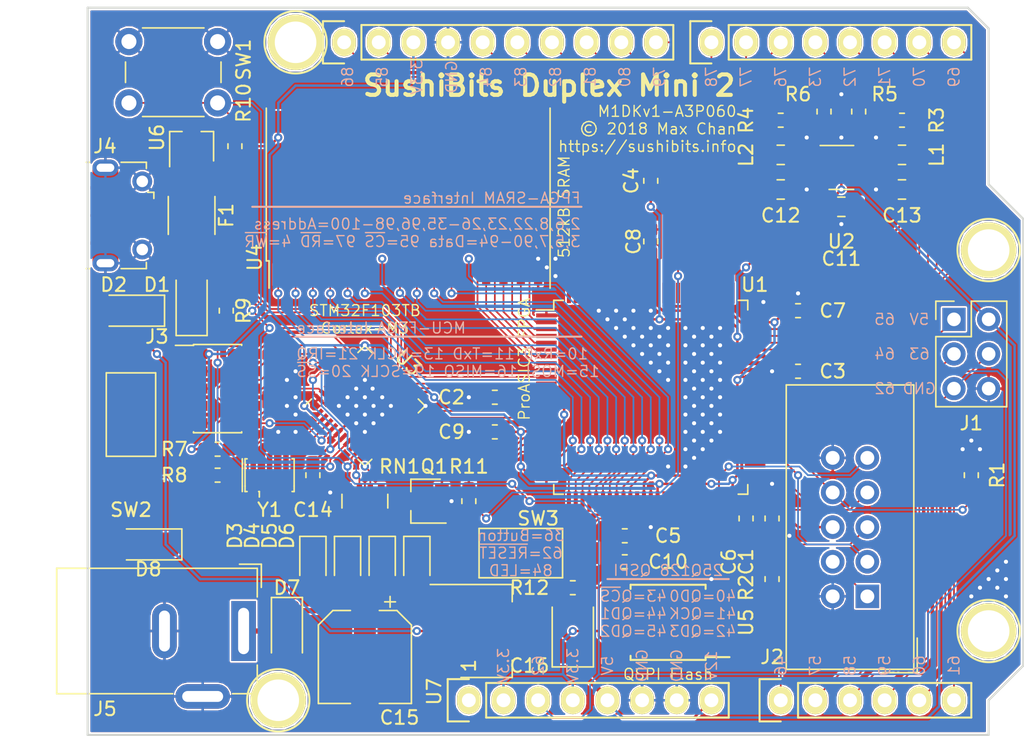
<source format=kicad_pcb>
(kicad_pcb (version 20171130) (host pcbnew "(5.0.0-3-g5ebb6b6)")
  (title_block (date "lun. 30 mars 2015"))
  (layers (0 F.Cu signal) (31 B.Cu signal) (34 B.Paste user) (35 F.Paste user) (36 B.SilkS user) (37 F.SilkS user) (38 B.Mask user) (39 F.Mask user) (44 Edge.Cuts user))
  (net 0 "")
  (net 1 +5V)
  (net 2 GND)
  (net 3 /A0)
  (net 4 /A1)
  (net 5 /A2)
  (net 6 /A3)
  (net 7 /8)
  (net 8 /7)
  (net 9 /4)
  (net 10 /2)
  (net 11 "/1(Tx)")
  (net 12 "/0(Rx)")
  (net 13 +3V3)
  (net 14 /A4)
  (net 15 /A5)
  (net 16 /SCL)
  (net 17 /SDA)
  (net 18 /13)
  (net 19 /12)
  (net 20 /11)
  (net 21 /10)
  (net 22 /9)
  (net 23 /6)
  (net 24 /5)
  (net 25 /3)
  (net 26 /SMISO)
  (net 27 /SSCK)
  (net 28 /SMOSI)
  (net 29 /~RESET)
  (net 30 +1V5)
  (net 31 /CLK)
  (net 32 /FTCK)
  (net 33 /FTDI)
  (net 34 /FTMS)
  (net 35 /FTDO)
  (net 36 /FTRST)
  (net 37 /FVPUMP)
  (net 38 "Net-(L1-Pad1)")
  (net 39 "Net-(L2-Pad1)")
  (net 40 "Net-(R3-Pad2)")
  (net 41 "Net-(R4-Pad2)")
  (net 42 /CRST)
  (net 43 /USRX)
  (net 44 /USTX)
  (net 45 /SPIMOSI)
  (net 46 /SPIMISO)
  (net 47 /SPISCK)
  (net 48 /SPINSS)
  (net 49 "Net-(U3-Pad2)")
  (net 50 "Net-(U3-Pad3)")
  (net 51 /IRQ)
  (net 52 /D-)
  (net 53 /D+)
  (net 54 /CTMS)
  (net 55 /CTCK)
  (net 56 /CTDI)
  (net 57 /CTDO)
  (net 58 "Net-(D1-Pad2)")
  (net 59 "Net-(F1-Pad2)")
  (net 60 "Net-(R8-Pad1)")
  (net 61 /RD3)
  (net 62 /RD4)
  (net 63 /RD5)
  (net 64 /RD6)
  (net 65 /RD7)
  (net 66 /RCS)
  (net 67 /RA10)
  (net 68 /ROE)
  (net 69 /RA11)
  (net 70 /RA9)
  (net 71 /RA8)
  (net 72 /RA18)
  (net 73 /RA16)
  (net 74 /RA14)
  (net 75 /RA12)
  (net 76 /RA7)
  (net 77 /RA6)
  (net 78 /RA5)
  (net 79 /RA4)
  (net 80 /RA3)
  (net 81 /RA2)
  (net 82 /RA1)
  (net 83 /RA0)
  (net 84 /RD0)
  (net 85 /RD1)
  (net 86 /RD2)
  (net 87 /RA13)
  (net 88 /RWR)
  (net 89 /RA17)
  (net 90 /RA15)
  (net 91 "Net-(R9-Pad2)")
  (net 92 /FCS)
  (net 93 /FMISO)
  (net 94 /FWP)
  (net 95 /FMOSI)
  (net 96 /FSCK)
  (net 97 /FHOLD)
  (net 98 "Net-(R10-Pad2)")
  (net 99 "Net-(D3-Pad1)")
  (net 100 "Net-(D4-Pad1)")
  (net 101 "Net-(D5-Pad1)")
  (net 102 "Net-(D6-Pad1)")
  (net 103 "Net-(Q1-Pad3)")
  (net 104 /RXL)
  (net 105 /TXL)
  (net 106 /BUTTON)
  (net 107 +12V)
  (net 108 "Net-(D7-Pad2)")
  (module Capacitor_Tantalum_SMD:CP_EIA-3528-12_Kemet-T_Pad1.50x2.35mm_HandSolder (layer F.Cu) (at 146.558 118.745 90)
    (fp_text reference C16 (at -2.54 -3.175 180) (layer F.SilkS))
    (fp_text value 220µ)
    (pad 1 smd roundrect (at -1.625 0 90) (size 1.5 2.35) (layers F.Cu F.Paste F.Mask) (roundrect_rratio 0.166667) (net 1 +5V))
    (pad 2 smd roundrect (at 1.625 0 90) (size 1.5 2.35) (layers F.Cu F.Paste F.Mask) (roundrect_rratio 0.166667) (net 2 GND))
  )
  (module Package_SO:TSOP-II-32_21.0x10.2mm_P1.27mm (layer F.Cu) (at 134.493 86.995 90)
    (fp_text reference U4 (at -4.35 -11.25 90) (layer F.SilkS))
    (fp_text value AS6C4008)
    (pad 1 smd rect (at -5.6 -9.525 90) (size 1.6 0.6) (layers F.Cu F.Paste F.Mask) (net 72 /RA18))
    (pad 2 smd rect (at -5.6 -8.255 90) (size 1.6 0.6) (layers F.Cu F.Paste F.Mask) (net 73 /RA16))
    (pad 3 smd rect (at -5.6 -6.985 90) (size 1.6 0.6) (layers F.Cu F.Paste F.Mask) (net 74 /RA14))
    (pad 4 smd rect (at -5.6 -5.715 90) (size 1.6 0.6) (layers F.Cu F.Paste F.Mask) (net 75 /RA12))
    (pad 5 smd rect (at -5.6 -4.445 90) (size 1.6 0.6) (layers F.Cu F.Paste F.Mask) (net 76 /RA7))
    (pad 6 smd rect (at -5.6 -3.175 90) (size 1.6 0.6) (layers F.Cu F.Paste F.Mask) (net 77 /RA6))
    (pad 7 smd rect (at -5.6 -1.905 90) (size 1.6 0.6) (layers F.Cu F.Paste F.Mask) (net 78 /RA5))
    (pad 8 smd rect (at -5.6 -0.625 90) (size 1.6 0.6) (layers F.Cu F.Paste F.Mask) (net 79 /RA4))
    (pad 9 smd rect (at -5.6 0.625 90) (size 1.6 0.6) (layers F.Cu F.Paste F.Mask) (net 80 /RA3))
    (pad 10 smd rect (at -5.6 1.905 90) (size 1.6 0.6) (layers F.Cu F.Paste F.Mask) (net 81 /RA2))
    (pad 11 smd rect (at -5.6 3.175 90) (size 1.6 0.6) (layers F.Cu F.Paste F.Mask) (net 82 /RA1))
    (pad 12 smd rect (at -5.6 4.445 90) (size 1.6 0.6) (layers F.Cu F.Paste F.Mask) (net 83 /RA0))
    (pad 13 smd rect (at -5.6 5.715 90) (size 1.6 0.6) (layers F.Cu F.Paste F.Mask) (net 84 /RD0))
    (pad 14 smd rect (at -5.6 6.985 90) (size 1.6 0.6) (layers F.Cu F.Paste F.Mask) (net 85 /RD1))
    (pad 15 smd rect (at -5.6 8.255 90) (size 1.6 0.6) (layers F.Cu F.Paste F.Mask) (net 86 /RD2))
    (pad 16 smd rect (at -5.6 9.525 90) (size 1.6 0.6) (layers F.Cu F.Paste F.Mask) (net 2 GND))
    (pad 17 smd rect (at 5.6 9.525 90) (size 1.6 0.6) (layers F.Cu F.Paste F.Mask) (net 61 /RD3))
    (pad 18 smd rect (at 5.6 8.255 90) (size 1.6 0.6) (layers F.Cu F.Paste F.Mask) (net 62 /RD4))
    (pad 19 smd rect (at 5.6 6.985 90) (size 1.6 0.6) (layers F.Cu F.Paste F.Mask) (net 63 /RD5))
    (pad 20 smd rect (at 5.6 5.715 90) (size 1.6 0.6) (layers F.Cu F.Paste F.Mask) (net 64 /RD6))
    (pad 21 smd rect (at 5.6 4.445 90) (size 1.6 0.6) (layers F.Cu F.Paste F.Mask) (net 65 /RD7))
    (pad 22 smd rect (at 5.6 3.175 90) (size 1.6 0.6) (layers F.Cu F.Paste F.Mask) (net 66 /RCS))
    (pad 23 smd rect (at 5.6 1.905 90) (size 1.6 0.6) (layers F.Cu F.Paste F.Mask) (net 67 /RA10))
    (pad 24 smd rect (at 5.6 0.625 90) (size 1.6 0.6) (layers F.Cu F.Paste F.Mask) (net 68 /ROE))
    (pad 25 smd rect (at 5.6 -0.625 90) (size 1.6 0.6) (layers F.Cu F.Paste F.Mask) (net 69 /RA11))
    (pad 26 smd rect (at 5.6 -1.905 90) (size 1.6 0.6) (layers F.Cu F.Paste F.Mask) (net 70 /RA9))
    (pad 27 smd rect (at 5.6 -3.175 90) (size 1.6 0.6) (layers F.Cu F.Paste F.Mask) (net 71 /RA8))
    (pad 28 smd rect (at 5.6 -4.445 90) (size 1.6 0.6) (layers F.Cu F.Paste F.Mask) (net 87 /RA13))
    (pad 29 smd rect (at 5.6 -5.715 90) (size 1.6 0.6) (layers F.Cu F.Paste F.Mask) (net 88 /RWR))
    (pad 30 smd rect (at 5.6 -6.985 90) (size 1.6 0.6) (layers F.Cu F.Paste F.Mask) (net 89 /RA17))
    (pad 31 smd rect (at 5.6 -8.255 90) (size 1.6 0.6) (layers F.Cu F.Paste F.Mask) (net 90 /RA15))
    (pad 32 smd rect (at 5.6 -9.525 90) (size 1.6 0.6) (layers F.Cu F.Paste F.Mask) (net 13 +3V3))
  )
  (module Connector_PinHeader_1.27mm:PinHeader_2x05_P1.27mm_Vertical_SMD (layer F.Cu) (at 120.523 100.965)
    (fp_text reference J3 (at -4.445 -3.81 180) (layer F.SilkS))
    (fp_text value ARM)
    (pad 1 smd rect (at -1.95 -2.54) (size 2.4 0.74) (layers F.Cu F.Paste F.Mask) (net 13 +3V3))
    (pad 2 smd rect (at 1.95 -2.54) (size 2.4 0.74) (layers F.Cu F.Paste F.Mask) (net 54 /CTMS))
    (pad 3 smd rect (at -1.95 -1.27) (size 2.4 0.74) (layers F.Cu F.Paste F.Mask) (net 2 GND))
    (pad 4 smd rect (at 1.95 -1.27) (size 2.4 0.74) (layers F.Cu F.Paste F.Mask) (net 55 /CTCK))
    (pad 5 smd rect (at -1.95 0) (size 2.4 0.74) (layers F.Cu F.Paste F.Mask) (net 2 GND))
    (pad 6 smd rect (at 1.95 0) (size 2.4 0.74) (layers F.Cu F.Paste F.Mask) (net 57 /CTDO))
    (pad 7 smd rect (at -1.95 1.27) (size 2.4 0.74) (layers F.Cu F.Paste F.Mask))
    (pad 8 smd rect (at 1.95 1.27) (size 2.4 0.74) (layers F.Cu F.Paste F.Mask) (net 56 /CTDI))
    (pad 9 smd rect (at -1.95 2.54) (size 2.4 0.74) (layers F.Cu F.Paste F.Mask) (net 2 GND))
    (pad 10 smd rect (at 1.95 2.54) (size 2.4 0.74) (layers F.Cu F.Paste F.Mask) (net 42 /CRST))
  )
  (module Capacitor_SMD:C_0805_2012Metric_Pad1.15x1.40mm_HandSolder (layer F.Cu) (at 170.688 86.36 180)
    (fp_text reference C13 (at 0 -1.905 180) (layer F.SilkS))
    (fp_text value 47µ)
    (pad 1 smd roundrect (at -1.025 0 180) (size 1.15 1.4) (layers F.Cu F.Paste F.Mask) (roundrect_rratio 0.217391) (net 13 +3V3))
    (pad 2 smd roundrect (at 1.025 0 180) (size 1.15 1.4) (layers F.Cu F.Paste F.Mask) (roundrect_rratio 0.217391) (net 2 GND))
  )
  (module Socket_Arduino_Uno:Socket_Strip_Arduino_1x08 (layer F.Cu) (at 138.938 123.825)
    (fp_text reference P1 hide)
    (fp_text value Power)
    (pad 1 thru_hole oval (at 0 0) (size 1.7272 2.032) (drill 1.016) (layers *.Cu *.Mask F.SilkS))
    (pad 2 thru_hole oval (at 2.54 0) (size 1.7272 2.032) (drill 1.016) (layers *.Cu *.Mask F.SilkS) (net 13 +3V3))
    (pad 3 thru_hole oval (at 5.08 0) (size 1.7272 2.032) (drill 1.016) (layers *.Cu *.Mask F.SilkS) (net 29 /~RESET))
    (pad 4 thru_hole oval (at 7.62 0) (size 1.7272 2.032) (drill 1.016) (layers *.Cu *.Mask F.SilkS) (net 13 +3V3))
    (pad 5 thru_hole oval (at 10.16 0) (size 1.7272 2.032) (drill 1.016) (layers *.Cu *.Mask F.SilkS) (net 1 +5V))
    (pad 6 thru_hole oval (at 12.7 0) (size 1.7272 2.032) (drill 1.016) (layers *.Cu *.Mask F.SilkS) (net 2 GND))
    (pad 7 thru_hole oval (at 15.24 0) (size 1.7272 2.032) (drill 1.016) (layers *.Cu *.Mask F.SilkS) (net 2 GND))
    (pad 8 thru_hole oval (at 17.78 0) (size 1.7272 2.032) (drill 1.016) (layers *.Cu *.Mask F.SilkS) (net 107 +12V))
  )
  (module Socket_Arduino_Uno:Socket_Strip_Arduino_1x06 (layer F.Cu) (at 161.798 123.825)
    (fp_text reference P2 hide)
    (fp_text value Analog)
    (pad 1 thru_hole oval (at 0 0) (size 1.7272 2.032) (drill 1.016) (layers *.Cu *.Mask F.SilkS) (net 3 /A0))
    (pad 2 thru_hole oval (at 2.54 0) (size 1.7272 2.032) (drill 1.016) (layers *.Cu *.Mask F.SilkS) (net 4 /A1))
    (pad 3 thru_hole oval (at 5.08 0) (size 1.7272 2.032) (drill 1.016) (layers *.Cu *.Mask F.SilkS) (net 5 /A2))
    (pad 4 thru_hole oval (at 7.62 0) (size 1.7272 2.032) (drill 1.016) (layers *.Cu *.Mask F.SilkS) (net 6 /A3))
    (pad 5 thru_hole oval (at 10.16 0) (size 1.7272 2.032) (drill 1.016) (layers *.Cu *.Mask F.SilkS) (net 14 /A4))
    (pad 6 thru_hole oval (at 12.7 0) (size 1.7272 2.032) (drill 1.016) (layers *.Cu *.Mask F.SilkS) (net 15 /A5))
  )
  (module Socket_Arduino_Uno:Socket_Strip_Arduino_1x10 (layer F.Cu) (at 129.794 75.565)
    (fp_text reference P3 hide)
    (fp_text value Digital)
    (pad 1 thru_hole oval (at 0 0) (size 1.7272 2.032) (drill 1.016) (layers *.Cu *.Mask F.SilkS) (net 16 /SCL))
    (pad 2 thru_hole oval (at 2.54 0) (size 1.7272 2.032) (drill 1.016) (layers *.Cu *.Mask F.SilkS) (net 17 /SDA))
    (pad 3 thru_hole oval (at 5.08 0) (size 1.7272 2.032) (drill 1.016) (layers *.Cu *.Mask F.SilkS) (net 13 +3V3))
    (pad 4 thru_hole oval (at 7.62 0) (size 1.7272 2.032) (drill 1.016) (layers *.Cu *.Mask F.SilkS) (net 2 GND))
    (pad 5 thru_hole oval (at 10.16 0) (size 1.7272 2.032) (drill 1.016) (layers *.Cu *.Mask F.SilkS) (net 18 /13))
    (pad 6 thru_hole oval (at 12.7 0) (size 1.7272 2.032) (drill 1.016) (layers *.Cu *.Mask F.SilkS) (net 19 /12))
    (pad 7 thru_hole oval (at 15.24 0) (size 1.7272 2.032) (drill 1.016) (layers *.Cu *.Mask F.SilkS) (net 20 /11))
    (pad 8 thru_hole oval (at 17.78 0) (size 1.7272 2.032) (drill 1.016) (layers *.Cu *.Mask F.SilkS) (net 21 /10))
    (pad 9 thru_hole oval (at 20.32 0) (size 1.7272 2.032) (drill 1.016) (layers *.Cu *.Mask F.SilkS) (net 22 /9))
    (pad 10 thru_hole oval (at 22.86 0) (size 1.7272 2.032) (drill 1.016) (layers *.Cu *.Mask F.SilkS) (net 7 /8))
  )
  (module Socket_Arduino_Uno:Socket_Strip_Arduino_1x08 (layer F.Cu) (at 156.718 75.565)
    (fp_text reference P4 hide)
    (fp_text value Digital)
    (pad 1 thru_hole oval (at 0 0) (size 1.7272 2.032) (drill 1.016) (layers *.Cu *.Mask F.SilkS) (net 8 /7))
    (pad 2 thru_hole oval (at 2.54 0) (size 1.7272 2.032) (drill 1.016) (layers *.Cu *.Mask F.SilkS) (net 23 /6))
    (pad 3 thru_hole oval (at 5.08 0) (size 1.7272 2.032) (drill 1.016) (layers *.Cu *.Mask F.SilkS) (net 24 /5))
    (pad 4 thru_hole oval (at 7.62 0) (size 1.7272 2.032) (drill 1.016) (layers *.Cu *.Mask F.SilkS) (net 9 /4))
    (pad 5 thru_hole oval (at 10.16 0) (size 1.7272 2.032) (drill 1.016) (layers *.Cu *.Mask F.SilkS) (net 25 /3))
    (pad 6 thru_hole oval (at 12.7 0) (size 1.7272 2.032) (drill 1.016) (layers *.Cu *.Mask F.SilkS) (net 10 /2))
    (pad 7 thru_hole oval (at 15.24 0) (size 1.7272 2.032) (drill 1.016) (layers *.Cu *.Mask F.SilkS) (net 11 "/1(Tx)"))
    (pad 8 thru_hole oval (at 17.78 0) (size 1.7272 2.032) (drill 1.016) (layers *.Cu *.Mask F.SilkS) (net 12 "/0(Rx)"))
  )
  (module Socket_Arduino_Uno:Arduino_1pin (layer F.Cu) (at 124.968 123.825)
    (fp_text reference P5 hide)
    (fp_text value CONN_01X01 hide)
    (pad 1 thru_hole circle (at 0 0) (size 4.064 4.064) (drill 3.048) (layers *.Cu *.Mask F.SilkS))
  )
  (module Socket_Arduino_Uno:Arduino_1pin (layer F.Cu) (at 177.038 118.745)
    (fp_text reference P6 hide)
    (fp_text value CONN_01X01 hide)
    (pad 1 thru_hole circle (at 0 0) (size 4.064 4.064) (drill 3.048) (layers *.Cu *.Mask F.SilkS))
  )
  (module Socket_Arduino_Uno:Arduino_1pin (layer F.Cu) (at 126.238 75.565)
    (fp_text reference P7 hide)
    (fp_text value CONN_01X01 hide)
    (pad 1 thru_hole circle (at 0 0) (size 4.064 4.064) (drill 3.048) (layers *.Cu *.Mask F.SilkS))
  )
  (module Socket_Arduino_Uno:Arduino_1pin (layer F.Cu) (at 177.038 90.805)
    (fp_text reference P8 hide)
    (fp_text value CONN_01X01 hide)
    (pad 1 thru_hole circle (at 0 0) (size 4.064 4.064) (drill 3.048) (layers *.Cu *.Mask F.SilkS))
  )
  (module Connector_PinHeader_2.54mm:PinHeader_2x03_P2.54mm_Vertical (layer F.Cu) (at 174.498 95.885)
    (fp_text reference J1 (at 1.27 7.62) (layer F.SilkS))
    (fp_text value SPI)
    (pad 1 thru_hole rect (at 0 0) (size 1.7 1.7) (drill 1) (layers *.Cu *.Mask) (net 26 /SMISO))
    (pad 2 thru_hole oval (at 2.54 0) (size 1.7 1.7) (drill 1) (layers *.Cu *.Mask) (net 1 +5V))
    (pad 3 thru_hole oval (at 0 2.54) (size 1.7 1.7) (drill 1) (layers *.Cu *.Mask) (net 27 /SSCK))
    (pad 4 thru_hole oval (at 2.54 2.54) (size 1.7 1.7) (drill 1) (layers *.Cu *.Mask) (net 28 /SMOSI))
    (pad 5 thru_hole oval (at 0 5.08) (size 1.7 1.7) (drill 1) (layers *.Cu *.Mask) (net 29 /~RESET))
    (pad 6 thru_hole oval (at 2.54 5.08) (size 1.7 1.7) (drill 1) (layers *.Cu *.Mask) (net 2 GND))
  )
  (module Capacitor_SMD:C_0603_1608Metric_Pad1.05x0.95mm_HandSolder (layer F.Cu) (at 161.163 110.49 270)
    (fp_text reference C1 (at 3.175 1.905 270) (layer F.SilkS))
    (fp_text value 1µ)
    (pad 1 smd roundrect (at -0.875 0 270) (size 1.05 0.95) (layers F.Cu F.Paste F.Mask) (net 37 /FVPUMP))
    (pad 2 smd roundrect (at 0.875 0 270) (size 1.05 0.95) (layers F.Cu F.Paste F.Mask) (net 2 GND))
  )
  (module Connector_IDC:IDC-Header_2x05_P2.54mm_Vertical (layer F.Cu) (at 168.148 116.205 180)
    (fp_text reference J2 (at 6.985 -4.445 180) (layer F.SilkS))
    (fp_text value FPGA)
    (pad 1 thru_hole rect (at 0 0 180) (size 1.7272 1.7272) (drill 1.016) (layers *.Cu *.Mask) (net 32 /FTCK))
    (pad 2 thru_hole oval (at 2.54 0 180) (size 1.7272 1.7272) (drill 1.016) (layers *.Cu *.Mask) (net 2 GND))
    (pad 3 thru_hole oval (at 0 2.54 180) (size 1.7272 1.7272) (drill 1.016) (layers *.Cu *.Mask) (net 35 /FTDO))
    (pad 4 thru_hole oval (at 2.54 2.54 180) (size 1.7272 1.7272) (drill 1.016) (layers *.Cu *.Mask))
    (pad 5 thru_hole oval (at 0 5.08 180) (size 1.7272 1.7272) (drill 1.016) (layers *.Cu *.Mask) (net 34 /FTMS))
    (pad 6 thru_hole oval (at 2.54 5.08 180) (size 1.7272 1.7272) (drill 1.016) (layers *.Cu *.Mask) (net 13 +3V3))
    (pad 7 thru_hole oval (at 0 7.62 180) (size 1.7272 1.7272) (drill 1.016) (layers *.Cu *.Mask) (net 37 /FVPUMP))
    (pad 8 thru_hole oval (at 2.54 7.62 180) (size 1.7272 1.7272) (drill 1.016) (layers *.Cu *.Mask) (net 36 /FTRST))
    (pad 9 thru_hole oval (at 0 10.16 180) (size 1.7272 1.7272) (drill 1.016) (layers *.Cu *.Mask) (net 33 /FTDI))
    (pad 10 thru_hole oval (at 2.54 10.16 180) (size 1.7272 1.7272) (drill 1.016) (layers *.Cu *.Mask) (net 2 GND))
  )
  (module Resistor_SMD:R_0603_1608Metric_Pad1.05x0.95mm_HandSolder (layer F.Cu) (at 175.768 107.315 90)
    (fp_text reference R1 (at 0 1.905 90) (layer F.SilkS))
    (fp_text value 10k)
    (pad 1 smd roundrect (at -0.875 0 90) (size 1.05 0.95) (layers F.Cu F.Paste F.Mask) (net 36 /FTRST))
    (pad 2 smd roundrect (at 0.875 0 90) (size 1.05 0.95) (layers F.Cu F.Paste F.Mask) (net 2 GND))
  )
  (module Resistor_SMD:R_0603_1608Metric_Pad1.05x0.95mm_HandSolder (layer F.Cu) (at 161.163 114.935 270)
    (fp_text reference R2 (at 0.635 1.905 270) (layer F.SilkS))
    (fp_text value 10k)
    (pad 2 smd roundrect (at 0.875 0 270) (size 1.05 0.95) (layers F.Cu F.Paste F.Mask) (net 2 GND))
    (pad 1 smd roundrect (at -0.875 0 270) (size 1.05 0.95) (layers F.Cu F.Paste F.Mask) (net 32 /FTCK))
  )
  (module Package_QFP:TQFP-100_14x14mm_P0.5mm (layer F.Cu) (at 152.273 101.6)
    (fp_text reference U1 (at 7.62 -8.255 180) (layer F.SilkS))
    (fp_text value A3P060-VQG100)
    (pad 1 smd rect (at -7.65 -6) (size 1.5 0.3) (layers F.Cu F.Paste F.Mask) (net 2 GND))
    (pad 2 smd rect (at -7.65 -5.5) (size 1.5 0.3) (layers F.Cu F.Paste F.Mask) (net 87 /RA13))
    (pad 3 smd rect (at -7.65 -5) (size 1.5 0.3) (layers F.Cu F.Paste F.Mask) (net 86 /RD2))
    (pad 4 smd rect (at -7.65 -4.5) (size 1.5 0.3) (layers F.Cu F.Paste F.Mask) (net 88 /RWR))
    (pad 5 smd rect (at -7.65 -4) (size 1.5 0.3) (layers F.Cu F.Paste F.Mask) (net 85 /RD1))
    (pad 6 smd rect (at -7.65 -3.5) (size 1.5 0.3) (layers F.Cu F.Paste F.Mask) (net 89 /RA17))
    (pad 7 smd rect (at -7.65 -3) (size 1.5 0.3) (layers F.Cu F.Paste F.Mask) (net 84 /RD0))
    (pad 8 smd rect (at -7.65 -2.5) (size 1.5 0.3) (layers F.Cu F.Paste F.Mask) (net 90 /RA15))
    (pad 9 smd rect (at -7.65 -2) (size 1.5 0.3) (layers F.Cu F.Paste F.Mask) (net 2 GND))
    (pad 10 smd rect (at -7.65 -1.5) (size 1.5 0.3) (layers F.Cu F.Paste F.Mask) (net 43 /USRX))
    (pad 11 smd rect (at -7.65 -1) (size 1.5 0.3) (layers F.Cu F.Paste F.Mask) (net 44 /USTX))
    (pad 12 smd rect (at -7.65 -0.5) (size 1.5 0.3) (layers F.Cu F.Paste F.Mask) (net 2 GND))
    (pad 13 smd rect (at -7.65 0) (size 1.5 0.3) (layers F.Cu F.Paste F.Mask) (net 31 /CLK))
    (pad 14 smd rect (at -7.65 0.5) (size 1.5 0.3) (layers F.Cu F.Paste F.Mask) (net 30 +1V5))
    (pad 15 smd rect (at -7.65 1) (size 1.5 0.3) (layers F.Cu F.Paste F.Mask) (net 45 /SPIMOSI))
    (pad 16 smd rect (at -7.65 1.5) (size 1.5 0.3) (layers F.Cu F.Paste F.Mask) (net 46 /SPIMISO))
    (pad 17 smd rect (at -7.65 2) (size 1.5 0.3) (layers F.Cu F.Paste F.Mask) (net 30 +1V5))
    (pad 18 smd rect (at -7.65 2.5) (size 1.5 0.3) (layers F.Cu F.Paste F.Mask) (net 13 +3V3))
    (pad 19 smd rect (at -7.65 3) (size 1.5 0.3) (layers F.Cu F.Paste F.Mask) (net 47 /SPISCK))
    (pad 20 smd rect (at -7.65 3.5) (size 1.5 0.3) (layers F.Cu F.Paste F.Mask) (net 48 /SPINSS))
    (pad 21 smd rect (at -7.65 4) (size 1.5 0.3) (layers F.Cu F.Paste F.Mask) (net 51 /IRQ))
    (pad 22 smd rect (at -7.65 4.5) (size 1.5 0.3) (layers F.Cu F.Paste F.Mask) (net 72 /RA18))
    (pad 23 smd rect (at -7.65 5) (size 1.5 0.3) (layers F.Cu F.Paste F.Mask) (net 73 /RA16))
    (pad 24 smd rect (at -7.65 5.5) (size 1.5 0.3) (layers F.Cu F.Paste F.Mask) (net 13 +3V3))
    (pad 25 smd rect (at -7.65 6) (size 1.5 0.3) (layers F.Cu F.Paste F.Mask) (net 2 GND))
    (pad 26 smd rect (at -6 7.65) (size 0.3 1.5) (layers F.Cu F.Paste F.Mask) (net 74 /RA14))
    (pad 27 smd rect (at -5.5 7.65) (size 0.3 1.5) (layers F.Cu F.Paste F.Mask) (net 75 /RA12))
    (pad 28 smd rect (at -5 7.65) (size 0.3 1.5) (layers F.Cu F.Paste F.Mask) (net 76 /RA7))
    (pad 29 smd rect (at -4.5 7.65) (size 0.3 1.5) (layers F.Cu F.Paste F.Mask) (net 77 /RA6))
    (pad 30 smd rect (at -4 7.65) (size 0.3 1.5) (layers F.Cu F.Paste F.Mask) (net 78 /RA5))
    (pad 31 smd rect (at -3.5 7.65) (size 0.3 1.5) (layers F.Cu F.Paste F.Mask) (net 79 /RA4))
    (pad 32 smd rect (at -3 7.65) (size 0.3 1.5) (layers F.Cu F.Paste F.Mask) (net 80 /RA3))
    (pad 33 smd rect (at -2.5 7.65) (size 0.3 1.5) (layers F.Cu F.Paste F.Mask) (net 81 /RA2))
    (pad 34 smd rect (at -2 7.65) (size 0.3 1.5) (layers F.Cu F.Paste F.Mask) (net 82 /RA1))
    (pad 35 smd rect (at -1.5 7.65) (size 0.3 1.5) (layers F.Cu F.Paste F.Mask) (net 83 /RA0))
    (pad 36 smd rect (at -1 7.65) (size 0.3 1.5) (layers F.Cu F.Paste F.Mask) (net 106 /BUTTON))
    (pad 37 smd rect (at -0.5 7.65) (size 0.3 1.5) (layers F.Cu F.Paste F.Mask) (net 30 +1V5))
    (pad 38 smd rect (at 0 7.65) (size 0.3 1.5) (layers F.Cu F.Paste F.Mask) (net 2 GND))
    (pad 39 smd rect (at 0.5 7.65) (size 0.3 1.5) (layers F.Cu F.Paste F.Mask) (net 13 +3V3))
    (pad 40 smd rect (at 1 7.65) (size 0.3 1.5) (layers F.Cu F.Paste F.Mask) (net 95 /FMOSI))
    (pad 41 smd rect (at 1.5 7.65) (size 0.3 1.5) (layers F.Cu F.Paste F.Mask) (net 96 /FSCK))
    (pad 42 smd rect (at 2 7.65) (size 0.3 1.5) (layers F.Cu F.Paste F.Mask) (net 97 /FHOLD))
    (pad 43 smd rect (at 2.5 7.65) (size 0.3 1.5) (layers F.Cu F.Paste F.Mask) (net 92 /FCS))
    (pad 44 smd rect (at 3 7.65) (size 0.3 1.5) (layers F.Cu F.Paste F.Mask) (net 93 /FMISO))
    (pad 45 smd rect (at 3.5 7.65) (size 0.3 1.5) (layers F.Cu F.Paste F.Mask) (net 94 /FWP))
    (pad 46 smd rect (at 4 7.65) (size 0.3 1.5) (layers F.Cu F.Paste F.Mask) (net 3 /A0))
    (pad 47 smd rect (at 4.5 7.65) (size 0.3 1.5) (layers F.Cu F.Paste F.Mask) (net 32 /FTCK))
    (pad 48 smd rect (at 5 7.65) (size 0.3 1.5) (layers F.Cu F.Paste F.Mask) (net 33 /FTDI))
    (pad 49 smd rect (at 5.5 7.65) (size 0.3 1.5) (layers F.Cu F.Paste F.Mask) (net 34 /FTMS))
    (pad 50 smd rect (at 6 7.65) (size 0.3 1.5) (layers F.Cu F.Paste F.Mask) (net 13 +3V3))
    (pad 51 smd rect (at 7.65 6) (size 1.5 0.3) (layers F.Cu F.Paste F.Mask) (net 2 GND))
    (pad 52 smd rect (at 7.65 5.5) (size 1.5 0.3) (layers F.Cu F.Paste F.Mask) (net 37 /FVPUMP))
    (pad 53 smd rect (at 7.65 5) (size 1.5 0.3) (layers F.Cu F.Paste F.Mask))
    (pad 54 smd rect (at 7.65 4.5) (size 1.5 0.3) (layers F.Cu F.Paste F.Mask) (net 35 /FTDO))
    (pad 55 smd rect (at 7.65 4) (size 1.5 0.3) (layers F.Cu F.Paste F.Mask) (net 36 /FTRST))
    (pad 56 smd rect (at 7.65 3.5) (size 1.5 0.3) (layers F.Cu F.Paste F.Mask) (net 13 +3V3))
    (pad 57 smd rect (at 7.65 3) (size 1.5 0.3) (layers F.Cu F.Paste F.Mask) (net 4 /A1))
    (pad 58 smd rect (at 7.65 2.5) (size 1.5 0.3) (layers F.Cu F.Paste F.Mask) (net 5 /A2))
    (pad 59 smd rect (at 7.65 2) (size 1.5 0.3) (layers F.Cu F.Paste F.Mask) (net 6 /A3))
    (pad 60 smd rect (at 7.65 1.5) (size 1.5 0.3) (layers F.Cu F.Paste F.Mask) (net 14 /A4))
    (pad 61 smd rect (at 7.65 1) (size 1.5 0.3) (layers F.Cu F.Paste F.Mask) (net 15 /A5))
    (pad 62 smd rect (at 7.65 0.5) (size 1.5 0.3) (layers F.Cu F.Paste F.Mask) (net 29 /~RESET))
    (pad 63 smd rect (at 7.65 0) (size 1.5 0.3) (layers F.Cu F.Paste F.Mask) (net 28 /SMOSI))
    (pad 64 smd rect (at 7.65 -0.5) (size 1.5 0.3) (layers F.Cu F.Paste F.Mask) (net 27 /SSCK))
    (pad 65 smd rect (at 7.65 -1) (size 1.5 0.3) (layers F.Cu F.Paste F.Mask) (net 26 /SMISO))
    (pad 66 smd rect (at 7.65 -1.5) (size 1.5 0.3) (layers F.Cu F.Paste F.Mask) (net 13 +3V3))
    (pad 67 smd rect (at 7.65 -2) (size 1.5 0.3) (layers F.Cu F.Paste F.Mask) (net 2 GND))
    (pad 68 smd rect (at 7.65 -2.5) (size 1.5 0.3) (layers F.Cu F.Paste F.Mask) (net 30 +1V5))
    (pad 69 smd rect (at 7.65 -3) (size 1.5 0.3) (layers F.Cu F.Paste F.Mask) (net 12 "/0(Rx)"))
    (pad 70 smd rect (at 7.65 -3.5) (size 1.5 0.3) (layers F.Cu F.Paste F.Mask) (net 11 "/1(Tx)"))
    (pad 71 smd rect (at 7.65 -4) (size 1.5 0.3) (layers F.Cu F.Paste F.Mask) (net 10 /2))
    (pad 72 smd rect (at 7.65 -4.5) (size 1.5 0.3) (layers F.Cu F.Paste F.Mask) (net 25 /3))
    (pad 73 smd rect (at 7.65 -5) (size 1.5 0.3) (layers F.Cu F.Paste F.Mask) (net 9 /4))
    (pad 74 smd rect (at 7.65 -5.5) (size 1.5 0.3) (layers F.Cu F.Paste F.Mask) (net 13 +3V3))
    (pad 75 smd rect (at 7.65 -6) (size 1.5 0.3) (layers F.Cu F.Paste F.Mask) (net 2 GND))
    (pad 76 smd rect (at 6 -7.65) (size 0.3 1.5) (layers F.Cu F.Paste F.Mask) (net 24 /5))
    (pad 77 smd rect (at 5.5 -7.65) (size 0.3 1.5) (layers F.Cu F.Paste F.Mask) (net 23 /6))
    (pad 78 smd rect (at 5 -7.65) (size 0.3 1.5) (layers F.Cu F.Paste F.Mask) (net 8 /7))
    (pad 79 smd rect (at 4.5 -7.65) (size 0.3 1.5) (layers F.Cu F.Paste F.Mask) (net 7 /8))
    (pad 80 smd rect (at 4 -7.65) (size 0.3 1.5) (layers F.Cu F.Paste F.Mask) (net 22 /9))
    (pad 81 smd rect (at 3.5 -7.65) (size 0.3 1.5) (layers F.Cu F.Paste F.Mask) (net 21 /10))
    (pad 82 smd rect (at 3 -7.65) (size 0.3 1.5) (layers F.Cu F.Paste F.Mask) (net 20 /11))
    (pad 83 smd rect (at 2.5 -7.65) (size 0.3 1.5) (layers F.Cu F.Paste F.Mask) (net 19 /12))
    (pad 84 smd rect (at 2 -7.65) (size 0.3 1.5) (layers F.Cu F.Paste F.Mask) (net 18 /13))
    (pad 85 smd rect (at 1.5 -7.65) (size 0.3 1.5) (layers F.Cu F.Paste F.Mask) (net 17 /SDA))
    (pad 86 smd rect (at 1 -7.65) (size 0.3 1.5) (layers F.Cu F.Paste F.Mask) (net 16 /SCL))
    (pad 87 smd rect (at 0.5 -7.65) (size 0.3 1.5) (layers F.Cu F.Paste F.Mask) (net 13 +3V3))
    (pad 88 smd rect (at 0 -7.65) (size 0.3 1.5) (layers F.Cu F.Paste F.Mask) (net 2 GND))
    (pad 89 smd rect (at -0.5 -7.65) (size 0.3 1.5) (layers F.Cu F.Paste F.Mask) (net 30 +1V5))
    (pad 90 smd rect (at -1 -7.65) (size 0.3 1.5) (layers F.Cu F.Paste F.Mask) (net 61 /RD3))
    (pad 91 smd rect (at -1.5 -7.65) (size 0.3 1.5) (layers F.Cu F.Paste F.Mask) (net 62 /RD4))
    (pad 92 smd rect (at -2 -7.65) (size 0.3 1.5) (layers F.Cu F.Paste F.Mask) (net 63 /RD5))
    (pad 93 smd rect (at -2.5 -7.65) (size 0.3 1.5) (layers F.Cu F.Paste F.Mask) (net 64 /RD6))
    (pad 94 smd rect (at -3 -7.65) (size 0.3 1.5) (layers F.Cu F.Paste F.Mask) (net 65 /RD7))
    (pad 95 smd rect (at -3.5 -7.65) (size 0.3 1.5) (layers F.Cu F.Paste F.Mask) (net 66 /RCS))
    (pad 96 smd rect (at -4 -7.65) (size 0.3 1.5) (layers F.Cu F.Paste F.Mask) (net 67 /RA10))
    (pad 97 smd rect (at -4.5 -7.65) (size 0.3 1.5) (layers F.Cu F.Paste F.Mask) (net 68 /ROE))
    (pad 98 smd rect (at -5 -7.65) (size 0.3 1.5) (layers F.Cu F.Paste F.Mask) (net 69 /RA11))
    (pad 99 smd rect (at -5.5 -7.65) (size 0.3 1.5) (layers F.Cu F.Paste F.Mask) (net 70 /RA9))
    (pad 100 smd rect (at -6 -7.65) (size 0.3 1.5) (layers F.Cu F.Paste F.Mask) (net 71 /RA8))
  )
  (module Capacitor_SMD:C_0603_1608Metric_Pad1.05x0.95mm_HandSolder (layer F.Cu) (at 140.843 101.6 180)
    (fp_text reference C2 (at 3.175 0 180) (layer F.SilkS))
    (fp_text value 100n)
    (pad 2 smd roundrect (at 0.875 0 180) (size 1.05 0.95) (layers F.Cu F.Paste F.Mask) (net 2 GND))
    (pad 1 smd roundrect (at -0.875 0 180) (size 1.05 0.95) (layers F.Cu F.Paste F.Mask) (net 30 +1V5))
  )
  (module Capacitor_SMD:C_0603_1608Metric_Pad1.05x0.95mm_HandSolder (layer F.Cu) (at 163.068 99.695)
    (fp_text reference C3 (at 2.54 0) (layer F.SilkS))
    (fp_text value 100n)
    (pad 1 smd roundrect (at -0.875 0) (size 1.05 0.95) (layers F.Cu F.Paste F.Mask) (net 30 +1V5))
    (pad 2 smd roundrect (at 0.875 0) (size 1.05 0.95) (layers F.Cu F.Paste F.Mask) (net 2 GND))
  )
  (module Capacitor_SMD:C_0603_1608Metric_Pad1.05x0.95mm_HandSolder (layer F.Cu) (at 152.273 85.725 90)
    (fp_text reference C4 (at 0 -1.43 90) (layer F.SilkS))
    (fp_text value 100n)
    (pad 2 smd roundrect (at 0.875 0 90) (size 1.05 0.95) (layers F.Cu F.Paste F.Mask) (net 2 GND))
    (pad 1 smd roundrect (at -0.875 0 90) (size 1.05 0.95) (layers F.Cu F.Paste F.Mask) (net 30 +1V5))
  )
  (module Capacitor_SMD:C_0603_1608Metric_Pad1.05x0.95mm_HandSolder (layer F.Cu) (at 150.368 111.76 180)
    (fp_text reference C5 (at -3.175 0 180) (layer F.SilkS))
    (fp_text value 100n)
    (pad 1 smd roundrect (at -0.875 0 180) (size 1.05 0.95) (layers F.Cu F.Paste F.Mask) (net 30 +1V5))
    (pad 2 smd roundrect (at 0.875 0 180) (size 1.05 0.95) (layers F.Cu F.Paste F.Mask) (net 2 GND))
  )
  (module Capacitor_SMD:C_0603_1608Metric_Pad1.05x0.95mm_HandSolder (layer F.Cu) (at 159.258 110.49 270)
    (fp_text reference C6 (at 3.175 1.27 270) (layer F.SilkS))
    (fp_text value 100n)
    (pad 1 smd roundrect (at -0.875 0 270) (size 1.05 0.95) (layers F.Cu F.Paste F.Mask) (net 13 +3V3))
    (pad 2 smd roundrect (at 0.875 0 270) (size 1.05 0.95) (layers F.Cu F.Paste F.Mask) (net 2 GND))
  )
  (module Capacitor_SMD:C_0603_1608Metric_Pad1.05x0.95mm_HandSolder (layer F.Cu) (at 163.068 95.25)
    (fp_text reference C7 (at 2.54 0) (layer F.SilkS))
    (fp_text value 100n)
    (pad 2 smd roundrect (at 0.875 0) (size 1.05 0.95) (layers F.Cu F.Paste F.Mask) (net 2 GND))
    (pad 1 smd roundrect (at -0.875 0) (size 1.05 0.95) (layers F.Cu F.Paste F.Mask) (net 13 +3V3))
  )
  (module Capacitor_SMD:C_0603_1608Metric_Pad1.05x0.95mm_HandSolder (layer F.Cu) (at 152.273 90.17 90)
    (fp_text reference C8 (at 0 -1.27 90) (layer F.SilkS))
    (fp_text value 100n)
    (pad 1 smd roundrect (at -0.875 0 90) (size 1.05 0.95) (layers F.Cu F.Paste F.Mask) (net 13 +3V3))
    (pad 2 smd roundrect (at 0.875 0 90) (size 1.05 0.95) (layers F.Cu F.Paste F.Mask) (net 2 GND))
  )
  (module Capacitor_SMD:C_0603_1608Metric_Pad1.05x0.95mm_HandSolder (layer F.Cu) (at 140.843 104.14 180)
    (fp_text reference C9 (at 3.175 0) (layer F.SilkS))
    (fp_text value 100n)
    (pad 2 smd roundrect (at 0.875 0 180) (size 1.05 0.95) (layers F.Cu F.Paste F.Mask) (net 2 GND))
    (pad 1 smd roundrect (at -0.875 0 180) (size 1.05 0.95) (layers F.Cu F.Paste F.Mask) (net 13 +3V3))
  )
  (module Capacitor_SMD:C_0603_1608Metric_Pad1.05x0.95mm_HandSolder (layer F.Cu) (at 150.368 113.665 180)
    (fp_text reference C10 (at -3.175 0 180) (layer F.SilkS))
    (fp_text value 100n)
    (pad 1 smd roundrect (at -0.875 0 180) (size 1.05 0.95) (layers F.Cu F.Paste F.Mask) (net 13 +3V3))
    (pad 2 smd roundrect (at 0.875 0 180) (size 1.05 0.95) (layers F.Cu F.Paste F.Mask) (net 2 GND))
  )
  (module Capacitor_SMD:C_0805_2012Metric_Pad1.15x1.40mm_HandSolder (layer F.Cu) (at 166.243 87.63)
    (fp_text reference C11 (at 0 3.81 180) (layer F.SilkS))
    (fp_text value 10µ)
    (pad 1 smd roundrect (at -1.025 0) (size 1.15 1.4) (layers F.Cu F.Paste F.Mask) (roundrect_rratio 0.217391) (net 1 +5V))
    (pad 2 smd roundrect (at 1.025 0) (size 1.15 1.4) (layers F.Cu F.Paste F.Mask) (roundrect_rratio 0.217391) (net 2 GND))
  )
  (module Capacitor_SMD:C_0805_2012Metric_Pad1.15x1.40mm_HandSolder (layer F.Cu) (at 161.798 86.36)
    (fp_text reference C12 (at 0 1.905) (layer F.SilkS))
    (fp_text value 47µ)
    (pad 2 smd roundrect (at 1.025 0) (size 1.15 1.4) (layers F.Cu F.Paste F.Mask) (roundrect_rratio 0.217391) (net 2 GND))
    (pad 1 smd roundrect (at -1.025 0) (size 1.15 1.4) (layers F.Cu F.Paste F.Mask) (roundrect_rratio 0.217391) (net 30 +1V5))
  )
  (module Resistor_SMD:R_0603_1608Metric_Pad1.05x0.95mm_HandSolder (layer F.Cu) (at 170.688 81.28 180)
    (fp_text reference R3 (at -2.54 0 270) (layer F.SilkS))
    (fp_text value 16k)
    (pad 2 smd roundrect (at 0.875 0 180) (size 1.05 0.95) (layers F.Cu F.Paste F.Mask) (net 40 "Net-(R3-Pad2)"))
    (pad 1 smd roundrect (at -0.875 0 180) (size 1.05 0.95) (layers F.Cu F.Paste F.Mask) (net 13 +3V3))
  )
  (module Resistor_SMD:R_0603_1608Metric_Pad1.05x0.95mm_HandSolder (layer F.Cu) (at 161.798 81.28)
    (fp_text reference R4 (at -2.54 0 90) (layer F.SilkS))
    (fp_text value 16k)
    (pad 1 smd roundrect (at -0.875 0) (size 1.05 0.95) (layers F.Cu F.Paste F.Mask) (net 30 +1V5))
    (pad 2 smd roundrect (at 0.875 0) (size 1.05 0.95) (layers F.Cu F.Paste F.Mask) (net 41 "Net-(R4-Pad2)"))
  )
  (module Resistor_SMD:R_0603_1608Metric_Pad1.05x0.95mm_HandSolder (layer F.Cu) (at 167.513 80.645 90)
    (fp_text reference R5 (at 1.27 1.905 180) (layer F.SilkS))
    (fp_text value 3.6k)
    (pad 2 smd roundrect (at 0.875 0 90) (size 1.05 0.95) (layers F.Cu F.Paste F.Mask) (net 2 GND))
    (pad 1 smd roundrect (at -0.875 0 90) (size 1.05 0.95) (layers F.Cu F.Paste F.Mask) (net 40 "Net-(R3-Pad2)"))
  )
  (module Resistor_SMD:R_0603_1608Metric_Pad1.05x0.95mm_HandSolder (layer F.Cu) (at 164.973 80.645 90)
    (fp_text reference R6 (at 1.27 -1.905 180) (layer F.SilkS))
    (fp_text value 1.1k)
    (pad 1 smd roundrect (at -0.875 0 90) (size 1.05 0.95) (layers F.Cu F.Paste F.Mask) (net 41 "Net-(R4-Pad2)"))
    (pad 2 smd roundrect (at 0.875 0 90) (size 1.05 0.95) (layers F.Cu F.Paste F.Mask) (net 2 GND))
  )
  (module Package_TO_SOT_SMD:SOT-23-8 (layer F.Cu) (at 166.243 84.745)
    (fp_text reference U2 (at 0 5.425) (layer F.SilkS))
    (fp_text value MP2122)
    (pad 1 smd rect (at -1.1 -0.98) (size 1.06 0.4) (layers F.Cu F.Paste F.Mask) (net 41 "Net-(R4-Pad2)"))
    (pad 2 smd rect (at -1.1 -0.33) (size 1.06 0.4) (layers F.Cu F.Paste F.Mask) (net 1 +5V))
    (pad 3 smd rect (at -1.1 0.33) (size 1.06 0.4) (layers F.Cu F.Paste F.Mask) (net 39 "Net-(L2-Pad1)"))
    (pad 4 smd rect (at -1.1 0.98) (size 1.06 0.4) (layers F.Cu F.Paste F.Mask) (net 1 +5V))
    (pad 5 smd rect (at 1.1 0.98) (size 1.06 0.4) (layers F.Cu F.Paste F.Mask) (net 2 GND))
    (pad 6 smd rect (at 1.1 0.33) (size 1.06 0.4) (layers F.Cu F.Paste F.Mask) (net 38 "Net-(L1-Pad1)"))
    (pad 7 smd rect (at 1.1 -0.33) (size 1.06 0.4) (layers F.Cu F.Paste F.Mask) (net 1 +5V))
    (pad 8 smd rect (at 1.1 -0.98) (size 1.06 0.4) (layers F.Cu F.Paste F.Mask) (net 40 "Net-(R3-Pad2)"))
  )
  (module Inductor_SMD:L_0805_2012Metric_Pad1.15x1.40mm_HandSolder (layer F.Cu) (at 170.688 83.82)
    (fp_text reference L1 (at 2.54 0 90) (layer F.SilkS))
    (fp_text value 4.7µ)
    (pad 2 smd roundrect (at 1.025 0) (size 1.15 1.4) (layers F.Cu F.Paste F.Mask) (roundrect_rratio 0.217391) (net 13 +3V3))
    (pad 1 smd roundrect (at -1.025 0) (size 1.15 1.4) (layers F.Cu F.Paste F.Mask) (roundrect_rratio 0.217391) (net 38 "Net-(L1-Pad1)"))
  )
  (module Inductor_SMD:L_0805_2012Metric_Pad1.15x1.40mm_HandSolder (layer F.Cu) (at 161.798 83.82 180)
    (fp_text reference L2 (at 2.54 0 270) (layer F.SilkS))
    (fp_text value 2.2µ)
    (pad 1 smd roundrect (at -1.025 0 180) (size 1.15 1.4) (layers F.Cu F.Paste F.Mask) (roundrect_rratio 0.217391) (net 39 "Net-(L2-Pad1)"))
    (pad 2 smd roundrect (at 1.025 0 180) (size 1.15 1.4) (layers F.Cu F.Paste F.Mask) (roundrect_rratio 0.217391) (net 30 +1V5))
  )
  (module Resistor_SMD:R_0603_1608Metric_Pad1.05x0.95mm_HandSolder (layer F.Cu) (at 120.523 105.41)
    (fp_text reference R7 (at -3.175 0) (layer F.SilkS))
    (fp_text value 10k)
    (pad 1 smd roundrect (at -0.875 0) (size 1.05 0.95) (layers F.Cu F.Paste F.Mask) (net 13 +3V3))
    (pad 2 smd roundrect (at 0.875 0) (size 1.05 0.95) (layers F.Cu F.Paste F.Mask) (net 42 /CRST))
  )
  (module Package_DFN_QFN:QFN-36-1EP_6x6mm_P0.5mm_EP4.1x4.1mm (layer F.Cu) (at 131.318 102.235 45)
    (fp_text reference U3 (at 4.490128 0 135) (layer F.SilkS))
    (fp_text value STM32F103TBUx)
    (pad 1 smd rect (at -2.775 -2 45) (size 0.75 0.3) (layers F.Cu F.Paste F.Mask) (net 13 +3V3))
    (pad 2 smd rect (at -2.775 -1.5 45) (size 0.75 0.3) (layers F.Cu F.Paste F.Mask) (net 49 "Net-(U3-Pad2)"))
    (pad 3 smd rect (at -2.775 -1 45) (size 0.75 0.3) (layers F.Cu F.Paste F.Mask) (net 50 "Net-(U3-Pad3)"))
    (pad 4 smd rect (at -2.775 -0.5 45) (size 0.75 0.3) (layers F.Cu F.Paste F.Mask) (net 42 /CRST))
    (pad 5 smd rect (at -2.775 0 45) (size 0.75 0.3) (layers F.Cu F.Paste F.Mask) (net 2 GND))
    (pad 6 smd rect (at -2.775 0.5 45) (size 0.75 0.3) (layers F.Cu F.Paste F.Mask) (net 13 +3V3))
    (pad 7 smd rect (at -2.775 1 45) (size 0.75 0.3) (layers F.Cu F.Paste F.Mask) (net 91 "Net-(R9-Pad2)"))
    (pad 8 smd rect (at -2.775 1.5 45) (size 0.75 0.3) (layers F.Cu F.Paste F.Mask))
    (pad 9 smd rect (at -2.775 2 45) (size 0.75 0.3) (layers F.Cu F.Paste F.Mask) (net 29 /~RESET))
    (pad 10 smd rect (at -2 2.775 135) (size 0.75 0.3) (layers F.Cu F.Paste F.Mask) (net 51 /IRQ))
    (pad 11 smd rect (at -1.5 2.775 135) (size 0.75 0.3) (layers F.Cu F.Paste F.Mask) (net 48 /SPINSS))
    (pad 12 smd rect (at -1 2.775 135) (size 0.75 0.3) (layers F.Cu F.Paste F.Mask) (net 47 /SPISCK))
    (pad 13 smd rect (at -0.5 2.775 135) (size 0.75 0.3) (layers F.Cu F.Paste F.Mask) (net 46 /SPIMISO))
    (pad 14 smd rect (at 0 2.775 135) (size 0.75 0.3) (layers F.Cu F.Paste F.Mask) (net 45 /SPIMOSI))
    (pad 15 smd rect (at 0.5 2.775 135) (size 0.75 0.3) (layers F.Cu F.Paste F.Mask))
    (pad 16 smd rect (at 1 2.775 135) (size 0.75 0.3) (layers F.Cu F.Paste F.Mask))
    (pad 17 smd rect (at 1.5 2.775 135) (size 0.75 0.3) (layers F.Cu F.Paste F.Mask))
    (pad 18 smd rect (at 2 2.775 135) (size 0.75 0.3) (layers F.Cu F.Paste F.Mask) (net 2 GND))
    (pad 19 smd rect (at 2.775 2 45) (size 0.75 0.3) (layers F.Cu F.Paste F.Mask) (net 13 +3V3))
    (pad 20 smd rect (at 2.775 1.5 45) (size 0.75 0.3) (layers F.Cu F.Paste F.Mask) (net 31 /CLK))
    (pad 21 smd rect (at 2.775 1 45) (size 0.75 0.3) (layers F.Cu F.Paste F.Mask) (net 44 /USTX))
    (pad 22 smd rect (at 2.775 0.5 45) (size 0.75 0.3) (layers F.Cu F.Paste F.Mask) (net 43 /USRX))
    (pad 23 smd rect (at 2.775 0 45) (size 0.75 0.3) (layers F.Cu F.Paste F.Mask) (net 52 /D-))
    (pad 24 smd rect (at 2.775 -0.5 45) (size 0.75 0.3) (layers F.Cu F.Paste F.Mask) (net 53 /D+))
    (pad 25 smd rect (at 2.775 -1 45) (size 0.75 0.3) (layers F.Cu F.Paste F.Mask) (net 54 /CTMS))
    (pad 26 smd rect (at 2.775 -1.5 45) (size 0.75 0.3) (layers F.Cu F.Paste F.Mask) (net 2 GND))
    (pad 27 smd rect (at 2.775 -2 45) (size 0.75 0.3) (layers F.Cu F.Paste F.Mask) (net 13 +3V3))
    (pad 28 smd rect (at 2 -2.775 135) (size 0.75 0.3) (layers F.Cu F.Paste F.Mask) (net 55 /CTCK))
    (pad 29 smd rect (at 1.5 -2.775 135) (size 0.75 0.3) (layers F.Cu F.Paste F.Mask) (net 56 /CTDI))
    (pad 30 smd rect (at 1 -2.775 135) (size 0.75 0.3) (layers F.Cu F.Paste F.Mask) (net 57 /CTDO))
    (pad 31 smd rect (at 0.5 -2.775 135) (size 0.75 0.3) (layers F.Cu F.Paste F.Mask) (net 104 /RXL))
    (pad 32 smd rect (at 0 -2.775 135) (size 0.75 0.3) (layers F.Cu F.Paste F.Mask) (net 105 /TXL))
    (pad 33 smd rect (at -0.5 -2.775 135) (size 0.75 0.3) (layers F.Cu F.Paste F.Mask))
    (pad 34 smd rect (at -1 -2.775 135) (size 0.75 0.3) (layers F.Cu F.Paste F.Mask))
    (pad 35 smd rect (at -1.5 -2.775 135) (size 0.75 0.3) (layers F.Cu F.Paste F.Mask) (net 60 "Net-(R8-Pad1)"))
    (pad 36 smd rect (at -2 -2.775 135) (size 0.75 0.3) (layers F.Cu F.Paste F.Mask) (net 2 GND))
    (pad 37 smd rect (at 0 0 45) (size 4.1 4.1) (layers F.Cu F.Mask) (net 2 GND))
  )
  (module Diode_SMD:D_1206_3216Metric_Pad1.42x1.75mm_HandSolder (layer F.Cu) (at 118.618 94.615 90)
    (fp_text reference D1 (at 1.27 -2.54 180) (layer F.SilkS))
    (fp_text value DSK14)
    (pad 2 smd roundrect (at 1.4875 0 90) (size 1.425 1.75) (layers F.Cu F.Paste F.Mask) (roundrect_rratio 0.175439) (net 58 "Net-(D1-Pad2)"))
    (pad 1 smd roundrect (at -1.4875 0 90) (size 1.425 1.75) (layers F.Cu F.Paste F.Mask) (roundrect_rratio 0.175439) (net 1 +5V))
  )
  (module Diode_SMD:D_1206_3216Metric_Pad1.42x1.75mm_HandSolder (layer F.Cu) (at 114.173 95.25 180)
    (fp_text reference D2 (at 1.27 1.905) (layer F.SilkS))
    (fp_text value SMF5.0A)
    (pad 1 smd roundrect (at -1.4875 0 180) (size 1.425 1.75) (layers F.Cu F.Paste F.Mask) (roundrect_rratio 0.175439) (net 1 +5V))
    (pad 2 smd roundrect (at 1.4875 0 180) (size 1.425 1.75) (layers F.Cu F.Paste F.Mask) (roundrect_rratio 0.175439) (net 2 GND))
  )
  (module Fuse:Fuse_1812_4532Metric_Pad1.30x3.40mm_HandSolder (layer F.Cu) (at 118.618 88.265 90)
    (fp_text reference F1 (at 0 2.54 90) (layer F.SilkS))
    (fp_text value 500mA)
    (pad 1 smd roundrect (at -2.225 0 90) (size 1.3 3.4) (layers F.Cu F.Paste F.Mask) (roundrect_rratio 0.192308) (net 58 "Net-(D1-Pad2)"))
    (pad 2 smd roundrect (at 2.225 0 90) (size 1.3 3.4) (layers F.Cu F.Paste F.Mask) (roundrect_rratio 0.192308) (net 59 "Net-(F1-Pad2)"))
  )
  (module Connector_USB:USB_Micro-B_Molex-105017-0001 (layer F.Cu) (at 113.538 88.265 270)
    (fp_text reference J4 (at -5.08 1.27) (layer F.SilkS))
    (fp_text value USB)
    (pad 6 smd rect (at 1 1.2375 270) (size 1.5 1.9) (layers F.Cu F.Paste F.Mask) (net 2 GND))
    (pad 6 thru_hole circle (at -2.5 -1.4625 270) (size 1.45 1.45) (drill 0.85) (layers *.Cu *.Mask) (net 2 GND))
    (pad 2 smd rect (at -0.65 -1.4625 270) (size 0.4 1.35) (layers F.Cu F.Paste F.Mask) (net 52 /D-))
    (pad 1 smd rect (at -1.3 -1.4625 270) (size 0.4 1.35) (layers F.Cu F.Paste F.Mask) (net 59 "Net-(F1-Pad2)"))
    (pad 5 smd rect (at 1.3 -1.4625 270) (size 0.4 1.35) (layers F.Cu F.Paste F.Mask) (net 2 GND))
    (pad 4 smd rect (at 0.65 -1.4625 270) (size 0.4 1.35) (layers F.Cu F.Paste F.Mask))
    (pad 3 smd rect (at 0 -1.4625 270) (size 0.4 1.35) (layers F.Cu F.Paste F.Mask) (net 53 /D+))
    (pad 6 thru_hole circle (at 2.5 -1.4625 270) (size 1.45 1.45) (drill 0.85) (layers *.Cu *.Mask) (net 2 GND))
    (pad 6 smd rect (at -1 1.2375 270) (size 1.5 1.9) (layers F.Cu F.Paste F.Mask) (net 2 GND))
    (pad 6 thru_hole oval (at -3.5 1.2375 90) (size 1.2 1.9) (drill oval 0.6 1.3) (layers *.Cu *.Mask) (net 2 GND))
    (pad 6 thru_hole oval (at 3.5 1.2375 270) (size 1.2 1.9) (drill oval 0.6 1.3) (layers *.Cu *.Mask) (net 2 GND))
    (pad 6 smd rect (at 2.9 1.2375 270) (size 1.2 1.9) (layers F.Cu F.Mask) (net 2 GND))
    (pad 6 smd rect (at -2.9 1.2375 270) (size 1.2 1.9) (layers F.Cu F.Mask) (net 2 GND))
  )
  (module Resistor_SMD:R_0603_1608Metric_Pad1.05x0.95mm_HandSolder (layer F.Cu) (at 120.523 107.315 180)
    (fp_text reference R8 (at 3.175 0 180) (layer F.SilkS))
    (fp_text value 10k)
    (pad 1 smd roundrect (at -0.875 0 180) (size 1.05 0.95) (layers F.Cu F.Paste F.Mask) (net 60 "Net-(R8-Pad1)"))
    (pad 2 smd roundrect (at 0.875 0 180) (size 1.05 0.95) (layers F.Cu F.Paste F.Mask) (net 2 GND))
  )
  (module Crystal:Resonator_SMD_muRata_CSTxExxV-3Pin_3.0x1.1mm_HandSoldering (layer F.Cu) (at 124.333 107.315)
    (fp_text reference Y1 (at 0 2.54) (layer F.SilkS))
    (fp_text value 16M)
    (pad 1 smd rect (at -1.2 0) (size 0.4 3.2) (layers F.Cu F.Paste F.Mask) (net 49 "Net-(U3-Pad2)"))
    (pad 2 smd rect (at 0 0) (size 0.4 3.2) (layers F.Cu F.Paste F.Mask) (net 2 GND))
    (pad 3 smd rect (at 1.2 0) (size 0.4 3.2) (layers F.Cu F.Paste F.Mask) (net 50 "Net-(U3-Pad3)"))
  )
  (module Resistor_SMD:R_0603_1608Metric_Pad1.05x0.95mm_HandSolder (layer F.Cu) (at 121.158 95.25 270)
    (fp_text reference R9 (at 0 -1.27 270) (layer F.SilkS))
    (fp_text value 1.5k)
    (pad 1 smd roundrect (at -0.875 0 270) (size 1.05 0.95) (layers F.Cu F.Paste F.Mask) (net 53 /D+))
    (pad 2 smd roundrect (at 0.875 0 270) (size 1.05 0.95) (layers F.Cu F.Paste F.Mask) (net 91 "Net-(R9-Pad2)"))
  )
  (module Capacitor_SMD:C_0603_1608Metric_Pad1.05x0.95mm_HandSolder (layer F.Cu) (at 127.508 107.315 90)
    (fp_text reference C14 (at -2.54 0) (layer F.SilkS))
    (fp_text value 100n)
    (pad 1 smd roundrect (at -0.875 0 90) (size 1.05 0.95) (layers F.Cu F.Paste F.Mask) (net 2 GND))
    (pad 2 smd roundrect (at 0.875 0 90) (size 1.05 0.95) (layers F.Cu F.Paste F.Mask) (net 13 +3V3))
  )
  (module Package_SO:SOIJ-8_5.3x5.3mm_P1.27mm (layer F.Cu) (at 153.543 118.11 180)
    (fp_text reference U5 (at -5.715 0 270) (layer F.SilkS))
    (fp_text value 25Q80)
    (pad 1 smd rect (at -3.65 -1.905 180) (size 1.7 0.65) (layers F.Cu F.Paste F.Mask) (net 92 /FCS))
    (pad 2 smd rect (at -3.65 -0.635 180) (size 1.7 0.65) (layers F.Cu F.Paste F.Mask) (net 93 /FMISO))
    (pad 3 smd rect (at -3.65 0.635 180) (size 1.7 0.65) (layers F.Cu F.Paste F.Mask) (net 94 /FWP))
    (pad 4 smd rect (at -3.65 1.905 180) (size 1.7 0.65) (layers F.Cu F.Paste F.Mask) (net 2 GND))
    (pad 5 smd rect (at 3.65 1.905 180) (size 1.7 0.65) (layers F.Cu F.Paste F.Mask) (net 95 /FMOSI))
    (pad 6 smd rect (at 3.65 0.635 180) (size 1.7 0.65) (layers F.Cu F.Paste F.Mask) (net 96 /FSCK))
    (pad 7 smd rect (at 3.65 -0.635 180) (size 1.7 0.65) (layers F.Cu F.Paste F.Mask) (net 97 /FHOLD))
    (pad 8 smd rect (at 3.65 -1.905 180) (size 1.7 0.65) (layers F.Cu F.Paste F.Mask) (net 13 +3V3))
  )
  (module Resistor_SMD:R_0603_1608Metric_Pad1.05x0.95mm_HandSolder (layer F.Cu) (at 121.793 83.185 270)
    (fp_text reference R10 (at -3.175 -0.635 270) (layer F.SilkS))
    (fp_text value 4.7k)
    (pad 1 smd roundrect (at -0.875 0 270) (size 1.05 0.95) (layers F.Cu F.Paste F.Mask) (net 29 /~RESET))
    (pad 2 smd roundrect (at 0.875 0 270) (size 1.05 0.95) (layers F.Cu F.Paste F.Mask) (net 98 "Net-(R10-Pad2)"))
  )
  (module Button_Switch_THT:SW_PUSH_6mm (layer F.Cu) (at 120.523 80.01 180)
    (fp_text reference SW1 (at -1.905 3.175 270) (layer F.SilkS))
    (fp_text value Reset)
    (pad 2 thru_hole circle (at 0 4.5 270) (size 2 2) (drill 1.1) (layers *.Cu *.Mask) (net 2 GND))
    (pad 1 thru_hole circle (at 0 0 270) (size 2 2) (drill 1.1) (layers *.Cu *.Mask) (net 29 /~RESET))
    (pad 2 thru_hole circle (at 6.5 4.5 270) (size 2 2) (drill 1.1) (layers *.Cu *.Mask) (net 2 GND))
    (pad 1 thru_hole circle (at 6.5 0 270) (size 2 2) (drill 1.1) (layers *.Cu *.Mask) (net 29 /~RESET))
  )
  (module Package_TO_SOT_SMD:SOT-23W (layer F.Cu) (at 118.618 83.185 90)
    (fp_text reference U6 (at 0.635 -2.54 270) (layer F.SilkS))
    (fp_text value TCM809)
    (pad 1 smd rect (at -1.2 -0.95 90) (size 1 0.7) (layers F.Cu F.Paste F.Mask) (net 2 GND))
    (pad 2 smd rect (at -1.2 0.95 90) (size 1 0.7) (layers F.Cu F.Paste F.Mask) (net 98 "Net-(R10-Pad2)"))
    (pad 3 smd rect (at 1.2 0 90) (size 1 0.7) (layers F.Cu F.Paste F.Mask) (net 13 +3V3))
  )
  (module LED_SMD:LED_0805_2012Metric_Pad1.15x1.40mm_HandSolder (layer F.Cu) (at 127.508 113.665 270)
    (fp_text reference D3 (at -1.905 5.715 270) (layer F.SilkS))
    (fp_text value Power)
    (pad 1 smd roundrect (at -1.025 0 270) (size 1.15 1.4) (layers F.Cu F.Paste F.Mask) (roundrect_rratio 0.217391) (net 99 "Net-(D3-Pad1)"))
    (pad 2 smd roundrect (at 1.025 0 270) (size 1.15 1.4) (layers F.Cu F.Paste F.Mask) (roundrect_rratio 0.217391) (net 13 +3V3))
  )
  (module LED_SMD:LED_0805_2012Metric_Pad1.15x1.40mm_HandSolder (layer F.Cu) (at 130.048 113.665 270)
    (fp_text reference D4 (at -1.905 6.985 270) (layer F.SilkS))
    (fp_text value RX)
    (pad 2 smd roundrect (at 1.025 0 270) (size 1.15 1.4) (layers F.Cu F.Paste F.Mask) (roundrect_rratio 0.217391) (net 13 +3V3))
    (pad 1 smd roundrect (at -1.025 0 270) (size 1.15 1.4) (layers F.Cu F.Paste F.Mask) (roundrect_rratio 0.217391) (net 100 "Net-(D4-Pad1)"))
  )
  (module LED_SMD:LED_0805_2012Metric_Pad1.15x1.40mm_HandSolder (layer F.Cu) (at 132.588 113.665 270)
    (fp_text reference D5 (at -1.905 8.255 270) (layer F.SilkS))
    (fp_text value TX)
    (pad 1 smd roundrect (at -1.025 0 270) (size 1.15 1.4) (layers F.Cu F.Paste F.Mask) (roundrect_rratio 0.217391) (net 101 "Net-(D5-Pad1)"))
    (pad 2 smd roundrect (at 1.025 0 270) (size 1.15 1.4) (layers F.Cu F.Paste F.Mask) (roundrect_rratio 0.217391) (net 13 +3V3))
  )
  (module LED_SMD:LED_0805_2012Metric_Pad1.15x1.40mm_HandSolder (layer F.Cu) (at 135.128 113.665 270)
    (fp_text reference D6 (at -1.905 9.525 270) (layer F.SilkS))
    (fp_text value L)
    (pad 2 smd roundrect (at 1.025 0 270) (size 1.15 1.4) (layers F.Cu F.Paste F.Mask) (roundrect_rratio 0.217391) (net 13 +3V3))
    (pad 1 smd roundrect (at -1.025 0 270) (size 1.15 1.4) (layers F.Cu F.Paste F.Mask) (roundrect_rratio 0.217391) (net 102 "Net-(D6-Pad1)"))
  )
  (module Package_TO_SOT_SMD:SOT-23W (layer F.Cu) (at 135.763 109.22 180)
    (fp_text reference Q1 (at -0.635 2.54) (layer F.SilkS))
    (fp_text value 2N7002)
    (pad 1 smd rect (at -1.2 -0.95 180) (size 1 0.7) (layers F.Cu F.Paste F.Mask) (net 18 /13))
    (pad 2 smd rect (at -1.2 0.95 180) (size 1 0.7) (layers F.Cu F.Paste F.Mask) (net 2 GND))
    (pad 3 smd rect (at 1.2 0 180) (size 1 0.7) (layers F.Cu F.Paste F.Mask) (net 103 "Net-(Q1-Pad3)"))
  )
  (module Resistor_SMD:R_0603_1608Metric_Pad1.05x0.95mm_HandSolder (layer F.Cu) (at 138.938 109.22 90)
    (fp_text reference R11 (at 2.54 0) (layer F.SilkS))
    (fp_text value 10k)
    (pad 1 smd roundrect (at -0.875 0 90) (size 1.05 0.95) (layers F.Cu F.Paste F.Mask) (net 18 /13))
    (pad 2 smd roundrect (at 0.875 0 90) (size 1.05 0.95) (layers F.Cu F.Paste F.Mask) (net 2 GND))
  )
  (module Resistor_SMD:R_Array_Convex_4x0603 (layer F.Cu) (at 131.318 109.22 270)
    (fp_text reference RN1 (at -2.54 -2.54) (layer F.SilkS))
    (fp_text value 510)
    (pad 1 smd rect (at -0.9 -1.2 270) (size 0.8 0.5) (layers F.Cu F.Paste F.Mask) (net 103 "Net-(Q1-Pad3)"))
    (pad 3 smd rect (at -0.9 0.4 270) (size 0.8 0.4) (layers F.Cu F.Paste F.Mask) (net 105 /TXL))
    (pad 2 smd rect (at -0.9 -0.4 270) (size 0.8 0.4) (layers F.Cu F.Paste F.Mask) (net 104 /RXL))
    (pad 4 smd rect (at -0.9 1.2 270) (size 0.8 0.5) (layers F.Cu F.Paste F.Mask) (net 2 GND))
    (pad 7 smd rect (at 0.9 -0.4 270) (size 0.8 0.4) (layers F.Cu F.Paste F.Mask) (net 101 "Net-(D5-Pad1)"))
    (pad 8 smd rect (at 0.9 -1.2 270) (size 0.8 0.5) (layers F.Cu F.Paste F.Mask) (net 102 "Net-(D6-Pad1)"))
    (pad 6 smd rect (at 0.9 0.4 270) (size 0.8 0.4) (layers F.Cu F.Paste F.Mask) (net 100 "Net-(D4-Pad1)"))
    (pad 5 smd rect (at 0.9 1.2 270) (size 0.8 0.5) (layers F.Cu F.Paste F.Mask) (net 99 "Net-(D3-Pad1)"))
  )
  (module Resistor_SMD:R_0603_1608Metric_Pad1.05x0.95mm_HandSolder (layer F.Cu) (at 146.558 115.57)
    (fp_text reference R12 (at -3.175 0) (layer F.SilkS))
    (fp_text value 10k)
    (pad 1 smd roundrect (at -0.875 0) (size 1.05 0.95) (layers F.Cu F.Paste F.Mask) (net 106 /BUTTON))
    (pad 2 smd roundrect (at 0.875 0) (size 1.05 0.95) (layers F.Cu F.Paste F.Mask) (net 13 +3V3))
  )
  (module Button_Switch_SMD:SW_SPST_FSMSM (layer F.Cu) (at 114.173 102.87 270)
    (fp_text reference SW2 (at 6.985 0) (layer F.SilkS))
    (fp_text value "MCU Reset")
    (pad 1 smd rect (at -4.59 0 270) (size 2.18 1.6) (layers F.Cu F.Paste F.Mask) (net 2 GND))
    (pad 2 smd rect (at 4.59 0 270) (size 2.18 1.6) (layers F.Cu F.Paste F.Mask) (net 42 /CRST))
  )
  (module Button_Switch_SMD:SW_SPST_FSMSM (layer F.Cu) (at 142.748 113.03 180)
    (fp_text reference SW3 (at -1.27 2.54 180) (layer F.SilkS))
    (fp_text value Action)
    (pad 2 smd rect (at 4.59 0 180) (size 2.18 1.6) (layers F.Cu F.Paste F.Mask) (net 2 GND))
    (pad 1 smd rect (at -4.59 0 180) (size 2.18 1.6) (layers F.Cu F.Paste F.Mask) (net 106 /BUTTON))
  )
  (module Capacitor_SMD:CP_Elec_6.3x5.3 (layer F.Cu) (at 131.318 120.65 270)
    (fp_text reference C15 (at 4.445 -2.54) (layer F.SilkS))
    (fp_text value 47µ)
    (pad 1 smd rect (at -2.8 0 270) (size 3.5 1.6) (layers F.Cu F.Paste F.Mask) (net 107 +12V))
    (pad 2 smd rect (at 2.8 0 270) (size 3.5 1.6) (layers F.Cu F.Paste F.Mask) (net 2 GND))
  )
  (module Diode_SMD:D_1206_3216Metric_Pad1.42x1.75mm_HandSolder (layer F.Cu) (at 125.603 118.745 270)
    (fp_text reference D7 (at -3.175 0) (layer F.SilkS))
    (fp_text value DSK10)
    (pad 1 smd roundrect (at -1.4875 0 270) (size 1.425 1.75) (layers F.Cu F.Paste F.Mask) (roundrect_rratio 0.175439) (net 107 +12V))
    (pad 2 smd roundrect (at 1.4875 0 270) (size 1.425 1.75) (layers F.Cu F.Paste F.Mask) (roundrect_rratio 0.175439) (net 108 "Net-(D7-Pad2)"))
  )
  (module Diode_SMD:D_1206_3216Metric_Pad1.42x1.75mm_HandSolder (layer F.Cu) (at 115.443 112.395 180)
    (fp_text reference D8 (at 0 -1.82 180) (layer F.SilkS))
    (fp_text value SMF12A)
    (pad 2 smd roundrect (at 1.4875 0 180) (size 1.425 1.75) (layers F.Cu F.Paste F.Mask) (roundrect_rratio 0.175439) (net 2 GND))
    (pad 1 smd roundrect (at -1.4875 0 180) (size 1.425 1.75) (layers F.Cu F.Paste F.Mask) (roundrect_rratio 0.175439) (net 107 +12V))
  )
  (module Connector_BarrelJack:BarrelJack_Wuerth_6941xx301002 (layer F.Cu) (at 122.428 118.745 270)
    (fp_text reference J5 (at 5.715 10.16) (layer F.SilkS))
    (fp_text value 12V)
    (pad 3 thru_hole oval (at 4.8 3) (size 4 1.8) (drill oval 3 0.8) (layers *.Cu *.Mask) (net 2 GND))
    (pad 2 thru_hole oval (at 0 5.8 270) (size 4 1.8) (drill oval 3 0.8) (layers *.Cu *.Mask) (net 2 GND))
    (pad 1 thru_hole rect (at 0 0 270) (size 4.4 1.8) (drill oval 3.4 0.8) (layers *.Cu *.Mask) (net 108 "Net-(D7-Pad2)"))
  )
  (module Package_TO_SOT_SMD:SOT-223-3_TabPin2 (layer F.Cu) (at 140.208 118.745)
    (fp_text reference U7 (at -3.81 4.445 90) (layer F.SilkS))
    (fp_text value LM1117-3.3)
    (pad 2 smd rect (at 3.15 0) (size 2 3.8) (layers F.Cu F.Paste F.Mask) (net 1 +5V))
    (pad 2 smd rect (at -3.15 0) (size 2 1.5) (layers F.Cu F.Paste F.Mask) (net 1 +5V))
    (pad 3 smd rect (at -3.15 2.3) (size 2 1.5) (layers F.Cu F.Paste F.Mask) (net 107 +12V))
    (pad 1 smd rect (at -3.15 -2.3) (size 2 1.5) (layers F.Cu F.Paste F.Mask) (net 2 GND))
  )
  (gr_text "QSPI Flash" (at 153.543 121.92) (layer F.SilkS) (effects (font (size 0.8 0.8) (thickness 0.1))))
  (gr_text "MCU-FPGA Interface" (at 126.238 96.52) (layer B.SilkS) (effects (font (size 0.8 0.8) (thickness 0.1)) (justify right mirror)))
  (gr_line (start 126.238 97.155) (end 147.193 97.155) (layer B.SilkS) (width 0.15))
  (gr_text "10=RxD 11=TxD 13=MCLK 21=IRQ\n15=MOSI 16=MISO 19=SCLK 20=~SS~" (at 126.238 99.06) (layer B.SilkS) (effects (font (size 0.8 0.8) (thickness 0.1)) (justify right mirror)))
  (gr_text "36=Button\n62=~RESET~\n84=LED" (at 142.748 113.03) (layer B.SilkS) (effects (font (size 0.8 0.8) (thickness 0.1)) (justify mirror)))
  (gr_text "FPGA-SRAM Interface" (at 147.193 86.995) (layer B.SilkS) (effects (font (size 0.8 0.8) (thickness 0.1)) (justify left mirror)))
  (gr_line (start 147.193 87.63) (end 123.063 87.63) (layer B.SilkS) (width 0.15))
  (gr_text "2,6,8,22,23,26-35,96,98-100=Address\n3,5,7,90-94=Data 95=~CS~ 97=~RD~ 4=~WR~\n" (at 147.193 89.535) (layer B.SilkS) (effects (font (size 0.8 0.8) (thickness 0.1)) (justify left mirror)))
  (gr_line (start 149.098 114.935) (end 157.988 114.935) (layer B.SilkS) (width 0.15))
  (gr_text "25Q128 QSPI" (at 153.543 114.3) (layer B.SilkS) (effects (font (size 0.8 0.8) (thickness 0.1)) (justify mirror)))
  (gr_text "43=Q~CS~\n44=QD1\n45=QD2" (at 151.003 117.475) (layer B.SilkS) (effects (font (size 0.8 0.8) (thickness 0.1)) (justify mirror)))
  (gr_text "40=QD0\n41=QCK\n42=QD3" (at 156.083 117.475) (layer B.SilkS) (effects (font (size 0.8 0.8) (thickness 0.1)) (justify mirror)))
  (gr_text 12V (at 156.718 121.285 90) (layer B.SilkS) (effects (font (size 0.8 0.8) (thickness 0.1)) (justify mirror)))
  (gr_text GND (at 154.178 121.285 90) (layer B.SilkS) (effects (font (size 0.8 0.8) (thickness 0.1)) (justify mirror)))
  (gr_text GND (at 151.638 121.285 90) (layer B.SilkS) (effects (font (size 0.8 0.8) (thickness 0.1)) (justify mirror)))
  (gr_text 5V (at 149.098 121.285 90) (layer B.SilkS) (effects (font (size 0.8 0.8) (thickness 0.1)) (justify mirror)))
  (gr_text 3.3V (at 146.558 121.285 90) (layer B.SilkS) (effects (font (size 0.8 0.8) (thickness 0.1)) (justify mirror)))
  (gr_text 62 (at 144.018 121.285 90) (layer B.SilkS) (effects (font (size 0.8 0.8) (thickness 0.1)) (justify mirror)))
  (gr_text 3.3V (at 141.478 121.285 90) (layer B.SilkS) (effects (font (size 0.8 0.8) (thickness 0.1)) (justify mirror)))
  (gr_text 46 (at 161.798 121.285 90) (layer B.SilkS) (effects (font (size 0.8 0.8) (thickness 0.1)) (justify mirror)))
  (gr_text 57 (at 164.338 121.285 90) (layer B.SilkS) (effects (font (size 0.8 0.8) (thickness 0.1)) (justify mirror)))
  (gr_text 58 (at 166.878 121.285 90) (layer B.SilkS) (effects (font (size 0.8 0.8) (thickness 0.1)) (justify mirror)))
  (gr_text 59 (at 169.418 121.285 90) (layer B.SilkS) (effects (font (size 0.8 0.8) (thickness 0.1)) (justify mirror)))
  (gr_text 60 (at 171.958 121.285 90) (layer B.SilkS) (effects (font (size 0.8 0.8) (thickness 0.1)) (justify mirror)))
  (gr_text 61 (at 174.498 121.285 90) (layer B.SilkS) (effects (font (size 0.8 0.8) (thickness 0.1)) (justify mirror)))
  (gr_text 3.3V (at 135.128 78.105 90) (layer B.SilkS) (effects (font (size 0.8 0.8) (thickness 0.1)) (justify mirror)))
  (gr_text GND (at 137.668 78.105 90) (layer B.SilkS) (effects (font (size 0.8 0.8) (thickness 0.1)) (justify mirror)))
  (gr_text 62 (at 169.418 100.965) (layer B.SilkS) (effects (font (size 0.8 0.8) (thickness 0.1)) (justify mirror)))
  (gr_text GND (at 171.958 100.965) (layer B.SilkS) (effects (font (size 0.8 0.8) (thickness 0.1)) (justify mirror)))
  (gr_text 63 (at 171.958 98.425) (layer B.SilkS) (effects (font (size 0.8 0.8) (thickness 0.1)) (justify mirror)))
  (gr_text 64 (at 169.418 98.425) (layer B.SilkS) (effects (font (size 0.8 0.8) (thickness 0.1)) (justify mirror)))
  (gr_text 65 (at 169.418 95.885) (layer B.SilkS) (effects (font (size 0.8 0.8) (thickness 0.1)) (justify mirror)))
  (gr_text 5V (at 171.958 95.885) (layer B.SilkS) (effects (font (size 0.8 0.8) (thickness 0.1)) (justify mirror)))
  (gr_text 86 (at 130.048 78.105 90) (layer B.SilkS) (effects (font (size 0.8 0.8) (thickness 0.1)) (justify mirror)))
  (gr_text 85 (at 132.588 78.105 90) (layer B.SilkS) (effects (font (size 0.8 0.8) (thickness 0.1)) (justify mirror)))
  (gr_text 84 (at 140.208 78.105 90) (layer B.SilkS) (effects (font (size 0.8 0.8) (thickness 0.1)) (justify mirror)))
  (gr_text 83 (at 142.748 78.105 90) (layer B.SilkS) (effects (font (size 0.8 0.8) (thickness 0.1)) (justify mirror)))
  (gr_text 82 (at 145.288 78.105 90) (layer B.SilkS) (effects (font (size 0.8 0.8) (thickness 0.1)) (justify mirror)))
  (gr_text 81 (at 147.828 78.105 90) (layer B.SilkS) (effects (font (size 0.8 0.8) (thickness 0.1)) (justify mirror)))
  (gr_text 80 (at 150.368 78.105 90) (layer B.SilkS) (effects (font (size 0.8 0.8) (thickness 0.1)) (justify mirror)))
  (gr_text 79 (at 152.908 78.105 90) (layer B.SilkS) (effects (font (size 0.8 0.8) (thickness 0.1)) (justify mirror)))
  (gr_text 78 (at 156.718 78.105 90) (layer B.SilkS) (effects (font (size 0.8 0.8) (thickness 0.1)) (justify mirror)))
  (gr_text 77 (at 159.258 78.105 90) (layer B.SilkS) (effects (font (size 0.8 0.8) (thickness 0.1)) (justify mirror)))
  (gr_text 76 (at 161.798 78.105 90) (layer B.SilkS) (effects (font (size 0.8 0.8) (thickness 0.1)) (justify mirror)))
  (gr_text 73 (at 164.338 78.105 90) (layer B.SilkS) (effects (font (size 0.8 0.8) (thickness 0.1)) (justify mirror)))
  (gr_text 72 (at 166.878 78.105 90) (layer B.SilkS) (effects (font (size 0.8 0.8) (thickness 0.1)) (justify mirror)))
  (gr_text 71 (at 169.418 78.105 90) (layer B.SilkS) (effects (font (size 0.8 0.8) (thickness 0.1)) (justify mirror)))
  (gr_text 70 (at 171.958 78.105 90) (layer B.SilkS) (effects (font (size 0.8 0.8) (thickness 0.1)) (justify mirror)))
  (gr_text 69 (at 174.498 78.105 90) (layer B.SilkS) (effects (font (size 0.8 0.8) (thickness 0.1)) (justify mirror)))
  (gr_text "STM32F103TB\nCortex-M3" (at 131.318 95.885) (layer F.SilkS) (effects (font (size 0.8 0.8) (thickness 0.1))))
  (gr_text "ProASIC3 FPGA" (at 143.002 98.806 90) (layer F.SilkS) (effects (font (size 0.8 0.8) (thickness 0.1))))
  (gr_text "512kB SRAM" (at 145.923 87.63 90) (layer F.SilkS) (effects (font (size 0.8 0.8) (thickness 0.1))))
  (gr_text "M1DKv1-A3P060\n© 2018 Max Chan\nhttps://sushibits.info" (at 158.623 81.915) (layer F.SilkS) (effects (font (size 0.8 0.8) (thickness 0.1)) (justify right)))
  (gr_text "SushiBits Duplex Mini 2" (at 158.623 78.74) (layer F.SilkS) (effects (font (size 1.5 1.5) (thickness 0.3)) (justify right)))
  (gr_text 1 (at 138.938 121.285 90) (layer F.SilkS) (effects (font (size 1 1))))
  (gr_line (start 177.038 74.549) (end 175.514 73.025) (angle 90) (layer Edge.Cuts) (width 0.15))
  (gr_line (start 177.038 85.979) (end 177.038 74.549) (angle 90) (layer Edge.Cuts) (width 0.15))
  (gr_line (start 179.578 88.519) (end 177.038 85.979) (angle 90) (layer Edge.Cuts) (width 0.15))
  (gr_line (start 179.578 121.285) (end 179.578 88.519) (angle 90) (layer Edge.Cuts) (width 0.15))
  (gr_line (start 177.038 123.825) (end 179.578 121.285) (angle 90) (layer Edge.Cuts) (width 0.15))
  (gr_line (start 177.038 126.365) (end 177.038 123.825) (angle 90) (layer Edge.Cuts) (width 0.15))
  (gr_line (start 110.998 126.365) (end 177.038 126.365) (angle 90) (layer Edge.Cuts) (width 0.15))
  (gr_line (start 110.998 73.025) (end 110.998 126.365) (angle 90) (layer Edge.Cuts) (width 0.15))
  (gr_line (start 175.514 73.025) (end 110.998 73.025) (angle 90) (layer Edge.Cuts) (width 0.15))
  (via (at 130.683 100.965) (size 0.6) (drill 0.3) (layers F.Cu B.Cu) (net 2))
  (via (at 130.048 101.6) (size 0.6) (drill 0.3) (layers F.Cu B.Cu) (net 2))
  (via (at 130.048 102.87) (size 0.6) (drill 0.3) (layers F.Cu B.Cu) (net 2))
  (via (at 130.683 103.505) (size 0.6) (drill 0.3) (layers F.Cu B.Cu) (net 2))
  (via (at 131.953 103.505) (size 0.6) (drill 0.3) (layers F.Cu B.Cu) (net 2))
  (via (at 132.588 102.87) (size 0.6) (drill 0.3) (layers F.Cu B.Cu) (net 2))
  (via (at 132.588 101.6) (size 0.6) (drill 0.3) (layers F.Cu B.Cu) (net 2))
  (via (at 131.318 100.33) (size 0.6) (drill 0.3) (layers F.Cu B.Cu) (net 2))
  (via (at 131.318 101.6) (size 0.6) (drill 0.3) (layers F.Cu B.Cu) (net 2))
  (via (at 131.318 104.14) (size 0.6) (drill 0.3) (layers F.Cu B.Cu) (net 2))
  (via (at 131.318 102.87) (size 0.6) (drill 0.3) (layers F.Cu B.Cu) (net 2))
  (via (at 166.243 86.36) (size 0.6) (drill 0.3) (layers F.Cu B.Cu) (net 1))
  (segment (start 165.143 84.415) (end 166.243 84.415) (width 0.1778) (layer F.Cu) (net 1))
  (segment (start 166.243 84.415) (end 167.343 84.415) (width 0.1778) (layer F.Cu) (net 1))
  (segment (start 167.513 86.36) (end 177.038 95.885) (width 0.1778) (layer B.Cu) (net 1))
  (segment (start 166.243 86.36) (end 167.513 86.36) (width 0.1778) (layer B.Cu) (net 1))
  (segment (start 165.218 87.385) (end 166.243 86.36) (width 0.1778) (layer F.Cu) (net 1))
  (segment (start 165.218 87.63) (end 165.218 87.385) (width 0.1778) (layer F.Cu) (net 1))
  (segment (start 165.143 85.725) (end 166.243 85.725) (width 0.1778) (layer F.Cu) (net 1))
  (segment (start 166.243 85.725) (end 166.243 86.36) (width 0.1778) (layer F.Cu) (net 1))
  (segment (start 166.243 84.415) (end 166.243 85.725) (width 0.1778) (layer F.Cu) (net 1))
  (segment (start 149.098 123.9774) (end 150.2156 125.095) (width 0.1778) (layer B.Cu) (net 1))
  (segment (start 149.098 123.825) (end 149.098 123.9774) (width 0.1778) (layer B.Cu) (net 1))
  (segment (start 150.2156 125.095) (end 172.593 125.095) (width 0.1778) (layer B.Cu) (net 1))
  (segment (start 173.41849 124.26951) (end 173.41849 117.28451) (width 0.1778) (layer B.Cu) (net 1))
  (segment (start 172.593 125.095) (end 173.41849 124.26951) (width 0.1778) (layer B.Cu) (net 1))
  (segment (start 173.41849 117.28451) (end 178.943 111.76) (width 0.1778) (layer B.Cu) (net 1))
  (segment (start 178.943 97.79) (end 177.038 95.885) (width 0.1778) (layer B.Cu) (net 1))
  (segment (start 178.943 111.76) (end 178.943 97.79) (width 0.1778) (layer B.Cu) (net 1))
  (segment (start 117.7655 95.25) (end 118.618 96.1025) (width 0.1778) (layer F.Cu) (net 1))
  (segment (start 115.6605 95.25) (end 117.7655 95.25) (width 0.1778) (layer F.Cu) (net 1))
  (segment (start 149.098 123.3072) (end 149.098 123.825) (width 0.1778) (layer F.Cu) (net 1))
  (segment (start 137.058 118.745) (end 143.358 118.745) (width 0.381) (layer F.Cu) (net 1))
  (segment (start 144.933 118.745) (end 146.558 120.37) (width 0.381) (layer F.Cu) (net 1))
  (segment (start 143.358 118.745) (end 144.933 118.745) (width 0.381) (layer F.Cu) (net 1))
  (segment (start 146.558 121.1326) (end 146.558 120.37) (width 0.381) (layer F.Cu) (net 1))
  (segment (start 149.098 123.6726) (end 146.558 121.1326) (width 0.381) (layer F.Cu) (net 1))
  (segment (start 149.098 123.825) (end 149.098 123.6726) (width 0.381) (layer F.Cu) (net 1))
  (via (at 116.078 98.425) (size 0.6) (drill 0.3) (layers F.Cu B.Cu) (net 1))
  (segment (start 115.6605 98.0075) (end 116.078 98.425) (width 0.1778) (layer F.Cu) (net 1))
  (segment (start 115.6605 95.25) (end 115.6605 98.0075) (width 0.1778) (layer F.Cu) (net 1))
  (segment (start 116.078 98.425) (end 116.713 99.06) (width 0.1778) (layer B.Cu) (net 1))
  (segment (start 116.713 99.06) (end 116.713 112.395) (width 0.1778) (layer B.Cu) (net 1))
  (segment (start 116.713 112.395) (end 119.253 114.935) (width 0.1778) (layer B.Cu) (net 1))
  (segment (start 119.253 114.935) (end 124.968 114.935) (width 0.1778) (layer B.Cu) (net 1))
  (via (at 135.128 118.745) (size 0.6) (drill 0.3) (layers F.Cu B.Cu) (net 1))
  (segment (start 128.778 118.745) (end 135.128 118.745) (width 0.1778) (layer B.Cu) (net 1))
  (segment (start 124.968 114.935) (end 128.778 118.745) (width 0.1778) (layer B.Cu) (net 1))
  (segment (start 135.128 118.745) (end 137.058 118.745) (width 0.1778) (layer F.Cu) (net 1))
  (via (at 161.163 107.95) (size 0.6) (drill 0.3) (layers F.Cu B.Cu) (net 2))
  (via (at 161.163 99.695) (size 0.6) (drill 0.3) (layers F.Cu B.Cu) (net 2))
  (via (at 162.433 111.76) (size 0.6) (drill 0.3) (layers F.Cu B.Cu) (net 2))
  (via (at 160.528 94.615) (size 0.6) (drill 0.3) (layers F.Cu B.Cu) (net 2))
  (via (at 152.273 95.25) (size 0.6) (drill 0.3) (layers F.Cu B.Cu) (net 2))
  (via (at 166.243 88.9) (size 0.6) (drill 0.3) (layers F.Cu B.Cu) (net 2))
  (via (at 163.068 93.98) (size 0.6) (drill 0.3) (layers F.Cu B.Cu) (net 2))
  (via (at 168.783 86.36) (size 0.6) (drill 0.3) (layers F.Cu B.Cu) (net 2))
  (via (at 163.703 86.36) (size 0.6) (drill 0.3) (layers F.Cu B.Cu) (net 2))
  (via (at 175.133 105.41) (size 0.6) (drill 0.3) (layers F.Cu B.Cu) (net 2))
  (via (at 176.403 105.41) (size 0.6) (drill 0.3) (layers F.Cu B.Cu) (net 2))
  (via (at 175.768 104.775) (size 0.6) (drill 0.3) (layers F.Cu B.Cu) (net 2))
  (via (at 178.308 113.665) (size 0.6) (drill 0.3) (layers F.Cu B.Cu) (net 2))
  (via (at 178.308 114.935) (size 0.6) (drill 0.3) (layers F.Cu B.Cu) (net 2))
  (via (at 178.308 116.205) (size 0.6) (drill 0.3) (layers F.Cu B.Cu) (net 2))
  (via (at 177.673 115.57) (size 0.6) (drill 0.3) (layers F.Cu B.Cu) (net 2))
  (via (at 177.673 114.3) (size 0.6) (drill 0.3) (layers F.Cu B.Cu) (net 2))
  (via (at 177.038 114.935) (size 0.6) (drill 0.3) (layers F.Cu B.Cu) (net 2))
  (via (at 176.403 115.57) (size 0.6) (drill 0.3) (layers F.Cu B.Cu) (net 2))
  (via (at 175.768 116.205) (size 0.6) (drill 0.3) (layers F.Cu B.Cu) (net 2))
  (via (at 138.938 101.6) (size 0.6) (drill 0.3) (layers F.Cu B.Cu) (net 2))
  (via (at 138.938 104.14) (size 0.6) (drill 0.3) (layers F.Cu B.Cu) (net 2))
  (via (at 135.763 102.235) (size 0.6) (drill 0.3) (layers F.Cu B.Cu) (net 2))
  (segment (start 131.883686 101.669314) (end 131.318 102.235) (width 0.1778) (layer F.Cu) (net 2))
  (segment (start 131.883686 99.547994) (end 131.883686 100.965) (width 0.1778) (layer F.Cu) (net 2))
  (segment (start 132.219561 99.212119) (end 131.883686 99.547994) (width 0.1778) (layer F.Cu) (net 2))
  (segment (start 134.146427 102.235) (end 133.223 102.235) (width 0.1778) (layer F.Cu) (net 2))
  (segment (start 134.694435 102.783008) (end 134.146427 102.235) (width 0.1778) (layer F.Cu) (net 2))
  (segment (start 129.355779 104.197221) (end 131.318 102.235) (width 0.1778) (layer F.Cu) (net 2))
  (segment (start 128.489573 102.235) (end 129.413 102.235) (width 0.1778) (layer F.Cu) (net 2))
  (segment (start 127.941565 101.686992) (end 128.489573 102.235) (width 0.1778) (layer F.Cu) (net 2))
  (via (at 152.273 111.125) (size 0.6) (drill 0.3) (layers F.Cu B.Cu) (net 2))
  (via (at 166.243 79.375) (size 0.6) (drill 0.3) (layers F.Cu B.Cu) (net 2))
  (via (at 156.718 114.935) (size 0.6) (drill 0.3) (layers F.Cu B.Cu) (net 2))
  (via (at 166.243 82.55) (size 0.6) (drill 0.3) (layers F.Cu B.Cu) (net 2))
  (via (at 168.783 82.55) (size 0.6) (drill 0.3) (layers F.Cu B.Cu) (net 2))
  (via (at 163.703 82.55) (size 0.6) (drill 0.3) (layers F.Cu B.Cu) (net 2))
  (via (at 149.098 95.885) (size 0.6) (drill 0.3) (layers F.Cu B.Cu) (net 2))
  (via (at 150.368 95.885) (size 0.6) (drill 0.3) (layers F.Cu B.Cu) (net 2))
  (via (at 151.003 96.52) (size 0.6) (drill 0.3) (layers F.Cu B.Cu) (net 2))
  (via (at 149.733 96.52) (size 0.6) (drill 0.3) (layers F.Cu B.Cu) (net 2))
  (via (at 150.368 97.155) (size 0.6) (drill 0.3) (layers F.Cu B.Cu) (net 2))
  (via (at 151.003 97.79) (size 0.6) (drill 0.3) (layers F.Cu B.Cu) (net 2))
  (via (at 151.638 98.425) (size 0.6) (drill 0.3) (layers F.Cu B.Cu) (net 2))
  (via (at 152.273 99.06) (size 0.6) (drill 0.3) (layers F.Cu B.Cu) (net 2))
  (via (at 152.908 99.695) (size 0.6) (drill 0.3) (layers F.Cu B.Cu) (net 2))
  (via (at 152.908 98.425) (size 0.6) (drill 0.3) (layers F.Cu B.Cu) (net 2))
  (via (at 152.908 97.155) (size 0.6) (drill 0.3) (layers F.Cu B.Cu) (net 2))
  (via (at 152.273 96.52) (size 0.6) (drill 0.3) (layers F.Cu B.Cu) (net 2))
  (via (at 151.638 97.155) (size 0.6) (drill 0.3) (layers F.Cu B.Cu) (net 2))
  (via (at 152.273 97.79) (size 0.6) (drill 0.3) (layers F.Cu B.Cu) (net 2))
  (via (at 153.543 99.06) (size 0.6) (drill 0.3) (layers F.Cu B.Cu) (net 2))
  (via (at 153.543 100.33) (size 0.6) (drill 0.3) (layers F.Cu B.Cu) (net 2))
  (via (at 151.003 95.25) (size 0.6) (drill 0.3) (layers F.Cu B.Cu) (net 2))
  (via (at 149.733 95.25) (size 0.6) (drill 0.3) (layers F.Cu B.Cu) (net 2))
  (via (at 148.463 95.25) (size 0.6) (drill 0.3) (layers F.Cu B.Cu) (net 2))
  (via (at 126.238 99.695) (size 0.6) (drill 0.3) (layers F.Cu B.Cu) (net 2))
  (via (at 125.603 100.33) (size 0.6) (drill 0.3) (layers F.Cu B.Cu) (net 2))
  (via (at 125.603 102.235) (size 0.6) (drill 0.3) (layers F.Cu B.Cu) (net 2))
  (via (at 126.238 101.6) (size 0.6) (drill 0.3) (layers F.Cu B.Cu) (net 2))
  (via (at 126.238 102.87) (size 0.6) (drill 0.3) (layers F.Cu B.Cu) (net 2))
  (via (at 126.238 104.14) (size 0.6) (drill 0.3) (layers F.Cu B.Cu) (net 2))
  (via (at 124.968 104.14) (size 0.6) (drill 0.3) (layers F.Cu B.Cu) (net 2))
  (via (at 128.778 108.585) (size 0.6) (drill 0.3) (layers F.Cu B.Cu) (net 2))
  (via (at 137.668 109.22) (size 0.6) (drill 0.3) (layers F.Cu B.Cu) (net 2))
  (via (at 153.543 106.68) (size 0.6) (drill 0.3) (layers F.Cu B.Cu) (net 2))
  (segment (start 131.953 102.235) (end 131.318 102.235) (width 0.1778) (layer F.Cu) (net 2))
  (via (at 131.953 102.235) (size 0.6) (drill 0.3) (layers F.Cu B.Cu) (net 2))
  (segment (start 130.683 102.235) (end 131.318 102.235) (width 0.1778) (layer F.Cu) (net 2))
  (via (at 130.683 102.235) (size 0.6) (drill 0.3) (layers F.Cu B.Cu) (net 2))
  (segment (start 129.413 102.235) (end 130.683 102.235) (width 0.1778) (layer F.Cu) (net 2))
  (via (at 129.413 102.235) (size 0.6) (drill 0.3) (layers F.Cu B.Cu) (net 2))
  (segment (start 133.223 102.235) (end 131.953 102.235) (width 0.1778) (layer F.Cu) (net 2))
  (via (at 133.223 102.235) (size 0.6) (drill 0.3) (layers F.Cu B.Cu) (net 2))
  (segment (start 131.883686 100.965) (end 131.883686 101.669314) (width 0.1778) (layer F.Cu) (net 2))
  (via (at 131.883686 100.965) (size 0.6) (drill 0.3) (layers F.Cu B.Cu) (net 2))
  (via (at 153.543 97.79) (size 0.6) (drill 0.3) (layers F.Cu B.Cu) (net 2))
  (via (at 153.543 96.52) (size 0.6) (drill 0.3) (layers F.Cu B.Cu) (net 2))
  (via (at 154.813 96.52) (size 0.6) (drill 0.3) (layers F.Cu B.Cu) (net 2))
  (via (at 154.813 97.79) (size 0.6) (drill 0.3) (layers F.Cu B.Cu) (net 2))
  (via (at 155.448 97.155) (size 0.6) (drill 0.3) (layers F.Cu B.Cu) (net 2))
  (via (at 156.083 96.52) (size 0.6) (drill 0.3) (layers F.Cu B.Cu) (net 2))
  (via (at 157.353 96.52) (size 0.6) (drill 0.3) (layers F.Cu B.Cu) (net 2))
  (via (at 157.353 97.79) (size 0.6) (drill 0.3) (layers F.Cu B.Cu) (net 2))
  (via (at 156.718 97.155) (size 0.6) (drill 0.3) (layers F.Cu B.Cu) (net 2))
  (via (at 156.083 97.79) (size 0.6) (drill 0.3) (layers F.Cu B.Cu) (net 2))
  (via (at 157.353 99.06) (size 0.6) (drill 0.3) (layers F.Cu B.Cu) (net 2))
  (via (at 157.353 100.33) (size 0.6) (drill 0.3) (layers F.Cu B.Cu) (net 2))
  (via (at 157.353 101.6) (size 0.6) (drill 0.3) (layers F.Cu B.Cu) (net 2))
  (via (at 157.353 102.87) (size 0.6) (drill 0.3) (layers F.Cu B.Cu) (net 2))
  (via (at 157.353 104.14) (size 0.6) (drill 0.3) (layers F.Cu B.Cu) (net 2))
  (via (at 156.718 104.775) (size 0.6) (drill 0.3) (layers F.Cu B.Cu) (net 2))
  (via (at 156.083 105.41) (size 0.6) (drill 0.3) (layers F.Cu B.Cu) (net 2))
  (via (at 155.448 106.045) (size 0.6) (drill 0.3) (layers F.Cu B.Cu) (net 2))
  (via (at 154.813 106.68) (size 0.6) (drill 0.3) (layers F.Cu B.Cu) (net 2))
  (via (at 154.813 105.41) (size 0.6) (drill 0.3) (layers F.Cu B.Cu) (net 2))
  (via (at 154.813 104.14) (size 0.6) (drill 0.3) (layers F.Cu B.Cu) (net 2))
  (via (at 154.813 102.87) (size 0.6) (drill 0.3) (layers F.Cu B.Cu) (net 2))
  (via (at 154.813 101.6) (size 0.6) (drill 0.3) (layers F.Cu B.Cu) (net 2))
  (via (at 154.813 100.33) (size 0.6) (drill 0.3) (layers F.Cu B.Cu) (net 2))
  (via (at 154.813 99.06) (size 0.6) (drill 0.3) (layers F.Cu B.Cu) (net 2))
  (via (at 155.448 98.425) (size 0.6) (drill 0.3) (layers F.Cu B.Cu) (net 2))
  (via (at 155.448 99.695) (size 0.6) (drill 0.3) (layers F.Cu B.Cu) (net 2))
  (via (at 155.448 100.965) (size 0.6) (drill 0.3) (layers F.Cu B.Cu) (net 2))
  (via (at 155.448 102.235) (size 0.6) (drill 0.3) (layers F.Cu B.Cu) (net 2))
  (via (at 155.448 103.505) (size 0.6) (drill 0.3) (layers F.Cu B.Cu) (net 2))
  (via (at 155.448 104.775) (size 0.6) (drill 0.3) (layers F.Cu B.Cu) (net 2))
  (via (at 156.083 104.14) (size 0.6) (drill 0.3) (layers F.Cu B.Cu) (net 2))
  (via (at 156.083 102.87) (size 0.6) (drill 0.3) (layers F.Cu B.Cu) (net 2))
  (via (at 156.083 101.6) (size 0.6) (drill 0.3) (layers F.Cu B.Cu) (net 2))
  (via (at 156.083 100.33) (size 0.6) (drill 0.3) (layers F.Cu B.Cu) (net 2))
  (via (at 156.083 99.06) (size 0.6) (drill 0.3) (layers F.Cu B.Cu) (net 2))
  (via (at 156.718 98.425) (size 0.6) (drill 0.3) (layers F.Cu B.Cu) (net 2))
  (via (at 156.718 99.695) (size 0.6) (drill 0.3) (layers F.Cu B.Cu) (net 2))
  (via (at 156.718 100.965) (size 0.6) (drill 0.3) (layers F.Cu B.Cu) (net 2))
  (via (at 156.718 102.235) (size 0.6) (drill 0.3) (layers F.Cu B.Cu) (net 2))
  (via (at 156.718 103.505) (size 0.6) (drill 0.3) (layers F.Cu B.Cu) (net 2))
  (via (at 144.018 91.44) (size 0.6) (drill 0.3) (layers F.Cu B.Cu) (net 2))
  (via (at 144.653 92.075) (size 0.6) (drill 0.3) (layers F.Cu B.Cu) (net 2))
  (via (at 145.288 92.71) (size 0.6) (drill 0.3) (layers F.Cu B.Cu) (net 2))
  (via (at 145.288 91.44) (size 0.6) (drill 0.3) (layers F.Cu B.Cu) (net 2))
  (segment (start 156.273 109.25) (end 156.273 113.22) (width 0.127) (layer F.Cu) (net 3))
  (segment (start 161.798 118.745) (end 161.798 123.825) (width 0.127) (layer F.Cu) (net 3))
  (segment (start 156.273 113.22) (end 161.798 118.745) (width 0.127) (layer F.Cu) (net 3))
  (segment (start 164.338 123.6726) (end 164.338 123.825) (width 0.127) (layer F.Cu) (net 4))
  (segment (start 166.0906 121.92) (end 164.338 123.6726) (width 0.127) (layer F.Cu) (net 4))
  (segment (start 168.148 121.285) (end 167.513 121.92) (width 0.127) (layer F.Cu) (net 4))
  (segment (start 169.418 121.285) (end 168.148 121.285) (width 0.127) (layer F.Cu) (net 4))
  (segment (start 170.053 120.65) (end 169.418 121.285) (width 0.127) (layer F.Cu) (net 4))
  (segment (start 171.323 120.65) (end 170.053 120.65) (width 0.127) (layer F.Cu) (net 4))
  (segment (start 171.958 106.045) (end 171.958 120.015) (width 0.127) (layer F.Cu) (net 4))
  (segment (start 167.513 121.92) (end 166.0906 121.92) (width 0.127) (layer F.Cu) (net 4))
  (segment (start 171.958 120.015) (end 171.323 120.65) (width 0.127) (layer F.Cu) (net 4))
  (segment (start 170.513 104.6) (end 171.958 106.045) (width 0.127) (layer F.Cu) (net 4))
  (segment (start 159.923 104.6) (end 170.513 104.6) (width 0.127) (layer F.Cu) (net 4))
  (segment (start 159.923 104.1) (end 170.648 104.1) (width 0.127) (layer F.Cu) (net 5))
  (segment (start 170.648 104.1) (end 172.593 106.045) (width 0.127) (layer F.Cu) (net 5))
  (segment (start 172.593 106.045) (end 172.593 120.65) (width 0.127) (layer F.Cu) (net 5))
  (segment (start 172.593 120.65) (end 171.958 121.285) (width 0.127) (layer F.Cu) (net 5))
  (segment (start 171.958 121.285) (end 170.688 121.285) (width 0.127) (layer F.Cu) (net 5))
  (segment (start 170.688 121.285) (end 170.053 121.92) (width 0.127) (layer F.Cu) (net 5))
  (segment (start 166.878 123.6726) (end 166.878 123.825) (width 0.127) (layer F.Cu) (net 5))
  (segment (start 168.6306 121.92) (end 166.878 123.6726) (width 0.127) (layer F.Cu) (net 5))
  (segment (start 170.053 121.92) (end 168.6306 121.92) (width 0.127) (layer F.Cu) (net 5))
  (segment (start 159.923 103.6) (end 170.783 103.6) (width 0.127) (layer F.Cu) (net 6))
  (segment (start 173.228 121.285) (end 172.593 121.92) (width 0.127) (layer F.Cu) (net 6))
  (segment (start 169.418 123.6726) (end 169.418 123.825) (width 0.127) (layer F.Cu) (net 6))
  (segment (start 171.1706 121.92) (end 169.418 123.6726) (width 0.127) (layer F.Cu) (net 6))
  (segment (start 172.593 121.92) (end 171.1706 121.92) (width 0.127) (layer F.Cu) (net 6))
  (segment (start 170.783 103.6) (end 173.228 106.045) (width 0.127) (layer F.Cu) (net 6))
  (segment (start 173.228 106.045) (end 173.228 121.285) (width 0.127) (layer F.Cu) (net 6))
  (segment (start 154.178 75.565) (end 152.654 75.565) (width 0.127) (layer F.Cu) (net 7))
  (segment (start 156.773 78.16) (end 154.178 75.565) (width 0.127) (layer F.Cu) (net 7))
  (segment (start 156.773 93.95) (end 156.773 78.16) (width 0.127) (layer F.Cu) (net 7))
  (segment (start 156.718 77.47) (end 156.718 75.565) (width 0.127) (layer F.Cu) (net 8))
  (segment (start 157.273 78.025) (end 156.718 77.47) (width 0.127) (layer F.Cu) (net 8))
  (segment (start 157.273 78.025) (end 157.273 93.95) (width 0.127) (layer F.Cu) (net 8))
  (segment (start 159.923 96.6) (end 169.338 96.6) (width 0.127) (layer F.Cu) (net 9))
  (segment (start 169.338 96.6) (end 170.053 95.885) (width 0.127) (layer F.Cu) (net 9))
  (segment (start 170.053 95.885) (end 170.053 93.98) (width 0.127) (layer F.Cu) (net 9))
  (segment (start 170.053 93.98) (end 171.958 92.075) (width 0.127) (layer F.Cu) (net 9))
  (segment (start 171.958 92.075) (end 171.958 89.535) (width 0.127) (layer F.Cu) (net 9))
  (segment (start 171.958 89.535) (end 173.863 87.63) (width 0.127) (layer F.Cu) (net 9))
  (segment (start 173.863 87.63) (end 173.863 80.01) (width 0.127) (layer F.Cu) (net 9))
  (segment (start 173.863 80.01) (end 173.228 79.375) (width 0.127) (layer F.Cu) (net 9))
  (segment (start 173.228 79.375) (end 171.958 79.375) (width 0.127) (layer F.Cu) (net 9))
  (segment (start 171.958 79.375) (end 171.323 78.74) (width 0.127) (layer F.Cu) (net 9))
  (segment (start 171.323 78.74) (end 170.053 78.74) (width 0.127) (layer F.Cu) (net 9))
  (segment (start 170.053 78.74) (end 169.418 78.105) (width 0.127) (layer F.Cu) (net 9))
  (segment (start 169.418 78.105) (end 168.148 78.105) (width 0.127) (layer F.Cu) (net 9))
  (segment (start 168.148 78.105) (end 167.513 77.47) (width 0.127) (layer F.Cu) (net 9))
  (segment (start 164.338 75.7174) (end 164.338 75.565) (width 0.127) (layer F.Cu) (net 9))
  (segment (start 166.0906 77.47) (end 164.338 75.7174) (width 0.127) (layer F.Cu) (net 9))
  (segment (start 167.513 77.47) (end 166.0906 77.47) (width 0.127) (layer F.Cu) (net 9))
  (segment (start 159.923 97.6) (end 170.243 97.6) (width 0.127) (layer F.Cu) (net 10))
  (segment (start 170.243 97.6) (end 171.323 96.52) (width 0.127) (layer F.Cu) (net 10))
  (segment (start 171.323 96.52) (end 171.323 93.98) (width 0.127) (layer F.Cu) (net 10))
  (segment (start 171.323 93.98) (end 173.228 92.075) (width 0.127) (layer F.Cu) (net 10))
  (segment (start 173.228 92.075) (end 173.228 89.535) (width 0.127) (layer F.Cu) (net 10))
  (segment (start 173.228 89.535) (end 175.133 87.63) (width 0.127) (layer F.Cu) (net 10))
  (segment (start 175.133 87.63) (end 175.133 78.74) (width 0.127) (layer F.Cu) (net 10))
  (segment (start 175.133 78.74) (end 174.498 78.105) (width 0.127) (layer F.Cu) (net 10))
  (segment (start 174.498 78.105) (end 173.228 78.105) (width 0.127) (layer F.Cu) (net 10))
  (segment (start 173.228 78.105) (end 172.593 77.47) (width 0.127) (layer F.Cu) (net 10))
  (segment (start 169.418 75.7174) (end 169.418 75.565) (width 0.127) (layer F.Cu) (net 10))
  (segment (start 171.1706 77.47) (end 169.418 75.7174) (width 0.127) (layer F.Cu) (net 10))
  (segment (start 172.593 77.47) (end 171.1706 77.47) (width 0.127) (layer F.Cu) (net 10))
  (segment (start 159.923 98.1) (end 170.378 98.1) (width 0.127) (layer F.Cu) (net 11))
  (segment (start 170.378 98.1) (end 171.958 96.52) (width 0.127) (layer F.Cu) (net 11))
  (segment (start 171.958 96.52) (end 171.958 93.98) (width 0.127) (layer F.Cu) (net 11))
  (segment (start 171.958 93.98) (end 173.863 92.075) (width 0.127) (layer F.Cu) (net 11))
  (segment (start 173.863 92.075) (end 173.863 89.535) (width 0.127) (layer F.Cu) (net 11))
  (segment (start 173.863 89.535) (end 175.768 87.63) (width 0.127) (layer F.Cu) (net 11))
  (segment (start 175.768 87.63) (end 175.768 78.105) (width 0.127) (layer F.Cu) (net 11))
  (segment (start 175.768 78.105) (end 175.133 77.47) (width 0.127) (layer F.Cu) (net 11))
  (segment (start 171.958 75.7174) (end 171.958 75.565) (width 0.127) (layer F.Cu) (net 11))
  (segment (start 173.7106 77.47) (end 171.958 75.7174) (width 0.127) (layer F.Cu) (net 11))
  (segment (start 175.133 77.47) (end 173.7106 77.47) (width 0.127) (layer F.Cu) (net 11))
  (segment (start 159.923 98.6) (end 170.513 98.6) (width 0.127) (layer F.Cu) (net 12))
  (segment (start 170.513 98.6) (end 172.593 96.52) (width 0.127) (layer F.Cu) (net 12))
  (segment (start 172.593 96.52) (end 172.593 93.98) (width 0.127) (layer F.Cu) (net 12))
  (segment (start 172.593 93.98) (end 174.498 92.075) (width 0.127) (layer F.Cu) (net 12))
  (segment (start 174.498 92.075) (end 174.498 89.535) (width 0.127) (layer F.Cu) (net 12))
  (segment (start 174.498 89.535) (end 176.403 87.63) (width 0.127) (layer F.Cu) (net 12))
  (segment (start 176.403 87.63) (end 176.403 77.47) (width 0.127) (layer F.Cu) (net 12))
  (segment (start 176.403 77.47) (end 174.498 75.565) (width 0.127) (layer F.Cu) (net 12))
  (segment (start 159.923 105.1) (end 158.933 105.1) (width 0.1778) (layer F.Cu) (net 13))
  (segment (start 158.623 107.315) (end 158.273 107.665) (width 0.1778) (layer F.Cu) (net 13))
  (segment (start 158.273 107.665) (end 158.273 109.25) (width 0.1778) (layer F.Cu) (net 13))
  (segment (start 158.853 100.1) (end 158.623 100.33) (width 0.1778) (layer F.Cu) (net 13))
  (segment (start 159.923 100.1) (end 158.853 100.1) (width 0.1778) (layer F.Cu) (net 13))
  (segment (start 158.933 105.1) (end 158.623 105.41) (width 0.1778) (layer F.Cu) (net 13))
  (segment (start 158.623 105.41) (end 158.623 107.315) (width 0.1778) (layer F.Cu) (net 13))
  (segment (start 158.623 100.33) (end 158.623 105.41) (width 0.1778) (layer F.Cu) (net 13))
  (via (at 158.623 100.33) (size 0.6) (drill 0.3) (layers F.Cu B.Cu) (net 13))
  (segment (start 160.133 110.49) (end 159.258 109.615) (width 0.1778) (layer F.Cu) (net 13))
  (segment (start 162.433 110.49) (end 160.133 110.49) (width 0.1778) (layer F.Cu) (net 13))
  (segment (start 163.068 111.125) (end 162.433 110.49) (width 0.1778) (layer F.Cu) (net 13))
  (segment (start 165.608 111.125) (end 163.068 111.125) (width 0.1778) (layer F.Cu) (net 13))
  (segment (start 158.893 109.25) (end 159.258 109.615) (width 0.1778) (layer F.Cu) (net 13))
  (segment (start 158.273 109.25) (end 158.893 109.25) (width 0.1778) (layer F.Cu) (net 13))
  (segment (start 159.923 96.1) (end 161.343 96.1) (width 0.1778) (layer F.Cu) (net 13))
  (segment (start 161.343 96.1) (end 162.193 95.25) (width 0.1778) (layer F.Cu) (net 13))
  (via (at 161.343 96.1) (size 0.6) (drill 0.3) (layers F.Cu B.Cu) (net 13))
  (segment (start 161.343 97.61) (end 158.623 100.33) (width 0.1778) (layer B.Cu) (net 13))
  (segment (start 161.343 96.1) (end 161.343 97.61) (width 0.1778) (layer B.Cu) (net 13))
  (segment (start 159.923 96.1) (end 158.838 96.1) (width 0.1778) (layer F.Cu) (net 13))
  (segment (start 152.773 91.545) (end 152.273 91.045) (width 0.1778) (layer F.Cu) (net 13))
  (segment (start 171.713 81.43) (end 171.563 81.28) (width 0.1778) (layer F.Cu) (net 13))
  (segment (start 171.713 86.36) (end 171.713 81.43) (width 0.1778) (layer F.Cu) (net 13))
  (segment (start 162.193 90.41) (end 162.193 95.25) (width 0.1778) (layer F.Cu) (net 13))
  (segment (start 163.068 89.535) (end 162.193 90.41) (width 0.1778) (layer F.Cu) (net 13))
  (segment (start 170.053 89.535) (end 163.068 89.535) (width 0.1778) (layer F.Cu) (net 13))
  (segment (start 171.713 87.875) (end 170.053 89.535) (width 0.1778) (layer F.Cu) (net 13))
  (segment (start 171.713 86.36) (end 171.713 87.875) (width 0.1778) (layer F.Cu) (net 13))
  (segment (start 141.758 104.1) (end 141.718 104.14) (width 0.1778) (layer F.Cu) (net 13))
  (segment (start 134.694435 101.686992) (end 135.167527 101.2139) (width 0.1778) (layer F.Cu) (net 13))
  (via (at 136.398 101.6) (size 0.6) (drill 0.3) (layers F.Cu B.Cu) (net 13))
  (segment (start 136.0119 101.2139) (end 136.398 101.6) (width 0.1778) (layer F.Cu) (net 13))
  (segment (start 135.167527 101.2139) (end 136.0119 101.2139) (width 0.1778) (layer F.Cu) (net 13))
  (segment (start 136.398 101.6) (end 137.668 102.87) (width 0.1778) (layer B.Cu) (net 13))
  (segment (start 141.518 102.87) (end 142.748 104.1) (width 0.1778) (layer B.Cu) (net 13))
  (segment (start 137.668 102.87) (end 141.518 102.87) (width 0.1778) (layer B.Cu) (net 13))
  (segment (start 131.866008 98.338008) (end 131.318 97.79) (width 0.1778) (layer F.Cu) (net 13))
  (via (at 131.318 97.79) (size 0.6) (drill 0.3) (layers F.Cu B.Cu) (net 13))
  (segment (start 131.866008 98.858565) (end 131.866008 98.338008) (width 0.1778) (layer F.Cu) (net 13))
  (segment (start 131.318 97.79) (end 132.588 97.79) (width 0.1778) (layer B.Cu) (net 13))
  (segment (start 132.588 97.79) (end 136.398 101.6) (width 0.1778) (layer B.Cu) (net 13))
  (via (at 142.748 106.68) (size 0.6) (drill 0.3) (layers F.Cu B.Cu) (net 13))
  (segment (start 143.168 107.1) (end 142.748 106.68) (width 0.1778) (layer F.Cu) (net 13))
  (segment (start 144.623 107.1) (end 143.168 107.1) (width 0.1778) (layer F.Cu) (net 13))
  (segment (start 131.318 97.79) (end 126.873 97.79) (width 0.1778) (layer B.Cu) (net 13))
  (segment (start 126.873 97.79) (end 124.333 95.25) (width 0.1778) (layer B.Cu) (net 13))
  (segment (start 124.333 95.25) (end 124.333 83.82) (width 0.1778) (layer B.Cu) (net 13))
  (segment (start 124.333 83.82) (end 124.968 83.185) (width 0.1778) (layer B.Cu) (net 13))
  (segment (start 124.968 80.01) (end 126.238 78.74) (width 0.1778) (layer B.Cu) (net 13))
  (segment (start 126.238 78.74) (end 134.493 78.74) (width 0.1778) (layer B.Cu) (net 13))
  (via (at 124.968 82.55) (size 0.6) (drill 0.3) (layers F.Cu B.Cu) (net 13))
  (segment (start 124.968 81.395) (end 124.968 82.55) (width 0.1778) (layer F.Cu) (net 13))
  (segment (start 124.968 82.55) (end 124.968 80.01) (width 0.1778) (layer B.Cu) (net 13))
  (segment (start 124.968 83.185) (end 124.968 82.55) (width 0.1778) (layer B.Cu) (net 13))
  (segment (start 152.788901 112.119099) (end 151.243 113.665) (width 0.1778) (layer F.Cu) (net 13))
  (via (at 152.908 107.95) (size 0.6) (drill 0.3) (layers F.Cu B.Cu) (net 13))
  (segment (start 152.773 108.085) (end 152.908 107.95) (width 0.1778) (layer F.Cu) (net 13))
  (segment (start 152.773 109.25) (end 152.773 108.085) (width 0.1778) (layer F.Cu) (net 13))
  (segment (start 143.383 107.95) (end 142.748 107.315) (width 0.1778) (layer B.Cu) (net 13))
  (segment (start 142.748 107.315) (end 142.748 106.68) (width 0.1778) (layer B.Cu) (net 13))
  (segment (start 152.908 107.95) (end 143.383 107.95) (width 0.1778) (layer B.Cu) (net 13))
  (segment (start 134.874 78.359) (end 134.493 78.74) (width 0.1778) (layer B.Cu) (net 13))
  (segment (start 134.874 75.565) (end 134.874 78.359) (width 0.1778) (layer B.Cu) (net 13))
  (via (at 119.888 98.425) (size 0.6) (drill 0.3) (layers F.Cu B.Cu) (net 13))
  (segment (start 118.573 98.425) (end 119.888 98.425) (width 0.1778) (layer F.Cu) (net 13))
  (segment (start 121.158 98.425) (end 124.333 95.25) (width 0.1778) (layer B.Cu) (net 13))
  (segment (start 119.888 98.425) (end 121.158 98.425) (width 0.1778) (layer B.Cu) (net 13))
  (via (at 126.873 102.235) (size 0.6) (drill 0.3) (layers F.Cu B.Cu) (net 13))
  (segment (start 127.421008 102.783008) (end 126.873 102.235) (width 0.1778) (layer F.Cu) (net 13))
  (segment (start 127.941565 102.783008) (end 127.421008 102.783008) (width 0.1778) (layer F.Cu) (net 13))
  (segment (start 126.873 102.235) (end 126.873 97.79) (width 0.1778) (layer B.Cu) (net 13))
  (segment (start 126.873 102.235) (end 128.778 104.14) (width 0.1778) (layer B.Cu) (net 13))
  (via (at 128.778 105.41) (size 0.6) (drill 0.3) (layers F.Cu B.Cu) (net 13))
  (segment (start 128.778 104.14) (end 128.778 105.41) (width 0.1778) (layer B.Cu) (net 13))
  (segment (start 128.850107 105.41) (end 129.709332 104.550775) (width 0.1778) (layer F.Cu) (net 13))
  (segment (start 128.778 105.41) (end 128.850107 105.41) (width 0.1778) (layer F.Cu) (net 13))
  (via (at 118.618 105.41) (size 0.6) (drill 0.3) (layers F.Cu B.Cu) (net 13))
  (segment (start 119.888 104.14) (end 118.618 105.41) (width 0.1778) (layer B.Cu) (net 13))
  (segment (start 119.888 98.425) (end 119.888 104.14) (width 0.1778) (layer B.Cu) (net 13))
  (segment (start 118.618 105.41) (end 119.648 105.41) (width 0.1778) (layer F.Cu) (net 13))
  (segment (start 128.538 105.41) (end 127.508 106.44) (width 0.1778) (layer F.Cu) (net 13))
  (segment (start 128.778 105.41) (end 128.538 105.41) (width 0.1778) (layer F.Cu) (net 13))
  (segment (start 146.558 122.6312) (end 145.8468 121.92) (width 0.1778) (layer B.Cu) (net 13))
  (segment (start 146.558 123.825) (end 146.558 122.6312) (width 0.1778) (layer B.Cu) (net 13))
  (segment (start 145.8468 121.92) (end 142.113 121.92) (width 0.1778) (layer B.Cu) (net 13))
  (segment (start 141.478 122.555) (end 141.478 123.825) (width 0.1778) (layer B.Cu) (net 13))
  (segment (start 142.113 121.92) (end 141.478 122.555) (width 0.1778) (layer B.Cu) (net 13))
  (segment (start 118.618 82.135) (end 119.668 83.185) (width 0.1778) (layer F.Cu) (net 13))
  (segment (start 118.618 81.985) (end 118.618 82.135) (width 0.1778) (layer F.Cu) (net 13))
  (segment (start 124.333 83.185) (end 124.968 82.55) (width 0.1778) (layer F.Cu) (net 13))
  (segment (start 119.668 83.185) (end 124.333 83.185) (width 0.1778) (layer F.Cu) (net 13))
  (via (at 158.273 107.665) (size 0.6) (drill 0.3) (layers F.Cu B.Cu) (net 13))
  (segment (start 157.988 107.95) (end 158.273 107.665) (width 0.1778) (layer B.Cu) (net 13))
  (via (at 156.718 107.95) (size 0.6) (drill 0.3) (layers F.Cu B.Cu) (net 13))
  (segment (start 152.908 107.95) (end 156.718 107.95) (width 0.1778) (layer F.Cu) (net 13))
  (segment (start 156.718 107.95) (end 157.988 107.95) (width 0.1778) (layer B.Cu) (net 13))
  (segment (start 135.128 114.69) (end 127.508 114.69) (width 0.1778) (layer F.Cu) (net 13))
  (segment (start 127.508 114.69) (end 126.628 114.69) (width 0.1778) (layer F.Cu) (net 13))
  (segment (start 126.628 114.69) (end 126.238 114.3) (width 0.1778) (layer F.Cu) (net 13))
  (segment (start 127.008928 106.939072) (end 127.508 106.44) (width 0.1778) (layer F.Cu) (net 13))
  (segment (start 126.238 107.71) (end 127.008928 106.939072) (width 0.1778) (layer F.Cu) (net 13))
  (segment (start 126.238 114.3) (end 126.238 107.71) (width 0.1778) (layer F.Cu) (net 13))
  (segment (start 149.368 120.015) (end 149.893 120.015) (width 0.1778) (layer F.Cu) (net 13))
  (segment (start 148.463 119.11) (end 149.368 120.015) (width 0.1778) (layer F.Cu) (net 13))
  (segment (start 149.098 114.935) (end 148.463 115.57) (width 0.1778) (layer F.Cu) (net 13))
  (segment (start 149.973 114.935) (end 149.098 114.935) (width 0.1778) (layer F.Cu) (net 13))
  (segment (start 151.243 113.665) (end 149.973 114.935) (width 0.1778) (layer F.Cu) (net 13))
  (segment (start 147.433 115.57) (end 148.463 115.57) (width 0.1778) (layer F.Cu) (net 13))
  (segment (start 152.773 91.545) (end 152.773 93.95) (width 0.1778) (layer F.Cu) (net 13))
  (segment (start 158.838 96.1) (end 157.988 95.25) (width 0.1778) (layer F.Cu) (net 13))
  (segment (start 152.773 94.8778) (end 152.773 93.95) (width 0.1778) (layer F.Cu) (net 13))
  (segment (start 153.1452 95.25) (end 152.773 94.8778) (width 0.1778) (layer F.Cu) (net 13))
  (segment (start 157.988 95.25) (end 153.1452 95.25) (width 0.1778) (layer F.Cu) (net 13))
  (segment (start 142.788 104.1) (end 142.748 104.14) (width 0.1778) (layer F.Cu) (net 13))
  (segment (start 144.623 104.1) (end 142.788 104.1) (width 0.1778) (layer F.Cu) (net 13))
  (segment (start 142.748 104.14) (end 142.748 104.1) (width 0.1778) (layer B.Cu) (net 13))
  (via (at 142.748 104.14) (size 0.6) (drill 0.3) (layers F.Cu B.Cu) (net 13))
  (segment (start 142.748 106.68) (end 142.748 104.14) (width 0.1778) (layer B.Cu) (net 13))
  (segment (start 141.718 104.14) (end 142.748 104.14) (width 0.1778) (layer F.Cu) (net 13))
  (via (at 146.558 118.745) (size 0.6) (drill 0.3) (layers F.Cu B.Cu) (net 13))
  (segment (start 145.8468 119.4562) (end 146.558 118.745) (width 0.1778) (layer B.Cu) (net 13))
  (segment (start 145.8468 121.92) (end 145.8468 119.4562) (width 0.1778) (layer B.Cu) (net 13))
  (segment (start 148.463 118.745) (end 148.463 119.11) (width 0.1778) (layer F.Cu) (net 13))
  (segment (start 146.558 118.745) (end 148.463 118.745) (width 0.1778) (layer F.Cu) (net 13))
  (segment (start 148.463 115.57) (end 148.463 118.745) (width 0.1778) (layer F.Cu) (net 13))
  (segment (start 152.788901 111.694835) (end 152.788901 112.119099) (width 0.1778) (layer F.Cu) (net 13))
  (segment (start 152.788901 110.877367) (end 152.788901 111.694835) (width 0.1778) (layer F.Cu) (net 13))
  (segment (start 152.773 110.861466) (end 152.788901 110.877367) (width 0.1778) (layer F.Cu) (net 13))
  (segment (start 152.773 109.25) (end 152.773 110.861466) (width 0.1778) (layer F.Cu) (net 13))
  (segment (start 170.918 103.1) (end 159.923 103.1) (width 0.127) (layer F.Cu) (net 14))
  (segment (start 173.863 106.045) (end 170.918 103.1) (width 0.127) (layer F.Cu) (net 14))
  (segment (start 173.863 121.92) (end 173.863 106.045) (width 0.127) (layer F.Cu) (net 14))
  (segment (start 171.958 123.825) (end 173.863 121.92) (width 0.127) (layer F.Cu) (net 14))
  (segment (start 159.923 102.6) (end 171.053 102.6) (width 0.127) (layer F.Cu) (net 15))
  (segment (start 174.498 106.045) (end 174.498 123.825) (width 0.127) (layer F.Cu) (net 15))
  (segment (start 171.053 102.6) (end 174.498 106.045) (width 0.127) (layer F.Cu) (net 15))
  (segment (start 153.273 93.95) (end 153.273 83.55) (width 0.127) (layer F.Cu) (net 16))
  (segment (start 153.273 83.55) (end 151.003 81.28) (width 0.127) (layer F.Cu) (net 16))
  (segment (start 151.003 81.28) (end 148.463 81.28) (width 0.127) (layer F.Cu) (net 16))
  (segment (start 148.463 81.28) (end 147.828 80.645) (width 0.127) (layer F.Cu) (net 16))
  (segment (start 147.828 80.645) (end 146.558 80.645) (width 0.127) (layer F.Cu) (net 16))
  (segment (start 146.558 80.645) (end 145.923 80.01) (width 0.127) (layer F.Cu) (net 16))
  (segment (start 145.923 80.01) (end 144.018 80.01) (width 0.127) (layer F.Cu) (net 16))
  (segment (start 144.018 80.01) (end 143.383 79.375) (width 0.127) (layer F.Cu) (net 16))
  (segment (start 143.383 79.375) (end 142.113 79.375) (width 0.127) (layer F.Cu) (net 16))
  (segment (start 142.113 79.375) (end 141.478 78.74) (width 0.127) (layer F.Cu) (net 16))
  (segment (start 141.478 78.74) (end 140.843 78.74) (width 0.127) (layer F.Cu) (net 16))
  (segment (start 140.843 78.74) (end 140.208 78.105) (width 0.127) (layer F.Cu) (net 16))
  (segment (start 140.208 78.105) (end 133.858 78.105) (width 0.127) (layer F.Cu) (net 16))
  (segment (start 133.858 78.105) (end 133.223 77.47) (width 0.127) (layer F.Cu) (net 16))
  (segment (start 129.794 75.7174) (end 129.794 75.565) (width 0.127) (layer F.Cu) (net 16))
  (segment (start 131.5466 77.47) (end 129.794 75.7174) (width 0.127) (layer F.Cu) (net 16))
  (segment (start 133.223 77.47) (end 131.5466 77.47) (width 0.127) (layer F.Cu) (net 16))
  (segment (start 132.334 75.7174) (end 132.334 75.565) (width 0.127) (layer F.Cu) (net 17))
  (segment (start 141.478 78.105) (end 140.843 77.47) (width 0.127) (layer F.Cu) (net 17))
  (segment (start 142.748 78.74) (end 142.113 78.105) (width 0.127) (layer F.Cu) (net 17))
  (segment (start 142.113 78.105) (end 141.478 78.105) (width 0.127) (layer F.Cu) (net 17))
  (segment (start 146.558 79.375) (end 144.653 79.375) (width 0.127) (layer F.Cu) (net 17))
  (segment (start 149.098 80.645) (end 148.463 80.01) (width 0.127) (layer F.Cu) (net 17))
  (segment (start 140.843 77.47) (end 134.0866 77.47) (width 0.127) (layer F.Cu) (net 17))
  (segment (start 147.193 80.01) (end 146.558 79.375) (width 0.127) (layer F.Cu) (net 17))
  (segment (start 144.018 78.74) (end 142.748 78.74) (width 0.127) (layer F.Cu) (net 17))
  (segment (start 151.638 80.645) (end 149.098 80.645) (width 0.127) (layer F.Cu) (net 17))
  (segment (start 153.773 82.78) (end 151.638 80.645) (width 0.127) (layer F.Cu) (net 17))
  (segment (start 144.653 79.375) (end 144.018 78.74) (width 0.127) (layer F.Cu) (net 17))
  (segment (start 148.463 80.01) (end 147.193 80.01) (width 0.127) (layer F.Cu) (net 17))
  (segment (start 134.0866 77.47) (end 132.334 75.7174) (width 0.127) (layer F.Cu) (net 17))
  (segment (start 153.773 93.95) (end 153.773 82.78) (width 0.127) (layer F.Cu) (net 17))
  (segment (start 154.273 82.01) (end 152.273 80.01) (width 0.127) (layer F.Cu) (net 18))
  (segment (start 152.273 80.01) (end 149.733 80.01) (width 0.127) (layer F.Cu) (net 18))
  (segment (start 149.733 80.01) (end 149.098 79.375) (width 0.127) (layer F.Cu) (net 18))
  (segment (start 149.098 79.375) (end 147.828 79.375) (width 0.127) (layer F.Cu) (net 18))
  (segment (start 147.828 79.375) (end 147.193 78.74) (width 0.127) (layer F.Cu) (net 18))
  (segment (start 147.193 78.74) (end 145.288 78.74) (width 0.127) (layer F.Cu) (net 18))
  (segment (start 145.288 78.74) (end 144.653 78.105) (width 0.127) (layer F.Cu) (net 18))
  (segment (start 144.653 78.105) (end 143.383 78.105) (width 0.127) (layer F.Cu) (net 18))
  (segment (start 143.383 78.105) (end 142.748 77.47) (width 0.127) (layer F.Cu) (net 18))
  (segment (start 139.954 75.7174) (end 139.954 75.565) (width 0.127) (layer F.Cu) (net 18))
  (segment (start 141.7066 77.47) (end 139.954 75.7174) (width 0.127) (layer F.Cu) (net 18))
  (segment (start 142.748 77.47) (end 141.7066 77.47) (width 0.127) (layer F.Cu) (net 18))
  (segment (start 138.863 110.17) (end 138.938 110.095) (width 0.127) (layer F.Cu) (net 18))
  (segment (start 136.963 110.17) (end 138.863 110.17) (width 0.127) (layer F.Cu) (net 18))
  (segment (start 154.273 92.71) (end 154.273 82.01) (width 0.127) (layer F.Cu) (net 18))
  (via (at 154.273 92.71) (size 0.6) (drill 0.3) (layers F.Cu B.Cu) (net 18))
  (via (at 140.208 110.49) (size 0.6) (drill 0.3) (layers F.Cu B.Cu) (net 18))
  (segment (start 139.513 110.095) (end 138.938 110.095) (width 0.127) (layer F.Cu) (net 18))
  (segment (start 139.813 110.095) (end 139.513 110.095) (width 0.127) (layer F.Cu) (net 18))
  (segment (start 140.208 110.49) (end 139.813 110.095) (width 0.127) (layer F.Cu) (net 18))
  (segment (start 154.273 93.95) (end 154.273 92.71) (width 0.127) (layer F.Cu) (net 18))
  (segment (start 152.998942 108.585) (end 142.113 108.585) (width 0.127) (layer B.Cu) (net 18))
  (segment (start 154.273 107.310942) (end 152.998942 108.585) (width 0.127) (layer B.Cu) (net 18))
  (segment (start 142.113 108.585) (end 140.208 110.49) (width 0.127) (layer B.Cu) (net 18))
  (segment (start 154.273 92.71) (end 154.273 107.310942) (width 0.127) (layer B.Cu) (net 18))
  (segment (start 154.773 81.24) (end 152.908 79.375) (width 0.127) (layer F.Cu) (net 19))
  (segment (start 152.908 79.375) (end 150.368 79.375) (width 0.127) (layer F.Cu) (net 19))
  (segment (start 150.368 79.375) (end 149.733 78.74) (width 0.127) (layer F.Cu) (net 19))
  (segment (start 149.733 78.74) (end 148.463 78.74) (width 0.127) (layer F.Cu) (net 19))
  (segment (start 148.463 78.74) (end 147.828 78.105) (width 0.127) (layer F.Cu) (net 19))
  (segment (start 147.828 78.105) (end 145.923 78.105) (width 0.127) (layer F.Cu) (net 19))
  (segment (start 145.923 78.105) (end 145.288 77.47) (width 0.127) (layer F.Cu) (net 19))
  (segment (start 142.494 75.7174) (end 142.494 75.565) (width 0.127) (layer F.Cu) (net 19))
  (segment (start 144.2466 77.47) (end 142.494 75.7174) (width 0.127) (layer F.Cu) (net 19))
  (segment (start 145.288 77.47) (end 144.2466 77.47) (width 0.127) (layer F.Cu) (net 19))
  (segment (start 154.773 92.935942) (end 154.773 93.95) (width 0.127) (layer F.Cu) (net 19))
  (segment (start 154.773 81.24) (end 154.773 92.935942) (width 0.127) (layer F.Cu) (net 19))
  (segment (start 151.003 78.74) (end 150.368 78.105) (width 0.127) (layer F.Cu) (net 20))
  (segment (start 150.368 78.105) (end 149.098 78.105) (width 0.127) (layer F.Cu) (net 20))
  (segment (start 149.098 78.105) (end 148.463 77.47) (width 0.127) (layer F.Cu) (net 20))
  (segment (start 145.034 75.7174) (end 145.034 75.565) (width 0.127) (layer F.Cu) (net 20))
  (segment (start 146.7866 77.47) (end 145.034 75.7174) (width 0.127) (layer F.Cu) (net 20))
  (segment (start 148.463 77.47) (end 146.7866 77.47) (width 0.127) (layer F.Cu) (net 20))
  (segment (start 155.273 93.95) (end 155.273 80.47) (width 0.127) (layer F.Cu) (net 20))
  (segment (start 153.543 78.74) (end 151.003 78.74) (width 0.127) (layer F.Cu) (net 20))
  (segment (start 155.273 80.47) (end 153.543 78.74) (width 0.127) (layer F.Cu) (net 20))
  (segment (start 151.003 77.47) (end 149.3266 77.47) (width 0.127) (layer F.Cu) (net 21))
  (segment (start 147.574 75.7174) (end 147.574 75.565) (width 0.127) (layer F.Cu) (net 21))
  (segment (start 149.3266 77.47) (end 147.574 75.7174) (width 0.127) (layer F.Cu) (net 21))
  (segment (start 151.638 78.105) (end 151.003 77.47) (width 0.127) (layer F.Cu) (net 21))
  (segment (start 155.773 93.95) (end 155.773 79.7) (width 0.127) (layer F.Cu) (net 21))
  (segment (start 154.178 78.105) (end 151.638 78.105) (width 0.127) (layer F.Cu) (net 21))
  (segment (start 155.773 79.7) (end 154.178 78.105) (width 0.127) (layer F.Cu) (net 21))
  (segment (start 156.273 93.95) (end 156.273 78.93) (width 0.127) (layer F.Cu) (net 22))
  (segment (start 156.273 78.93) (end 154.813 77.47) (width 0.127) (layer F.Cu) (net 22))
  (segment (start 150.114 75.7174) (end 150.114 75.565) (width 0.127) (layer F.Cu) (net 22))
  (segment (start 151.8666 77.47) (end 150.114 75.7174) (width 0.127) (layer F.Cu) (net 22))
  (segment (start 154.813 77.47) (end 151.8666 77.47) (width 0.127) (layer F.Cu) (net 22))
  (segment (start 159.258 77.47) (end 159.258 75.565) (width 0.127) (layer F.Cu) (net 23))
  (segment (start 157.773 78.955) (end 159.258 77.47) (width 0.127) (layer F.Cu) (net 23))
  (segment (start 157.773 93.95) (end 157.773 78.955) (width 0.127) (layer F.Cu) (net 23))
  (segment (start 161.798 75.7174) (end 161.798 75.565) (width 0.127) (layer F.Cu) (net 24))
  (segment (start 158.273 79.2424) (end 161.798 75.7174) (width 0.127) (layer F.Cu) (net 24))
  (segment (start 158.273 93.95) (end 158.273 79.2424) (width 0.127) (layer F.Cu) (net 24))
  (segment (start 159.923 97.1) (end 170.108 97.1) (width 0.127) (layer F.Cu) (net 25))
  (segment (start 170.108 97.1) (end 170.688 96.52) (width 0.127) (layer F.Cu) (net 25))
  (segment (start 170.688 96.52) (end 170.688 93.98) (width 0.127) (layer F.Cu) (net 25))
  (segment (start 170.688 93.98) (end 172.593 92.075) (width 0.127) (layer F.Cu) (net 25))
  (segment (start 172.593 92.075) (end 172.593 89.535) (width 0.127) (layer F.Cu) (net 25))
  (segment (start 172.593 89.535) (end 174.498 87.63) (width 0.127) (layer F.Cu) (net 25))
  (segment (start 174.498 87.63) (end 174.498 79.375) (width 0.127) (layer F.Cu) (net 25))
  (segment (start 174.498 79.375) (end 173.863 78.74) (width 0.127) (layer F.Cu) (net 25))
  (segment (start 173.863 78.74) (end 172.593 78.74) (width 0.127) (layer F.Cu) (net 25))
  (segment (start 172.593 78.74) (end 171.958 78.105) (width 0.127) (layer F.Cu) (net 25))
  (segment (start 171.958 78.105) (end 170.688 78.105) (width 0.127) (layer F.Cu) (net 25))
  (segment (start 170.688 78.105) (end 170.053 77.47) (width 0.127) (layer F.Cu) (net 25))
  (segment (start 166.878 75.7174) (end 166.878 75.565) (width 0.127) (layer F.Cu) (net 25))
  (segment (start 168.6306 77.47) (end 166.878 75.7174) (width 0.127) (layer F.Cu) (net 25))
  (segment (start 170.053 77.47) (end 168.6306 77.47) (width 0.127) (layer F.Cu) (net 25))
  (segment (start 173.228 97.155) (end 174.498 95.885) (width 0.127) (layer F.Cu) (net 26))
  (segment (start 173.228 99.06) (end 173.228 97.155) (width 0.127) (layer F.Cu) (net 26))
  (segment (start 171.688 100.6) (end 173.228 99.06) (width 0.127) (layer F.Cu) (net 26))
  (segment (start 159.923 100.6) (end 171.688 100.6) (width 0.127) (layer F.Cu) (net 26))
  (segment (start 171.823 101.1) (end 174.498 98.425) (width 0.127) (layer F.Cu) (net 27))
  (segment (start 159.923 101.1) (end 171.823 101.1) (width 0.127) (layer F.Cu) (net 27))
  (segment (start 175.768 99.695) (end 177.038 98.425) (width 0.127) (layer F.Cu) (net 28))
  (segment (start 173.863 99.695) (end 175.768 99.695) (width 0.127) (layer F.Cu) (net 28))
  (segment (start 171.958 101.6) (end 173.863 99.695) (width 0.127) (layer F.Cu) (net 28))
  (segment (start 159.923 101.6) (end 171.958 101.6) (width 0.127) (layer F.Cu) (net 28))
  (segment (start 173.363 102.1) (end 174.498 100.965) (width 0.127) (layer F.Cu) (net 29))
  (segment (start 164.338 102.1) (end 173.363 102.1) (width 0.127) (layer F.Cu) (net 29))
  (segment (start 159.923 102.1) (end 164.338 102.1) (width 0.127) (layer F.Cu) (net 29))
  (segment (start 164.338 102.1) (end 164.473 102.1) (width 0.127) (layer F.Cu) (net 29))
  (segment (start 174.498 100.965) (end 175.768 99.695) (width 0.127) (layer B.Cu) (net 29))
  (segment (start 175.768 99.695) (end 177.673 99.695) (width 0.127) (layer B.Cu) (net 29))
  (segment (start 177.673 99.695) (end 178.308 100.33) (width 0.127) (layer B.Cu) (net 29))
  (segment (start 178.308 100.33) (end 178.308 111.76) (width 0.127) (layer B.Cu) (net 29))
  (segment (start 178.308 111.76) (end 172.593 117.475) (width 0.127) (layer B.Cu) (net 29))
  (segment (start 172.593 117.475) (end 172.593 121.285) (width 0.127) (layer B.Cu) (net 29))
  (segment (start 172.593 121.285) (end 171.958 121.92) (width 0.127) (layer B.Cu) (net 29))
  (segment (start 171.958 121.92) (end 148.463 121.92) (width 0.127) (layer B.Cu) (net 29))
  (segment (start 148.463 121.92) (end 147.828 122.555) (width 0.127) (layer B.Cu) (net 29))
  (segment (start 147.828 122.555) (end 147.828 124.46) (width 0.127) (layer B.Cu) (net 29))
  (segment (start 147.828 124.46) (end 147.193 125.095) (width 0.127) (layer B.Cu) (net 29))
  (segment (start 144.018 123.9774) (end 144.018 123.825) (width 0.127) (layer B.Cu) (net 29))
  (segment (start 145.1356 125.095) (end 144.018 123.9774) (width 0.127) (layer B.Cu) (net 29))
  (segment (start 147.193 125.095) (end 145.1356 125.095) (width 0.127) (layer B.Cu) (net 29))
  (segment (start 114.023 80.01) (end 120.523 80.01) (width 0.127) (layer F.Cu) (net 29))
  (segment (start 121.793 81.28) (end 120.523 80.01) (width 0.127) (layer F.Cu) (net 29))
  (segment (start 121.793 82.31) (end 121.793 81.28) (width 0.127) (layer F.Cu) (net 29))
  (segment (start 120.523 80.01) (end 123.063 80.01) (width 0.127) (layer B.Cu) (net 29))
  (segment (start 123.063 80.01) (end 123.698 80.645) (width 0.127) (layer B.Cu) (net 29))
  (via (at 123.063 95.25) (size 0.6) (drill 0.3) (layers F.Cu B.Cu) (net 29))
  (segment (start 123.698 94.615) (end 123.063 95.25) (width 0.127) (layer B.Cu) (net 29))
  (segment (start 123.698 80.645) (end 123.698 94.615) (width 0.127) (layer B.Cu) (net 29))
  (via (at 124.333 96.52) (size 0.6) (drill 0.3) (layers F.Cu B.Cu) (net 29))
  (segment (start 123.063 95.25) (end 124.333 96.52) (width 0.127) (layer F.Cu) (net 29))
  (segment (start 124.333 96.52) (end 123.698 97.155) (width 0.127) (layer B.Cu) (net 29))
  (segment (start 123.698 97.155) (end 123.698 105.41) (width 0.127) (layer B.Cu) (net 29))
  (segment (start 123.698 105.41) (end 124.333 106.045) (width 0.127) (layer B.Cu) (net 29))
  (via (at 130.048 106.68) (size 0.6) (drill 0.3) (layers F.Cu B.Cu) (net 29))
  (segment (start 129.413 106.045) (end 130.048 106.68) (width 0.127) (layer B.Cu) (net 29))
  (segment (start 124.333 106.045) (end 129.413 106.045) (width 0.127) (layer B.Cu) (net 29))
  (segment (start 130.769992 105.611435) (end 130.336427 106.045) (width 0.127) (layer F.Cu) (net 29))
  (segment (start 130.347999 106.380001) (end 130.048 106.68) (width 0.127) (layer F.Cu) (net 29))
  (segment (start 130.347999 106.056572) (end 130.347999 106.380001) (width 0.127) (layer F.Cu) (net 29))
  (segment (start 130.336427 106.045) (end 130.347999 106.056572) (width 0.127) (layer F.Cu) (net 29))
  (segment (start 130.048 107.405942) (end 130.592058 107.95) (width 0.127) (layer B.Cu) (net 29))
  (segment (start 130.048 106.68) (end 130.048 107.405942) (width 0.127) (layer B.Cu) (net 29))
  (via (at 142.113 107.95) (size 0.6) (drill 0.3) (layers F.Cu B.Cu) (net 29))
  (segment (start 130.592058 107.95) (end 142.113 107.95) (width 0.127) (layer B.Cu) (net 29))
  (segment (start 148.463 121.92) (end 148.463 110.49) (width 0.127) (layer B.Cu) (net 29))
  (via (at 143.383 109.22) (size 0.6) (drill 0.3) (layers F.Cu B.Cu) (net 29))
  (segment (start 147.193 109.22) (end 143.383 109.22) (width 0.127) (layer B.Cu) (net 29))
  (segment (start 148.463 110.49) (end 147.193 109.22) (width 0.127) (layer B.Cu) (net 29))
  (segment (start 142.113 107.95) (end 143.383 109.22) (width 0.127) (layer F.Cu) (net 29))
  (segment (start 161.598 99.1) (end 162.193 99.695) (width 0.1778) (layer F.Cu) (net 30))
  (segment (start 159.923 99.1) (end 161.598 99.1) (width 0.1778) (layer F.Cu) (net 30))
  (segment (start 158.9952 99.1) (end 159.923 99.1) (width 0.1778) (layer F.Cu) (net 30))
  (segment (start 158.623 98.7278) (end 158.9952 99.1) (width 0.1778) (layer F.Cu) (net 30))
  (via (at 158.623 97.155) (size 0.6) (drill 0.3) (layers F.Cu B.Cu) (net 30))
  (segment (start 158.623 97.155) (end 158.623 98.7278) (width 0.1778) (layer F.Cu) (net 30))
  (segment (start 160.773 81.43) (end 160.923 81.28) (width 0.1778) (layer F.Cu) (net 30))
  (segment (start 160.773 86.36) (end 160.773 81.43) (width 0.1778) (layer F.Cu) (net 30))
  (via (at 159.258 92.075) (size 0.6) (drill 0.3) (layers F.Cu B.Cu) (net 30))
  (segment (start 160.773 90.56) (end 159.258 92.075) (width 0.1778) (layer F.Cu) (net 30))
  (segment (start 160.773 86.36) (end 160.773 90.56) (width 0.1778) (layer F.Cu) (net 30))
  (segment (start 158.623 92.71) (end 158.623 97.155) (width 0.1778) (layer B.Cu) (net 30))
  (segment (start 159.258 92.075) (end 158.623 92.71) (width 0.1778) (layer B.Cu) (net 30))
  (segment (start 142.218 102.1) (end 141.718 101.6) (width 0.1778) (layer F.Cu) (net 30))
  (segment (start 144.623 102.1) (end 142.218 102.1) (width 0.1778) (layer F.Cu) (net 30))
  (segment (start 145.923 103.2278) (end 145.923 102.87) (width 0.1778) (layer F.Cu) (net 30))
  (via (at 145.923 102.87) (size 0.6) (drill 0.3) (layers F.Cu B.Cu) (net 30))
  (segment (start 158.623 96.52) (end 157.988 95.885) (width 0.1778) (layer F.Cu) (net 30))
  (segment (start 158.623 97.155) (end 158.623 96.52) (width 0.1778) (layer F.Cu) (net 30))
  (via (at 152.273 87.63) (size 0.6) (drill 0.3) (layers F.Cu B.Cu) (net 30))
  (segment (start 152.273 86.6) (end 152.273 87.63) (width 0.1778) (layer F.Cu) (net 30))
  (segment (start 152.273 87.63) (end 152.908 88.265) (width 0.1778) (layer B.Cu) (net 30))
  (segment (start 152.908 88.265) (end 152.908 95.885) (width 0.1778) (layer B.Cu) (net 30))
  (via (at 152.908 95.885) (size 0.6) (drill 0.3) (layers F.Cu B.Cu) (net 30))
  (segment (start 157.988 95.885) (end 152.908 95.885) (width 0.1778) (layer F.Cu) (net 30))
  (segment (start 151.773 108.45) (end 151.773 109.25) (width 0.1778) (layer F.Cu) (net 30))
  (via (at 152.302336 107.344336) (size 0.6) (drill 0.3) (layers F.Cu B.Cu) (net 30))
  (segment (start 151.773 107.873672) (end 152.302336 107.344336) (width 0.1778) (layer F.Cu) (net 30))
  (segment (start 151.773 109.25) (end 151.773 107.873672) (width 0.1778) (layer F.Cu) (net 30))
  (segment (start 145.923 106.68) (end 145.923 102.87) (width 0.1778) (layer B.Cu) (net 30))
  (segment (start 146.587336 107.344336) (end 145.923 106.68) (width 0.1778) (layer B.Cu) (net 30))
  (segment (start 152.302336 107.344336) (end 146.587336 107.344336) (width 0.1778) (layer B.Cu) (net 30))
  (segment (start 158.623 98.7278) (end 158.3202 98.7278) (width 0.1778) (layer F.Cu) (net 30))
  (segment (start 158.3202 98.7278) (end 157.988 99.06) (width 0.1778) (layer F.Cu) (net 30))
  (segment (start 157.988 99.06) (end 157.988 105.41) (width 0.1778) (layer F.Cu) (net 30))
  (segment (start 156.053664 107.344336) (end 152.302336 107.344336) (width 0.1778) (layer F.Cu) (net 30))
  (segment (start 157.988 105.41) (end 156.053664 107.344336) (width 0.1778) (layer F.Cu) (net 30))
  (segment (start 145.923 102.445736) (end 145.923 102.87) (width 0.1778) (layer F.Cu) (net 30))
  (segment (start 145.577264 102.1) (end 145.923 102.445736) (width 0.1778) (layer F.Cu) (net 30))
  (segment (start 144.623 102.1) (end 145.577264 102.1) (width 0.1778) (layer F.Cu) (net 30))
  (segment (start 151.773 94.8778) (end 151.773 93.95) (width 0.1778) (layer F.Cu) (net 30))
  (segment (start 151.638901 95.011899) (end 151.773 94.8778) (width 0.1778) (layer F.Cu) (net 30))
  (segment (start 151.638901 95.379435) (end 151.638901 95.011899) (width 0.1778) (layer F.Cu) (net 30))
  (segment (start 152.144466 95.885) (end 151.638901 95.379435) (width 0.1778) (layer F.Cu) (net 30))
  (segment (start 152.908 95.885) (end 152.144466 95.885) (width 0.1778) (layer F.Cu) (net 30))
  (segment (start 145.5508 103.6) (end 145.923 103.2278) (width 0.1778) (layer F.Cu) (net 30))
  (segment (start 144.623 103.6) (end 145.5508 103.6) (width 0.1778) (layer F.Cu) (net 30))
  (segment (start 151.773 109.25) (end 151.773 110.355) (width 0.1778) (layer F.Cu) (net 30))
  (segment (start 151.243 110.885) (end 151.243 111.76) (width 0.1778) (layer F.Cu) (net 30))
  (segment (start 151.773 110.355) (end 151.243 110.885) (width 0.1778) (layer F.Cu) (net 30))
  (segment (start 143.383 101.6) (end 144.623 101.6) (width 0.127) (layer F.Cu) (net 31))
  (segment (start 142.71749 100.93449) (end 143.383 101.6) (width 0.127) (layer F.Cu) (net 31))
  (segment (start 134.73983 100.93449) (end 142.71749 100.93449) (width 0.127) (layer F.Cu) (net 31))
  (segment (start 134.340881 101.333439) (end 134.73983 100.93449) (width 0.127) (layer F.Cu) (net 31))
  (segment (start 166.878 114.935) (end 168.148 116.205) (width 0.127) (layer F.Cu) (net 32))
  (segment (start 164.338 114.935) (end 166.878 114.935) (width 0.127) (layer F.Cu) (net 32))
  (segment (start 162.433 113.03) (end 164.338 114.935) (width 0.127) (layer F.Cu) (net 32))
  (segment (start 156.773 111.815) (end 157.988 113.03) (width 0.127) (layer F.Cu) (net 32))
  (segment (start 156.773 109.25) (end 156.773 111.815) (width 0.127) (layer F.Cu) (net 32))
  (segment (start 161.163 114.06) (end 161.163 113.03) (width 0.127) (layer F.Cu) (net 32))
  (segment (start 161.163 113.03) (end 162.433 113.03) (width 0.127) (layer F.Cu) (net 32))
  (segment (start 157.988 113.03) (end 161.163 113.03) (width 0.127) (layer F.Cu) (net 32))
  (via (at 157.988 106.68) (size 0.6) (drill 0.3) (layers F.Cu B.Cu) (net 33))
  (segment (start 157.273 107.395) (end 157.988 106.68) (width 0.127) (layer F.Cu) (net 33))
  (segment (start 157.273 109.25) (end 157.273 107.395) (width 0.127) (layer F.Cu) (net 33))
  (segment (start 163.158942 106.68) (end 163.793942 107.315) (width 0.127) (layer B.Cu) (net 33))
  (segment (start 157.988 106.68) (end 163.158942 106.68) (width 0.127) (layer B.Cu) (net 33))
  (segment (start 166.878 107.315) (end 168.148 106.045) (width 0.127) (layer B.Cu) (net 33))
  (segment (start 163.793942 107.315) (end 166.878 107.315) (width 0.127) (layer B.Cu) (net 33))
  (segment (start 166.878 112.395) (end 168.148 111.125) (width 0.127) (layer F.Cu) (net 34))
  (segment (start 157.773 111.545) (end 158.623 112.395) (width 0.127) (layer F.Cu) (net 34))
  (segment (start 158.623 112.395) (end 166.878 112.395) (width 0.127) (layer F.Cu) (net 34))
  (segment (start 157.773 109.25) (end 157.773 111.545) (width 0.127) (layer F.Cu) (net 34))
  (via (at 163.068 107.315) (size 0.6) (drill 0.3) (layers F.Cu B.Cu) (net 35))
  (segment (start 161.853 106.1) (end 163.068 107.315) (width 0.127) (layer F.Cu) (net 35))
  (segment (start 159.923 106.1) (end 161.853 106.1) (width 0.127) (layer F.Cu) (net 35))
  (segment (start 163.068 107.315) (end 163.068 111.76) (width 0.127) (layer B.Cu) (net 35))
  (segment (start 163.068 111.76) (end 163.703 112.395) (width 0.127) (layer B.Cu) (net 35))
  (segment (start 163.703 112.395) (end 166.878 112.395) (width 0.127) (layer B.Cu) (net 35))
  (segment (start 166.878 112.395) (end 168.148 113.665) (width 0.127) (layer B.Cu) (net 35))
  (segment (start 162.623 105.6) (end 165.608 108.585) (width 0.127) (layer F.Cu) (net 36))
  (segment (start 159.923 105.6) (end 162.623 105.6) (width 0.127) (layer F.Cu) (net 36))
  (via (at 175.133 109.855) (size 0.6) (drill 0.3) (layers F.Cu B.Cu) (net 36))
  (segment (start 175.768 109.22) (end 175.133 109.855) (width 0.127) (layer F.Cu) (net 36))
  (segment (start 175.768 108.19) (end 175.768 109.22) (width 0.127) (layer F.Cu) (net 36))
  (segment (start 175.133 109.855) (end 166.878 109.855) (width 0.127) (layer B.Cu) (net 36))
  (segment (start 166.878 109.855) (end 165.608 108.585) (width 0.127) (layer B.Cu) (net 36))
  (segment (start 166.878 109.855) (end 168.148 108.585) (width 0.127) (layer F.Cu) (net 37))
  (segment (start 164.338 109.855) (end 166.878 109.855) (width 0.127) (layer F.Cu) (net 37))
  (segment (start 159.923 107.1) (end 161.583 107.1) (width 0.127) (layer F.Cu) (net 37))
  (segment (start 161.583 107.1) (end 164.338 109.855) (width 0.127) (layer F.Cu) (net 37))
  (segment (start 161.978 109.855) (end 164.338 109.855) (width 0.127) (layer F.Cu) (net 37))
  (segment (start 161.738 109.615) (end 161.978 109.855) (width 0.127) (layer F.Cu) (net 37))
  (segment (start 161.163 109.615) (end 161.738 109.615) (width 0.127) (layer F.Cu) (net 37))
  (segment (start 168.408 85.075) (end 169.663 83.82) (width 0.1778) (layer F.Cu) (net 38))
  (segment (start 167.343 85.075) (end 168.408 85.075) (width 0.1778) (layer F.Cu) (net 38))
  (segment (start 164.078 85.075) (end 162.823 83.82) (width 0.1778) (layer F.Cu) (net 39))
  (segment (start 165.143 85.075) (end 164.078 85.075) (width 0.1778) (layer F.Cu) (net 39))
  (segment (start 167.343 81.69) (end 167.513 81.52) (width 0.127) (layer F.Cu) (net 40))
  (segment (start 167.343 83.765) (end 167.343 81.69) (width 0.127) (layer F.Cu) (net 40))
  (segment (start 167.753 81.28) (end 167.513 81.52) (width 0.127) (layer F.Cu) (net 40))
  (segment (start 169.813 81.28) (end 167.753 81.28) (width 0.127) (layer F.Cu) (net 40))
  (segment (start 164.813 83.765) (end 165.143 83.765) (width 0.127) (layer F.Cu) (net 41))
  (segment (start 165.143 81.69) (end 164.973 81.52) (width 0.127) (layer F.Cu) (net 41))
  (segment (start 165.143 83.765) (end 165.143 81.69) (width 0.127) (layer F.Cu) (net 41))
  (segment (start 164.733 81.28) (end 164.973 81.52) (width 0.127) (layer F.Cu) (net 41))
  (segment (start 162.673 81.28) (end 164.733 81.28) (width 0.127) (layer F.Cu) (net 41))
  (segment (start 122.473 103.505) (end 122.473 104.335) (width 0.127) (layer F.Cu) (net 42))
  (segment (start 128.143 104.702893) (end 128.143 104.775) (width 0.127) (layer F.Cu) (net 42))
  (via (at 128.143 104.775) (size 0.6) (drill 0.3) (layers F.Cu B.Cu) (net 42))
  (segment (start 129.002225 103.843668) (end 128.143 104.702893) (width 0.127) (layer F.Cu) (net 42))
  (segment (start 128.143 104.775) (end 126.873 103.505) (width 0.127) (layer B.Cu) (net 42))
  (via (at 124.333 103.505) (size 0.6) (drill 0.3) (layers F.Cu B.Cu) (net 42))
  (segment (start 126.873 103.505) (end 124.333 103.505) (width 0.127) (layer B.Cu) (net 42))
  (segment (start 124.333 103.505) (end 122.473 103.505) (width 0.127) (layer F.Cu) (net 42))
  (segment (start 114.173 107.46) (end 116.858 107.46) (width 0.127) (layer F.Cu) (net 42))
  (segment (start 116.858 107.46) (end 117.983 108.585) (width 0.127) (layer F.Cu) (net 42))
  (segment (start 117.983 108.585) (end 121.793 108.585) (width 0.127) (layer F.Cu) (net 42))
  (segment (start 122.473 107.905) (end 122.473 104.335) (width 0.127) (layer F.Cu) (net 42))
  (segment (start 121.793 108.585) (end 122.473 107.905) (width 0.127) (layer F.Cu) (net 42))
  (segment (start 121.398 105.41) (end 122.428 105.41) (width 0.127) (layer F.Cu) (net 42))
  (segment (start 134.160107 100.1) (end 133.633775 100.626332) (width 0.127) (layer F.Cu) (net 43))
  (segment (start 144.623 100.1) (end 134.160107 100.1) (width 0.127) (layer F.Cu) (net 43))
  (segment (start 134.367213 100.6) (end 134.002213 100.965) (width 0.127) (layer F.Cu) (net 44))
  (segment (start 144.623 100.6) (end 134.367213 100.6) (width 0.127) (layer F.Cu) (net 44))
  (segment (start 134.002213 100.965) (end 133.987328 100.979885) (width 0.127) (layer F.Cu) (net 44))
  (segment (start 133.616096 104.533096) (end 134.734904 104.533096) (width 0.127) (layer F.Cu) (net 45))
  (segment (start 133.280221 104.197221) (end 133.616096 104.533096) (width 0.127) (layer F.Cu) (net 45))
  (segment (start 134.734904 104.533096) (end 136.668 102.6) (width 0.127) (layer F.Cu) (net 45))
  (segment (start 136.668 102.6) (end 144.623 102.6) (width 0.127) (layer F.Cu) (net 45))
  (segment (start 133.262543 104.88665) (end 135.01635 104.88665) (width 0.127) (layer F.Cu) (net 46))
  (segment (start 132.926668 104.550775) (end 133.262543 104.88665) (width 0.127) (layer F.Cu) (net 46))
  (segment (start 135.01635 104.88665) (end 136.803 103.1) (width 0.127) (layer F.Cu) (net 46))
  (segment (start 143.788 103.1) (end 144.623 103.1) (width 0.127) (layer F.Cu) (net 46))
  (segment (start 136.803 103.1) (end 143.788 103.1) (width 0.127) (layer F.Cu) (net 46))
  (segment (start 132.90899 105.240203) (end 132.573115 104.904328) (width 0.127) (layer F.Cu) (net 47))
  (segment (start 144.623 104.6) (end 142.923 104.6) (width 0.127) (layer F.Cu) (net 47))
  (segment (start 132.90899 105.240203) (end 142.282797 105.240203) (width 0.127) (layer F.Cu) (net 47))
  (segment (start 142.282797 105.240203) (end 142.923 104.6) (width 0.127) (layer F.Cu) (net 47))
  (segment (start 142.388768 105.593756) (end 132.555436 105.593756) (width 0.127) (layer F.Cu) (net 48))
  (segment (start 132.555436 105.593756) (end 132.219561 105.257881) (width 0.127) (layer F.Cu) (net 48))
  (segment (start 142.882524 105.1) (end 142.388768 105.593756) (width 0.127) (layer F.Cu) (net 48))
  (segment (start 144.623 105.1) (end 142.882524 105.1) (width 0.127) (layer F.Cu) (net 48))
  (segment (start 128.295119 103.136561) (end 126.65668 104.775) (width 0.127) (layer F.Cu) (net 49))
  (segment (start 126.65668 104.775) (end 123.698 104.775) (width 0.127) (layer F.Cu) (net 49))
  (segment (start 123.133 105.34) (end 123.133 107.315) (width 0.127) (layer F.Cu) (net 49))
  (segment (start 123.698 104.775) (end 123.133 105.34) (width 0.127) (layer F.Cu) (net 49))
  (segment (start 125.533 105.48) (end 125.533 107.315) (width 0.127) (layer F.Cu) (net 50))
  (segment (start 127.109777 105.02901) (end 125.98399 105.02901) (width 0.127) (layer F.Cu) (net 50))
  (segment (start 125.98399 105.02901) (end 125.533 105.48) (width 0.127) (layer F.Cu) (net 50))
  (segment (start 128.648672 103.490115) (end 127.109777 105.02901) (width 0.127) (layer F.Cu) (net 50))
  (segment (start 142.296748 106.045) (end 142.741748 105.6) (width 0.127) (layer F.Cu) (net 51))
  (segment (start 132.299573 106.045) (end 142.296748 106.045) (width 0.127) (layer F.Cu) (net 51))
  (segment (start 142.741748 105.6) (end 144.623 105.6) (width 0.127) (layer F.Cu) (net 51))
  (segment (start 131.866008 105.611435) (end 132.299573 106.045) (width 0.127) (layer F.Cu) (net 51))
  (segment (start 133.280221 100.272779) (end 133.280221 100.098831) (width 0.127) (layer F.Cu) (net 52))
  (segment (start 116.013001 87.615) (end 116.211001 87.813) (width 0.127) (layer F.Cu) (net 52))
  (segment (start 115.0005 87.615) (end 116.013001 87.615) (width 0.127) (layer F.Cu) (net 52))
  (segment (start 123.19 88.847394) (end 123.19 93.927394) (width 0.127) (layer F.Cu) (net 52))
  (segment (start 123.19 93.927394) (end 124.385606 95.123) (width 0.127) (layer F.Cu) (net 52))
  (segment (start 124.385606 95.123) (end 132.640606 95.123) (width 0.127) (layer F.Cu) (net 52))
  (segment (start 132.640606 95.123) (end 133.985 96.467394) (width 0.127) (layer F.Cu) (net 52))
  (segment (start 122.155606 87.813) (end 123.19 88.847394) (width 0.127) (layer F.Cu) (net 52))
  (segment (start 116.211001 87.813) (end 122.155606 87.813) (width 0.127) (layer F.Cu) (net 52))
  (segment (start 133.985 99.394052) (end 133.280221 100.098831) (width 0.127) (layer F.Cu) (net 52))
  (segment (start 133.985 96.467394) (end 133.985 99.394052) (width 0.127) (layer F.Cu) (net 52))
  (segment (start 132.926668 99.919225) (end 133.100615 99.919225) (width 0.127) (layer F.Cu) (net 53))
  (segment (start 115.0005 88.265) (end 116.013001 88.265) (width 0.127) (layer F.Cu) (net 53))
  (segment (start 116.013001 88.265) (end 116.211001 88.067) (width 0.127) (layer F.Cu) (net 53))
  (segment (start 122.936 88.952606) (end 122.936 94.032606) (width 0.127) (layer F.Cu) (net 53))
  (segment (start 122.936 94.032606) (end 124.280394 95.377) (width 0.127) (layer F.Cu) (net 53))
  (segment (start 124.280394 95.377) (end 132.535394 95.377) (width 0.127) (layer F.Cu) (net 53))
  (segment (start 132.535394 95.377) (end 133.731 96.572606) (width 0.127) (layer F.Cu) (net 53))
  (segment (start 122.593606 94.375) (end 121.158 94.375) (width 0.127) (layer F.Cu) (net 53))
  (segment (start 122.936 94.032606) (end 122.593606 94.375) (width 0.127) (layer F.Cu) (net 53))
  (segment (start 122.050394 88.067) (end 122.936 88.952606) (width 0.127) (layer F.Cu) (net 53))
  (segment (start 116.211001 88.067) (end 122.050394 88.067) (width 0.127) (layer F.Cu) (net 53))
  (segment (start 133.731 99.28884) (end 133.100615 99.919225) (width 0.127) (layer F.Cu) (net 53))
  (segment (start 133.731 96.572606) (end 133.731 99.28884) (width 0.127) (layer F.Cu) (net 53))
  (segment (start 132.588 96.52) (end 125.208 96.52) (width 0.127) (layer F.Cu) (net 54))
  (segment (start 132.573115 99.565672) (end 133.223 98.915787) (width 0.127) (layer F.Cu) (net 54))
  (segment (start 133.223 97.155) (end 132.588 96.52) (width 0.127) (layer F.Cu) (net 54))
  (segment (start 125.208 96.52) (end 123.303 98.425) (width 0.127) (layer F.Cu) (net 54))
  (segment (start 123.303 98.425) (end 122.473 98.425) (width 0.127) (layer F.Cu) (net 54))
  (segment (start 133.223 98.915787) (end 133.223 97.155) (width 0.127) (layer F.Cu) (net 54))
  (segment (start 125.843 97.155) (end 123.303 99.695) (width 0.127) (layer F.Cu) (net 55))
  (segment (start 123.303 99.695) (end 122.473 99.695) (width 0.127) (layer F.Cu) (net 55))
  (segment (start 129.066427 97.155) (end 125.843 97.155) (width 0.127) (layer F.Cu) (net 55))
  (segment (start 130.769992 98.858565) (end 129.066427 97.155) (width 0.127) (layer F.Cu) (net 55))
  (segment (start 130.416439 99.212119) (end 128.99432 97.79) (width 0.127) (layer F.Cu) (net 56))
  (segment (start 126.238 97.79) (end 123.698 100.33) (width 0.127) (layer F.Cu) (net 56))
  (segment (start 128.99432 97.79) (end 126.238 97.79) (width 0.127) (layer F.Cu) (net 56))
  (segment (start 123.698 100.33) (end 121.158 100.33) (width 0.127) (layer F.Cu) (net 56))
  (segment (start 121.158 100.33) (end 120.523 100.965) (width 0.127) (layer F.Cu) (net 56))
  (segment (start 120.523 100.965) (end 120.523 101.6) (width 0.127) (layer F.Cu) (net 56))
  (segment (start 122.473 102.235) (end 121.158 102.235) (width 0.127) (layer F.Cu) (net 56))
  (segment (start 121.158 102.235) (end 120.523 101.6) (width 0.127) (layer F.Cu) (net 56))
  (segment (start 123.8 100.965) (end 126.34 98.425) (width 0.127) (layer F.Cu) (net 57))
  (segment (start 122.473 100.965) (end 123.8 100.965) (width 0.127) (layer F.Cu) (net 57))
  (segment (start 128.922213 98.425) (end 130.062885 99.565672) (width 0.127) (layer F.Cu) (net 57))
  (segment (start 126.34 98.425) (end 128.922213 98.425) (width 0.127) (layer F.Cu) (net 57))
  (segment (start 118.618 90.49) (end 118.618 93.1275) (width 0.1778) (layer F.Cu) (net 58))
  (segment (start 117.693 86.965) (end 118.618 86.04) (width 0.1778) (layer F.Cu) (net 59))
  (segment (start 115.0005 86.965) (end 117.693 86.965) (width 0.1778) (layer F.Cu) (net 59))
  (segment (start 128.295119 101.333439) (end 127.92668 100.965) (width 0.127) (layer F.Cu) (net 60))
  (segment (start 127.92668 100.965) (end 125.603 100.965) (width 0.127) (layer F.Cu) (net 60))
  (segment (start 125.603 100.965) (end 123.698 102.87) (width 0.127) (layer F.Cu) (net 60))
  (segment (start 123.698 102.87) (end 121.158 102.87) (width 0.127) (layer F.Cu) (net 60))
  (segment (start 121.158 102.87) (end 120.523 103.505) (width 0.127) (layer F.Cu) (net 60))
  (segment (start 120.523 106.44) (end 121.398 107.315) (width 0.127) (layer F.Cu) (net 60))
  (segment (start 120.523 103.505) (end 120.523 106.44) (width 0.127) (layer F.Cu) (net 60))
  (segment (start 144.018 82.55) (end 144.018 81.395) (width 0.127) (layer F.Cu) (net 61))
  (segment (start 151.273 89.805) (end 144.018 82.55) (width 0.127) (layer F.Cu) (net 61))
  (segment (start 151.273 93.95) (end 151.273 89.805) (width 0.127) (layer F.Cu) (net 61))
  (segment (start 142.748 81.895) (end 142.748 81.395) (width 0.127) (layer F.Cu) (net 62))
  (segment (start 150.773 89.92) (end 142.748 81.895) (width 0.127) (layer F.Cu) (net 62))
  (segment (start 150.773 89.92) (end 150.773 93.95) (width 0.127) (layer F.Cu) (net 62))
  (segment (start 150.273 90.075) (end 142.748 82.55) (width 0.127) (layer F.Cu) (net 63))
  (segment (start 141.478 81.895) (end 141.478 81.395) (width 0.127) (layer F.Cu) (net 63))
  (segment (start 142.133 82.55) (end 141.478 81.895) (width 0.127) (layer F.Cu) (net 63))
  (segment (start 142.748 82.55) (end 142.133 82.55) (width 0.127) (layer F.Cu) (net 63))
  (segment (start 150.273 93.95) (end 150.273 90.075) (width 0.127) (layer F.Cu) (net 63))
  (segment (start 149.773 90.21) (end 142.748 83.185) (width 0.127) (layer F.Cu) (net 64))
  (segment (start 140.208 81.895) (end 140.208 81.395) (width 0.127) (layer F.Cu) (net 64))
  (segment (start 141.498 83.185) (end 140.208 81.895) (width 0.127) (layer F.Cu) (net 64))
  (segment (start 142.748 83.185) (end 141.498 83.185) (width 0.127) (layer F.Cu) (net 64))
  (segment (start 149.773 90.21) (end 149.773 93.95) (width 0.127) (layer F.Cu) (net 64))
  (segment (start 138.938 81.895) (end 138.938 81.395) (width 0.127) (layer F.Cu) (net 65))
  (segment (start 140.863 83.82) (end 138.938 81.895) (width 0.127) (layer F.Cu) (net 65))
  (segment (start 142.748 83.82) (end 140.863 83.82) (width 0.127) (layer F.Cu) (net 65))
  (segment (start 149.273 90.345) (end 142.748 83.82) (width 0.127) (layer F.Cu) (net 65))
  (segment (start 149.273 93.95) (end 149.273 90.345) (width 0.127) (layer F.Cu) (net 65))
  (segment (start 148.773 90.48) (end 142.748 84.455) (width 0.127) (layer F.Cu) (net 66))
  (segment (start 137.668 81.895) (end 137.668 81.395) (width 0.127) (layer F.Cu) (net 66))
  (segment (start 140.228 84.455) (end 137.668 81.895) (width 0.127) (layer F.Cu) (net 66))
  (segment (start 142.748 84.455) (end 140.228 84.455) (width 0.127) (layer F.Cu) (net 66))
  (segment (start 148.773 90.48) (end 148.773 93.95) (width 0.127) (layer F.Cu) (net 66))
  (segment (start 148.273 90.615) (end 142.748 85.09) (width 0.127) (layer F.Cu) (net 67))
  (segment (start 136.398 81.895) (end 136.398 81.395) (width 0.127) (layer F.Cu) (net 67))
  (segment (start 139.593 85.09) (end 136.398 81.895) (width 0.127) (layer F.Cu) (net 67))
  (segment (start 142.748 85.09) (end 139.593 85.09) (width 0.127) (layer F.Cu) (net 67))
  (segment (start 148.273 93.95) (end 148.273 90.615) (width 0.127) (layer F.Cu) (net 67))
  (segment (start 147.773 90.75) (end 142.748 85.725) (width 0.127) (layer F.Cu) (net 68))
  (segment (start 138.948 85.725) (end 135.118 81.895) (width 0.127) (layer F.Cu) (net 68))
  (segment (start 135.118 81.895) (end 135.118 81.395) (width 0.127) (layer F.Cu) (net 68))
  (segment (start 142.748 85.725) (end 138.948 85.725) (width 0.127) (layer F.Cu) (net 68))
  (segment (start 147.773 90.75) (end 147.773 93.95) (width 0.127) (layer F.Cu) (net 68))
  (segment (start 147.273 90.885) (end 142.748 86.36) (width 0.127) (layer F.Cu) (net 69))
  (segment (start 133.868 81.895) (end 133.868 81.395) (width 0.127) (layer F.Cu) (net 69))
  (segment (start 138.333 86.36) (end 133.868 81.895) (width 0.127) (layer F.Cu) (net 69))
  (segment (start 142.748 86.36) (end 138.333 86.36) (width 0.127) (layer F.Cu) (net 69))
  (segment (start 147.273 93.95) (end 147.273 90.885) (width 0.127) (layer F.Cu) (net 69))
  (segment (start 146.773 91.02) (end 142.748 86.995) (width 0.127) (layer F.Cu) (net 70))
  (segment (start 132.588 81.895) (end 132.588 81.395) (width 0.127) (layer F.Cu) (net 70))
  (segment (start 137.688 86.995) (end 132.588 81.895) (width 0.127) (layer F.Cu) (net 70))
  (segment (start 142.748 86.995) (end 137.688 86.995) (width 0.127) (layer F.Cu) (net 70))
  (segment (start 146.773 93.13) (end 146.773 93.95) (width 0.127) (layer F.Cu) (net 70))
  (segment (start 146.773 91.02) (end 146.773 93.13) (width 0.127) (layer F.Cu) (net 70))
  (segment (start 146.273 93.95) (end 146.273 91.155) (width 0.127) (layer F.Cu) (net 71))
  (segment (start 146.273 91.155) (end 142.748 87.63) (width 0.127) (layer F.Cu) (net 71))
  (segment (start 131.318 81.895) (end 131.318 81.395) (width 0.127) (layer F.Cu) (net 71))
  (segment (start 137.053 87.63) (end 131.318 81.895) (width 0.127) (layer F.Cu) (net 71))
  (segment (start 142.748 87.63) (end 137.053 87.63) (width 0.127) (layer F.Cu) (net 71))
  (via (at 146.558 104.775) (size 0.6) (drill 0.3) (layers F.Cu B.Cu) (net 72))
  (segment (start 146.558 105.042) (end 146.558 104.775) (width 0.127) (layer F.Cu) (net 72))
  (segment (start 145.5 106.1) (end 146.558 105.042) (width 0.127) (layer F.Cu) (net 72))
  (segment (start 144.623 106.1) (end 145.5 106.1) (width 0.127) (layer F.Cu) (net 72))
  (segment (start 146.558 104.775) (end 146.558 101.6) (width 0.127) (layer B.Cu) (net 72))
  (segment (start 146.558 101.6) (end 145.288 100.33) (width 0.127) (layer B.Cu) (net 72))
  (segment (start 132.588 97.155) (end 126.873 97.155) (width 0.127) (layer B.Cu) (net 72))
  (segment (start 124.968 95.25) (end 124.968 93.98) (width 0.127) (layer B.Cu) (net 72))
  (via (at 124.968 93.98) (size 0.6) (drill 0.3) (layers F.Cu B.Cu) (net 72))
  (segment (start 126.873 97.155) (end 124.968 95.25) (width 0.127) (layer B.Cu) (net 72))
  (segment (start 124.968 93.98) (end 124.968 92.595) (width 0.127) (layer F.Cu) (net 72))
  (segment (start 145.288 100.33) (end 135.763 100.33) (width 0.127) (layer B.Cu) (net 72))
  (segment (start 135.763 100.33) (end 132.588 97.155) (width 0.127) (layer B.Cu) (net 72))
  (via (at 147.193 105.41) (size 0.6) (drill 0.3) (layers F.Cu B.Cu) (net 73))
  (segment (start 146.003 106.6) (end 147.193 105.41) (width 0.127) (layer F.Cu) (net 73))
  (segment (start 144.623 106.6) (end 146.003 106.6) (width 0.127) (layer F.Cu) (net 73))
  (segment (start 147.193 105.41) (end 147.193 101.6) (width 0.127) (layer B.Cu) (net 73))
  (segment (start 147.193 101.6) (end 145.288 99.695) (width 0.127) (layer B.Cu) (net 73))
  (segment (start 132.588 96.52) (end 127.508 96.52) (width 0.127) (layer B.Cu) (net 73))
  (segment (start 127.508 96.52) (end 126.238 95.25) (width 0.127) (layer B.Cu) (net 73))
  (via (at 126.238 93.98) (size 0.6) (drill 0.3) (layers F.Cu B.Cu) (net 73))
  (segment (start 126.238 95.25) (end 126.238 93.98) (width 0.127) (layer B.Cu) (net 73))
  (segment (start 126.238 93.98) (end 126.238 92.595) (width 0.127) (layer F.Cu) (net 73))
  (segment (start 135.763 99.695) (end 132.588 96.52) (width 0.127) (layer B.Cu) (net 73))
  (segment (start 145.288 99.695) (end 135.763 99.695) (width 0.127) (layer B.Cu) (net 73))
  (segment (start 146.273 109.25) (end 146.273 107.6) (width 0.127) (layer F.Cu) (net 74))
  (segment (start 147.828 106.045) (end 147.828 104.775) (width 0.127) (layer F.Cu) (net 74))
  (via (at 147.828 104.775) (size 0.6) (drill 0.3) (layers F.Cu B.Cu) (net 74))
  (segment (start 146.273 107.6) (end 147.828 106.045) (width 0.127) (layer F.Cu) (net 74))
  (segment (start 147.828 104.775) (end 147.828 101.6) (width 0.127) (layer B.Cu) (net 74))
  (segment (start 147.828 101.6) (end 145.288 99.06) (width 0.127) (layer B.Cu) (net 74))
  (segment (start 132.588 95.885) (end 128.143 95.885) (width 0.127) (layer B.Cu) (net 74))
  (via (at 127.508 93.98) (size 0.6) (drill 0.3) (layers F.Cu B.Cu) (net 74))
  (segment (start 127.508 95.25) (end 127.508 93.98) (width 0.127) (layer B.Cu) (net 74))
  (segment (start 128.143 95.885) (end 127.508 95.25) (width 0.127) (layer B.Cu) (net 74))
  (segment (start 127.508 93.98) (end 127.508 92.595) (width 0.127) (layer F.Cu) (net 74))
  (segment (start 132.588 95.885) (end 135.763 99.06) (width 0.127) (layer B.Cu) (net 74))
  (segment (start 135.763 99.06) (end 145.288 99.06) (width 0.127) (layer B.Cu) (net 74))
  (segment (start 146.773 109.25) (end 146.773 107.735) (width 0.127) (layer F.Cu) (net 75))
  (via (at 148.463 105.41) (size 0.6) (drill 0.3) (layers F.Cu B.Cu) (net 75))
  (segment (start 148.463 106.045) (end 148.463 105.41) (width 0.127) (layer F.Cu) (net 75))
  (segment (start 146.773 107.735) (end 148.463 106.045) (width 0.127) (layer F.Cu) (net 75))
  (segment (start 148.463 105.41) (end 148.463 101.6) (width 0.127) (layer B.Cu) (net 75))
  (segment (start 148.463 101.6) (end 145.288 98.425) (width 0.127) (layer B.Cu) (net 75))
  (segment (start 145.288 98.425) (end 135.763 98.425) (width 0.127) (layer B.Cu) (net 75))
  (segment (start 135.763 98.425) (end 132.588 95.25) (width 0.127) (layer B.Cu) (net 75))
  (segment (start 132.588 95.25) (end 129.413 95.25) (width 0.127) (layer B.Cu) (net 75))
  (via (at 128.778 93.98) (size 0.6) (drill 0.3) (layers F.Cu B.Cu) (net 75))
  (segment (start 128.778 94.615) (end 128.778 93.98) (width 0.127) (layer B.Cu) (net 75))
  (segment (start 129.413 95.25) (end 128.778 94.615) (width 0.127) (layer B.Cu) (net 75))
  (segment (start 128.778 93.98) (end 128.778 92.595) (width 0.127) (layer F.Cu) (net 75))
  (segment (start 147.273 109.25) (end 147.273 107.87) (width 0.127) (layer F.Cu) (net 76))
  (via (at 149.098 104.775) (size 0.6) (drill 0.3) (layers F.Cu B.Cu) (net 76))
  (segment (start 149.098 106.045) (end 149.098 104.775) (width 0.127) (layer F.Cu) (net 76))
  (segment (start 147.273 107.87) (end 149.098 106.045) (width 0.127) (layer F.Cu) (net 76))
  (segment (start 149.098 104.775) (end 149.098 101.6) (width 0.127) (layer B.Cu) (net 76))
  (segment (start 149.098 101.6) (end 145.288 97.79) (width 0.127) (layer B.Cu) (net 76))
  (segment (start 145.288 97.79) (end 135.763 97.79) (width 0.127) (layer B.Cu) (net 76))
  (segment (start 135.763 97.79) (end 132.588 94.615) (width 0.127) (layer B.Cu) (net 76))
  (via (at 130.048 93.98) (size 0.6) (drill 0.3) (layers F.Cu B.Cu) (net 76))
  (segment (start 130.683 94.615) (end 130.048 93.98) (width 0.127) (layer B.Cu) (net 76))
  (segment (start 132.588 94.615) (end 130.683 94.615) (width 0.127) (layer B.Cu) (net 76))
  (segment (start 130.048 93.98) (end 130.048 92.595) (width 0.127) (layer F.Cu) (net 76))
  (segment (start 147.773 109.25) (end 147.773 108.005) (width 0.127) (layer F.Cu) (net 77))
  (via (at 149.733 105.41) (size 0.6) (drill 0.3) (layers F.Cu B.Cu) (net 77))
  (segment (start 149.733 106.045) (end 149.733 105.41) (width 0.127) (layer F.Cu) (net 77))
  (segment (start 147.773 108.005) (end 149.733 106.045) (width 0.127) (layer F.Cu) (net 77))
  (segment (start 149.733 105.41) (end 149.733 101.6) (width 0.127) (layer B.Cu) (net 77))
  (segment (start 149.733 101.6) (end 145.288 97.155) (width 0.127) (layer B.Cu) (net 77))
  (via (at 131.318 93.98) (size 0.6) (drill 0.3) (layers F.Cu B.Cu) (net 77))
  (segment (start 132.588 93.98) (end 131.318 93.98) (width 0.127) (layer B.Cu) (net 77))
  (segment (start 135.763 97.155) (end 132.588 93.98) (width 0.127) (layer B.Cu) (net 77))
  (segment (start 131.318 92.595) (end 131.318 93.98) (width 0.127) (layer F.Cu) (net 77))
  (segment (start 145.288 97.155) (end 135.763 97.155) (width 0.127) (layer B.Cu) (net 77))
  (segment (start 148.273 109.25) (end 148.273 108.14) (width 0.127) (layer F.Cu) (net 78))
  (via (at 150.368 104.775) (size 0.6) (drill 0.3) (layers F.Cu B.Cu) (net 78))
  (segment (start 150.368 106.045) (end 150.368 104.775) (width 0.127) (layer F.Cu) (net 78))
  (segment (start 148.273 108.14) (end 150.368 106.045) (width 0.127) (layer F.Cu) (net 78))
  (segment (start 150.368 104.775) (end 150.368 101.6) (width 0.127) (layer B.Cu) (net 78))
  (segment (start 150.368 101.6) (end 145.288 96.52) (width 0.127) (layer B.Cu) (net 78))
  (segment (start 145.288 96.52) (end 135.763 96.52) (width 0.127) (layer B.Cu) (net 78))
  (via (at 132.588 91.44) (size 0.6) (drill 0.3) (layers F.Cu B.Cu) (net 78))
  (segment (start 132.588 93.345) (end 132.588 91.44) (width 0.127) (layer B.Cu) (net 78))
  (segment (start 135.763 96.52) (end 132.588 93.345) (width 0.127) (layer B.Cu) (net 78))
  (segment (start 132.588 91.44) (end 132.588 92.595) (width 0.127) (layer F.Cu) (net 78))
  (segment (start 151.003 105.769224) (end 151.003 105.41) (width 0.127) (layer F.Cu) (net 79))
  (via (at 151.003 105.41) (size 0.6) (drill 0.3) (layers F.Cu B.Cu) (net 79))
  (segment (start 148.773 107.999224) (end 151.003 105.769224) (width 0.127) (layer F.Cu) (net 79))
  (segment (start 148.773 109.25) (end 148.773 107.999224) (width 0.127) (layer F.Cu) (net 79))
  (segment (start 151.003 105.41) (end 151.003 101.6) (width 0.127) (layer B.Cu) (net 79))
  (segment (start 151.003 101.6) (end 145.288 95.885) (width 0.127) (layer B.Cu) (net 79))
  (segment (start 145.288 95.885) (end 135.763 95.885) (width 0.127) (layer B.Cu) (net 79))
  (segment (start 133.858 92.585) (end 133.868 92.595) (width 0.127) (layer F.Cu) (net 79))
  (via (at 133.887336 93.950664) (size 0.6) (drill 0.3) (layers F.Cu B.Cu) (net 79))
  (segment (start 135.763 95.826328) (end 133.887336 93.950664) (width 0.127) (layer B.Cu) (net 79))
  (segment (start 135.763 95.885) (end 135.763 95.826328) (width 0.127) (layer B.Cu) (net 79))
  (segment (start 133.887336 92.614336) (end 133.868 92.595) (width 0.127) (layer F.Cu) (net 79))
  (segment (start 133.887336 93.950664) (end 133.887336 92.614336) (width 0.127) (layer F.Cu) (net 79))
  (via (at 151.638 104.775) (size 0.6) (drill 0.3) (layers F.Cu B.Cu) (net 80))
  (segment (start 151.638 105.493448) (end 151.638 104.775) (width 0.127) (layer F.Cu) (net 80))
  (segment (start 149.273 107.858448) (end 151.638 105.493448) (width 0.127) (layer F.Cu) (net 80))
  (segment (start 149.273 109.25) (end 149.273 107.858448) (width 0.127) (layer F.Cu) (net 80))
  (segment (start 151.638 104.775) (end 151.638 101.6) (width 0.127) (layer B.Cu) (net 80))
  (segment (start 151.638 101.6) (end 145.288 95.25) (width 0.127) (layer B.Cu) (net 80))
  (segment (start 145.288 95.25) (end 135.763 95.25) (width 0.127) (layer B.Cu) (net 80))
  (segment (start 135.128 92.585) (end 135.118 92.595) (width 0.127) (layer F.Cu) (net 80))
  (segment (start 135.763 95.25) (end 135.128 94.615) (width 0.127) (layer B.Cu) (net 80))
  (via (at 135.128 93.98) (size 0.6) (drill 0.3) (layers F.Cu B.Cu) (net 80))
  (segment (start 135.128 94.615) (end 135.128 93.98) (width 0.127) (layer B.Cu) (net 80))
  (segment (start 135.128 92.605) (end 135.118 92.595) (width 0.127) (layer F.Cu) (net 80))
  (segment (start 135.128 93.98) (end 135.128 92.605) (width 0.127) (layer F.Cu) (net 80))
  (segment (start 149.773 107.91) (end 152.273 105.41) (width 0.127) (layer F.Cu) (net 81))
  (via (at 152.273 105.41) (size 0.6) (drill 0.3) (layers F.Cu B.Cu) (net 81))
  (segment (start 149.773 109.25) (end 149.773 107.91) (width 0.127) (layer F.Cu) (net 81))
  (segment (start 152.273 105.41) (end 152.273 101.6) (width 0.127) (layer B.Cu) (net 81))
  (segment (start 152.273 101.6) (end 145.288 94.615) (width 0.127) (layer B.Cu) (net 81))
  (segment (start 145.288 94.615) (end 137.033 94.615) (width 0.127) (layer B.Cu) (net 81))
  (via (at 136.398 93.98) (size 0.6) (drill 0.3) (layers F.Cu B.Cu) (net 81))
  (segment (start 137.033 94.615) (end 136.398 93.98) (width 0.127) (layer B.Cu) (net 81))
  (segment (start 136.398 93.98) (end 136.398 92.595) (width 0.127) (layer F.Cu) (net 81))
  (via (at 152.908 104.775) (size 0.6) (drill 0.3) (layers F.Cu B.Cu) (net 82))
  (segment (start 152.908 105.500942) (end 152.908 104.775) (width 0.127) (layer F.Cu) (net 82))
  (segment (start 150.273 108.135942) (end 152.908 105.500942) (width 0.127) (layer F.Cu) (net 82))
  (segment (start 150.273 109.25) (end 150.273 108.135942) (width 0.127) (layer F.Cu) (net 82))
  (segment (start 152.908 104.775) (end 152.908 101.6) (width 0.127) (layer B.Cu) (net 82))
  (segment (start 152.908 101.6) (end 145.288 93.98) (width 0.127) (layer B.Cu) (net 82))
  (via (at 137.668 93.98) (size 0.6) (drill 0.3) (layers F.Cu B.Cu) (net 82))
  (segment (start 145.288 93.98) (end 137.668 93.98) (width 0.127) (layer B.Cu) (net 82))
  (segment (start 137.668 93.98) (end 137.668 92.595) (width 0.127) (layer F.Cu) (net 82))
  (via (at 153.543 105.41) (size 0.6) (drill 0.3) (layers F.Cu B.Cu) (net 83))
  (segment (start 150.773 108.18) (end 153.543 105.41) (width 0.127) (layer F.Cu) (net 83))
  (segment (start 150.773 109.25) (end 150.773 108.18) (width 0.127) (layer F.Cu) (net 83))
  (segment (start 153.543 105.41) (end 153.543 101.6) (width 0.127) (layer B.Cu) (net 83))
  (segment (start 153.543 101.6) (end 145.288 93.345) (width 0.127) (layer B.Cu) (net 83))
  (segment (start 145.288 93.345) (end 139.573 93.345) (width 0.127) (layer B.Cu) (net 83))
  (via (at 138.938 91.44) (size 0.6) (drill 0.3) (layers F.Cu B.Cu) (net 83))
  (segment (start 138.938 92.71) (end 138.938 91.44) (width 0.127) (layer B.Cu) (net 83))
  (segment (start 139.573 93.345) (end 138.938 92.71) (width 0.127) (layer B.Cu) (net 83))
  (segment (start 138.938 91.44) (end 138.938 92.595) (width 0.127) (layer F.Cu) (net 83))
  (segment (start 140.208 95.062) (end 140.208 92.595) (width 0.127) (layer F.Cu) (net 84))
  (segment (start 143.746 98.6) (end 140.208 95.062) (width 0.127) (layer F.Cu) (net 84))
  (segment (start 144.623 98.6) (end 143.746 98.6) (width 0.127) (layer F.Cu) (net 84))
  (segment (start 141.478 95.332) (end 141.478 92.595) (width 0.127) (layer F.Cu) (net 85))
  (segment (start 143.746 97.6) (end 141.478 95.332) (width 0.127) (layer F.Cu) (net 85))
  (segment (start 144.623 97.6) (end 143.746 97.6) (width 0.127) (layer F.Cu) (net 85))
  (segment (start 142.748 95.602) (end 142.748 92.595) (width 0.127) (layer F.Cu) (net 86))
  (segment (start 143.746 96.6) (end 142.748 95.602) (width 0.127) (layer F.Cu) (net 86))
  (segment (start 144.623 96.6) (end 143.746 96.6) (width 0.127) (layer F.Cu) (net 86))
  (segment (start 130.048 81.895) (end 130.048 81.395) (width 0.127) (layer F.Cu) (net 87))
  (segment (start 136.418 88.265) (end 130.048 81.895) (width 0.127) (layer F.Cu) (net 87))
  (segment (start 140.843 88.265) (end 136.418 88.265) (width 0.127) (layer F.Cu) (net 87))
  (segment (start 143.383 90.805) (end 140.843 88.265) (width 0.127) (layer F.Cu) (net 87))
  (segment (start 143.383 95.602902) (end 143.383 90.805) (width 0.127) (layer F.Cu) (net 87))
  (segment (start 143.880098 96.1) (end 143.383 95.602902) (width 0.127) (layer F.Cu) (net 87))
  (segment (start 144.623 96.1) (end 143.880098 96.1) (width 0.127) (layer F.Cu) (net 87))
  (segment (start 128.778 81.895) (end 128.778 81.395) (width 0.127) (layer F.Cu) (net 88))
  (segment (start 135.783 88.9) (end 128.778 81.895) (width 0.127) (layer F.Cu) (net 88))
  (segment (start 140.208 88.9) (end 135.783 88.9) (width 0.127) (layer F.Cu) (net 88))
  (segment (start 142.113 90.805) (end 140.208 88.9) (width 0.127) (layer F.Cu) (net 88))
  (segment (start 142.113 95.467) (end 142.113 90.805) (width 0.127) (layer F.Cu) (net 88))
  (segment (start 143.746 97.1) (end 142.113 95.467) (width 0.127) (layer F.Cu) (net 88))
  (segment (start 144.623 97.1) (end 143.746 97.1) (width 0.127) (layer F.Cu) (net 88))
  (segment (start 140.843 90.805) (end 139.573 89.535) (width 0.127) (layer F.Cu) (net 89))
  (segment (start 127.508 81.895) (end 127.508 81.395) (width 0.127) (layer F.Cu) (net 89))
  (segment (start 135.148 89.535) (end 127.508 81.895) (width 0.127) (layer F.Cu) (net 89))
  (segment (start 139.573 89.535) (end 135.148 89.535) (width 0.127) (layer F.Cu) (net 89))
  (segment (start 143.746 98.1) (end 140.843 95.197) (width 0.127) (layer F.Cu) (net 89))
  (segment (start 144.623 98.1) (end 143.746 98.1) (width 0.127) (layer F.Cu) (net 89))
  (segment (start 140.843 95.197) (end 140.843 90.805) (width 0.127) (layer F.Cu) (net 89))
  (segment (start 139.573 90.805) (end 138.938 90.17) (width 0.127) (layer F.Cu) (net 90))
  (segment (start 126.238 81.895) (end 126.238 81.395) (width 0.127) (layer F.Cu) (net 90))
  (segment (start 134.513 90.17) (end 126.238 81.895) (width 0.127) (layer F.Cu) (net 90))
  (segment (start 138.938 90.17) (end 134.513 90.17) (width 0.127) (layer F.Cu) (net 90))
  (segment (start 139.573 94.927) (end 139.573 90.805) (width 0.127) (layer F.Cu) (net 90))
  (segment (start 143.746 99.1) (end 139.573 94.927) (width 0.127) (layer F.Cu) (net 90))
  (segment (start 144.623 99.1) (end 143.746 99.1) (width 0.127) (layer F.Cu) (net 90))
  (via (at 128.778 106.68) (size 0.6) (drill 0.3) (layers F.Cu B.Cu) (net 91))
  (segment (start 128.778 106.189213) (end 128.778 106.68) (width 0.127) (layer F.Cu) (net 91))
  (segment (start 130.062885 104.904328) (end 128.778 106.189213) (width 0.127) (layer F.Cu) (net 91))
  (segment (start 128.778 106.68) (end 122.428 106.68) (width 0.127) (layer B.Cu) (net 91))
  (segment (start 120.523 104.775) (end 120.523 99.06) (width 0.127) (layer B.Cu) (net 91))
  (via (at 120.523 99.06) (size 0.6) (drill 0.3) (layers F.Cu B.Cu) (net 91))
  (segment (start 122.428 106.68) (end 120.523 104.775) (width 0.127) (layer B.Cu) (net 91))
  (segment (start 120.523 96.76) (end 121.158 96.125) (width 0.127) (layer F.Cu) (net 91))
  (segment (start 120.523 99.06) (end 120.523 96.76) (width 0.127) (layer F.Cu) (net 91))
  (segment (start 154.773 118.12) (end 154.773 109.25) (width 0.127) (layer F.Cu) (net 92))
  (segment (start 156.668 120.015) (end 154.773 118.12) (width 0.127) (layer F.Cu) (net 92))
  (segment (start 157.193 120.015) (end 156.668 120.015) (width 0.127) (layer F.Cu) (net 92))
  (segment (start 155.273 117.35) (end 155.273 109.25) (width 0.127) (layer F.Cu) (net 93))
  (segment (start 156.668 118.745) (end 155.273 117.35) (width 0.127) (layer F.Cu) (net 93))
  (segment (start 157.193 118.745) (end 156.668 118.745) (width 0.127) (layer F.Cu) (net 93))
  (segment (start 155.773 116.58) (end 155.773 109.25) (width 0.127) (layer F.Cu) (net 94))
  (segment (start 156.668 117.475) (end 155.773 116.58) (width 0.127) (layer F.Cu) (net 94))
  (segment (start 157.193 117.475) (end 156.668 117.475) (width 0.127) (layer F.Cu) (net 94))
  (segment (start 153.273 110.127) (end 153.273 109.25) (width 0.127) (layer F.Cu) (net 95))
  (segment (start 153.279402 110.133402) (end 153.273 110.127) (width 0.127) (layer F.Cu) (net 95))
  (segment (start 153.279402 113.343598) (end 153.279402 110.133402) (width 0.127) (layer F.Cu) (net 95))
  (segment (start 150.418 116.205) (end 153.279402 113.343598) (width 0.127) (layer F.Cu) (net 95))
  (segment (start 149.893 116.205) (end 150.418 116.205) (width 0.127) (layer F.Cu) (net 95))
  (segment (start 153.773 114.12) (end 153.773 109.25) (width 0.127) (layer F.Cu) (net 96))
  (segment (start 150.418 117.475) (end 153.773 114.12) (width 0.127) (layer F.Cu) (net 96))
  (segment (start 149.893 117.475) (end 150.418 117.475) (width 0.127) (layer F.Cu) (net 96))
  (segment (start 154.273 114.89) (end 154.273 109.25) (width 0.127) (layer F.Cu) (net 97))
  (segment (start 150.418 118.745) (end 154.273 114.89) (width 0.127) (layer F.Cu) (net 97))
  (segment (start 149.893 118.745) (end 150.418 118.745) (width 0.127) (layer F.Cu) (net 97))
  (segment (start 121.468 84.385) (end 121.793 84.06) (width 0.127) (layer F.Cu) (net 98))
  (segment (start 119.568 84.385) (end 121.468 84.385) (width 0.127) (layer F.Cu) (net 98))
  (segment (start 127.748 112.64) (end 127.508 112.64) (width 0.127) (layer F.Cu) (net 99))
  (segment (start 130.118 110.27) (end 127.748 112.64) (width 0.127) (layer F.Cu) (net 99))
  (segment (start 130.118 110.12) (end 130.118 110.27) (width 0.127) (layer F.Cu) (net 99))
  (segment (start 130.918 111.77) (end 130.048 112.64) (width 0.127) (layer F.Cu) (net 100))
  (segment (start 130.918 110.12) (end 130.918 111.77) (width 0.127) (layer F.Cu) (net 100))
  (segment (start 131.718 111.77) (end 132.588 112.64) (width 0.127) (layer F.Cu) (net 101))
  (segment (start 131.718 110.12) (end 131.718 111.77) (width 0.127) (layer F.Cu) (net 101))
  (segment (start 134.888 112.64) (end 135.128 112.64) (width 0.127) (layer F.Cu) (net 102))
  (segment (start 132.518 110.27) (end 134.888 112.64) (width 0.127) (layer F.Cu) (net 102))
  (segment (start 132.518 110.12) (end 132.518 110.27) (width 0.127) (layer F.Cu) (net 102))
  (segment (start 132.518 108.47) (end 132.518 108.32) (width 0.127) (layer F.Cu) (net 103))
  (segment (start 133.268 109.22) (end 132.518 108.47) (width 0.127) (layer F.Cu) (net 103))
  (segment (start 134.563 109.22) (end 133.268 109.22) (width 0.127) (layer F.Cu) (net 103))
  (via (at 131.318 106.68) (size 0.6) (drill 0.3) (layers F.Cu B.Cu) (net 104))
  (segment (start 131.718 107.08) (end 131.318 106.68) (width 0.127) (layer F.Cu) (net 104))
  (segment (start 131.718 108.32) (end 131.718 107.08) (width 0.127) (layer F.Cu) (net 104))
  (segment (start 131.318 106.68) (end 130.048 105.41) (width 0.127) (layer B.Cu) (net 104))
  (segment (start 130.048 105.41) (end 130.048 104.415776) (width 0.127) (layer B.Cu) (net 104))
  (segment (start 130.048 104.415776) (end 130.048 104.14) (width 0.127) (layer B.Cu) (net 104))
  (segment (start 130.048 104.14) (end 128.143 102.235) (width 0.127) (layer B.Cu) (net 104))
  (segment (start 128.143 102.235) (end 128.143 99.695) (width 0.127) (layer B.Cu) (net 104))
  (via (at 127.508 99.06) (size 0.6) (drill 0.3) (layers F.Cu B.Cu) (net 104))
  (segment (start 128.143 99.695) (end 127.508 99.06) (width 0.127) (layer B.Cu) (net 104))
  (segment (start 128.850107 99.06) (end 129.709332 99.919225) (width 0.127) (layer F.Cu) (net 104))
  (segment (start 127.508 99.06) (end 128.850107 99.06) (width 0.127) (layer F.Cu) (net 104))
  (via (at 130.683 107.315) (size 0.6) (drill 0.3) (layers F.Cu B.Cu) (net 105))
  (segment (start 130.918 107.55) (end 130.683 107.315) (width 0.127) (layer F.Cu) (net 105))
  (segment (start 130.918 108.32) (end 130.918 107.55) (width 0.127) (layer F.Cu) (net 105))
  (segment (start 130.683 106.589058) (end 129.413 105.319058) (width 0.127) (layer B.Cu) (net 105))
  (segment (start 130.683 107.315) (end 130.683 106.589058) (width 0.127) (layer B.Cu) (net 105))
  (segment (start 129.413 105.319058) (end 129.413 104.14) (width 0.127) (layer B.Cu) (net 105))
  (via (at 127.508 100.33) (size 0.6) (drill 0.3) (layers F.Cu B.Cu) (net 105))
  (segment (start 127.508 102.235) (end 127.508 100.33) (width 0.127) (layer B.Cu) (net 105))
  (segment (start 129.413 104.14) (end 127.508 102.235) (width 0.127) (layer B.Cu) (net 105))
  (segment (start 127.508 100.33) (end 128.143 99.695) (width 0.127) (layer F.Cu) (net 105))
  (segment (start 128.778 99.695) (end 129.355779 100.272779) (width 0.127) (layer F.Cu) (net 105))
  (segment (start 128.143 99.695) (end 128.778 99.695) (width 0.127) (layer F.Cu) (net 105))
  (segment (start 151.273 109.992902) (end 150.775902 110.49) (width 0.127) (layer F.Cu) (net 106))
  (segment (start 151.273 109.25) (end 151.273 109.992902) (width 0.127) (layer F.Cu) (net 106))
  (segment (start 150.775902 110.49) (end 148.463 110.49) (width 0.127) (layer F.Cu) (net 106))
  (segment (start 147.338 111.615) (end 147.338 112.738) (width 0.127) (layer F.Cu) (net 106))
  (segment (start 147.338 112.738) (end 147.338 113.665) (width 0.127) (layer F.Cu) (net 106))
  (segment (start 148.463 110.49) (end 147.338 111.615) (width 0.127) (layer F.Cu) (net 106))
  (segment (start 145.725 115.57) (end 145.683 115.57) (width 0.127) (layer F.Cu) (net 106))
  (segment (start 147.338 113.957) (end 145.725 115.57) (width 0.127) (layer F.Cu) (net 106))
  (segment (start 147.338 113.03) (end 147.338 113.957) (width 0.127) (layer F.Cu) (net 106))
  (segment (start 130.7255 117.2575) (end 131.318 117.85) (width 0.381) (layer F.Cu) (net 107))
  (segment (start 125.603 117.2575) (end 130.7255 117.2575) (width 0.381) (layer F.Cu) (net 107))
  (segment (start 131.318 118.8) (end 131.318 117.85) (width 0.381) (layer F.Cu) (net 107))
  (segment (start 133.563 121.045) (end 131.318 118.8) (width 0.381) (layer F.Cu) (net 107))
  (segment (start 137.058 121.045) (end 133.563 121.045) (width 0.381) (layer F.Cu) (net 107))
  (segment (start 125.603 117.2575) (end 125.603 114.3) (width 0.1778) (layer F.Cu) (net 107))
  (segment (start 123.698 112.395) (end 116.9305 112.395) (width 0.1778) (layer F.Cu) (net 107))
  (segment (start 125.603 114.3) (end 123.698 112.395) (width 0.1778) (layer F.Cu) (net 107))
  (segment (start 137.668 125.095) (end 137.058 124.485) (width 0.1778) (layer F.Cu) (net 107))
  (segment (start 137.058 124.485) (end 137.058 121.9728) (width 0.1778) (layer F.Cu) (net 107))
  (segment (start 155.448 125.095) (end 137.668 125.095) (width 0.1778) (layer F.Cu) (net 107))
  (segment (start 137.058 121.9728) (end 137.058 121.045) (width 0.1778) (layer F.Cu) (net 107))
  (segment (start 156.718 123.825) (end 155.448 125.095) (width 0.1778) (layer F.Cu) (net 107))
  (segment (start 124.1155 118.745) (end 125.603 120.2325) (width 0.381) (layer F.Cu) (net 108))
  (segment (start 122.428 118.745) (end 124.1155 118.745) (width 0.381) (layer F.Cu) (net 108))
  (zone (net 2) (net_name GND) (layer F.Cu) (connect_pads (clearance 0.127)) (min_thickness 0.127) (fill yes (arc_segments 16) (thermal_gap 0.127) (thermal_bridge_width 0.1778))
    (polygon (pts (xy 110.998 73.025) (xy 175.768 73.025) (xy 177.038 74.295) (xy 177.038 85.725) (xy 179.578 88.265) (xy 179.578 121.285) (xy 177.038 123.825) (xy 177.038 126.365) (xy 110.998 126.365)))
  )
  (zone (net 2) (net_name GND) (layer B.Cu) (connect_pads (clearance 0.127)) (min_thickness 0.127) (fill yes (arc_segments 16) (thermal_gap 0.127) (thermal_bridge_width 0.1778))
    (polygon (pts (xy 110.998 73.025) (xy 175.768 73.025) (xy 177.038 74.295) (xy 177.038 85.725) (xy 179.578 88.265) (xy 179.578 121.285) (xy 177.038 123.825) (xy 177.038 126.365) (xy 110.998 126.365)))
  )
)
</source>
